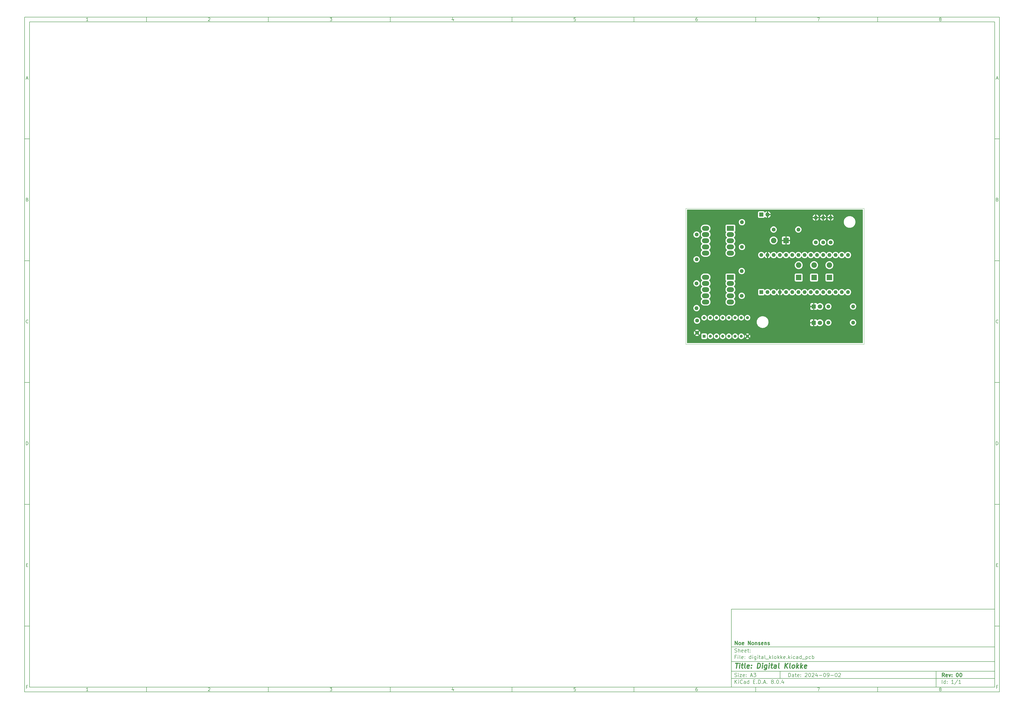
<source format=gbr>
%TF.GenerationSoftware,KiCad,Pcbnew,8.0.4*%
%TF.CreationDate,2024-09-02T20:22:52+02:00*%
%TF.ProjectId,digital_klokke,64696769-7461-46c5-9f6b-6c6f6b6b652e,00*%
%TF.SameCoordinates,PX10c44c20PY899d7e0*%
%TF.FileFunction,Copper,L2,Inr*%
%TF.FilePolarity,Positive*%
%FSLAX46Y46*%
G04 Gerber Fmt 4.6, Leading zero omitted, Abs format (unit mm)*
G04 Created by KiCad (PCBNEW 8.0.4) date 2024-09-02 20:22:52*
%MOMM*%
%LPD*%
G01*
G04 APERTURE LIST*
%ADD10C,0.100000*%
%ADD11C,0.150000*%
%ADD12C,0.300000*%
%ADD13C,0.400000*%
%TA.AperFunction,ComponentPad*%
%ADD14C,1.600000*%
%TD*%
%TA.AperFunction,ComponentPad*%
%ADD15O,1.600000X1.600000*%
%TD*%
%TA.AperFunction,ComponentPad*%
%ADD16R,1.700000X1.700000*%
%TD*%
%TA.AperFunction,ComponentPad*%
%ADD17O,1.700000X1.700000*%
%TD*%
%TA.AperFunction,ComponentPad*%
%ADD18R,1.600000X1.600000*%
%TD*%
%TA.AperFunction,ComponentPad*%
%ADD19R,2.250000X2.250000*%
%TD*%
%TA.AperFunction,ComponentPad*%
%ADD20C,2.250000*%
%TD*%
%TA.AperFunction,ComponentPad*%
%ADD21R,1.295400X1.295400*%
%TD*%
%TA.AperFunction,ComponentPad*%
%ADD22C,1.295400*%
%TD*%
%TA.AperFunction,ComponentPad*%
%ADD23R,3.000000X2.000000*%
%TD*%
%TA.AperFunction,ComponentPad*%
%ADD24O,3.000000X2.000000*%
%TD*%
%TA.AperFunction,ComponentPad*%
%ADD25R,1.800000X1.800000*%
%TD*%
%TA.AperFunction,ComponentPad*%
%ADD26C,1.800000*%
%TD*%
%TA.AperFunction,ViaPad*%
%ADD27C,0.700000*%
%TD*%
%TA.AperFunction,Profile*%
%ADD28C,0.050000*%
%TD*%
G04 APERTURE END LIST*
D10*
D11*
X18689000Y-108702200D02*
X126689000Y-108702200D01*
X126689000Y-140702200D01*
X18689000Y-140702200D01*
X18689000Y-108702200D01*
D10*
D11*
X-271300000Y134300000D02*
X128689000Y134300000D01*
X128689000Y-142702200D01*
X-271300000Y-142702200D01*
X-271300000Y134300000D01*
D10*
D11*
X-269300000Y132300000D02*
X126689000Y132300000D01*
X126689000Y-140702200D01*
X-269300000Y-140702200D01*
X-269300000Y132300000D01*
D10*
D11*
X-221300000Y132300000D02*
X-221300000Y134300000D01*
D10*
D11*
X-171300000Y132300000D02*
X-171300000Y134300000D01*
D10*
D11*
X-121300000Y132300000D02*
X-121300000Y134300000D01*
D10*
D11*
X-71300000Y132300000D02*
X-71300000Y134300000D01*
D10*
D11*
X-21300000Y132300000D02*
X-21300000Y134300000D01*
D10*
D11*
X28700000Y132300000D02*
X28700000Y134300000D01*
D10*
D11*
X78700000Y132300000D02*
X78700000Y134300000D01*
D10*
D11*
X-245210840Y132706396D02*
X-245953697Y132706396D01*
X-245582269Y132706396D02*
X-245582269Y134006396D01*
X-245582269Y134006396D02*
X-245706078Y133820681D01*
X-245706078Y133820681D02*
X-245829888Y133696872D01*
X-245829888Y133696872D02*
X-245953697Y133634967D01*
D10*
D11*
X-195953697Y133882586D02*
X-195891793Y133944491D01*
X-195891793Y133944491D02*
X-195767983Y134006396D01*
X-195767983Y134006396D02*
X-195458459Y134006396D01*
X-195458459Y134006396D02*
X-195334650Y133944491D01*
X-195334650Y133944491D02*
X-195272745Y133882586D01*
X-195272745Y133882586D02*
X-195210840Y133758777D01*
X-195210840Y133758777D02*
X-195210840Y133634967D01*
X-195210840Y133634967D02*
X-195272745Y133449253D01*
X-195272745Y133449253D02*
X-196015602Y132706396D01*
X-196015602Y132706396D02*
X-195210840Y132706396D01*
D10*
D11*
X-146015602Y134006396D02*
X-145210840Y134006396D01*
X-145210840Y134006396D02*
X-145644174Y133511158D01*
X-145644174Y133511158D02*
X-145458459Y133511158D01*
X-145458459Y133511158D02*
X-145334650Y133449253D01*
X-145334650Y133449253D02*
X-145272745Y133387348D01*
X-145272745Y133387348D02*
X-145210840Y133263539D01*
X-145210840Y133263539D02*
X-145210840Y132954015D01*
X-145210840Y132954015D02*
X-145272745Y132830205D01*
X-145272745Y132830205D02*
X-145334650Y132768300D01*
X-145334650Y132768300D02*
X-145458459Y132706396D01*
X-145458459Y132706396D02*
X-145829888Y132706396D01*
X-145829888Y132706396D02*
X-145953697Y132768300D01*
X-145953697Y132768300D02*
X-146015602Y132830205D01*
D10*
D11*
X-95334650Y133573062D02*
X-95334650Y132706396D01*
X-95644174Y134068300D02*
X-95953697Y133139729D01*
X-95953697Y133139729D02*
X-95148936Y133139729D01*
D10*
D11*
X-45272745Y134006396D02*
X-45891793Y134006396D01*
X-45891793Y134006396D02*
X-45953697Y133387348D01*
X-45953697Y133387348D02*
X-45891793Y133449253D01*
X-45891793Y133449253D02*
X-45767983Y133511158D01*
X-45767983Y133511158D02*
X-45458459Y133511158D01*
X-45458459Y133511158D02*
X-45334650Y133449253D01*
X-45334650Y133449253D02*
X-45272745Y133387348D01*
X-45272745Y133387348D02*
X-45210840Y133263539D01*
X-45210840Y133263539D02*
X-45210840Y132954015D01*
X-45210840Y132954015D02*
X-45272745Y132830205D01*
X-45272745Y132830205D02*
X-45334650Y132768300D01*
X-45334650Y132768300D02*
X-45458459Y132706396D01*
X-45458459Y132706396D02*
X-45767983Y132706396D01*
X-45767983Y132706396D02*
X-45891793Y132768300D01*
X-45891793Y132768300D02*
X-45953697Y132830205D01*
D10*
D11*
X4665350Y134006396D02*
X4417731Y134006396D01*
X4417731Y134006396D02*
X4293922Y133944491D01*
X4293922Y133944491D02*
X4232017Y133882586D01*
X4232017Y133882586D02*
X4108207Y133696872D01*
X4108207Y133696872D02*
X4046303Y133449253D01*
X4046303Y133449253D02*
X4046303Y132954015D01*
X4046303Y132954015D02*
X4108207Y132830205D01*
X4108207Y132830205D02*
X4170112Y132768300D01*
X4170112Y132768300D02*
X4293922Y132706396D01*
X4293922Y132706396D02*
X4541541Y132706396D01*
X4541541Y132706396D02*
X4665350Y132768300D01*
X4665350Y132768300D02*
X4727255Y132830205D01*
X4727255Y132830205D02*
X4789160Y132954015D01*
X4789160Y132954015D02*
X4789160Y133263539D01*
X4789160Y133263539D02*
X4727255Y133387348D01*
X4727255Y133387348D02*
X4665350Y133449253D01*
X4665350Y133449253D02*
X4541541Y133511158D01*
X4541541Y133511158D02*
X4293922Y133511158D01*
X4293922Y133511158D02*
X4170112Y133449253D01*
X4170112Y133449253D02*
X4108207Y133387348D01*
X4108207Y133387348D02*
X4046303Y133263539D01*
D10*
D11*
X53984398Y134006396D02*
X54851064Y134006396D01*
X54851064Y134006396D02*
X54293922Y132706396D01*
D10*
D11*
X104293922Y133449253D02*
X104170112Y133511158D01*
X104170112Y133511158D02*
X104108207Y133573062D01*
X104108207Y133573062D02*
X104046303Y133696872D01*
X104046303Y133696872D02*
X104046303Y133758777D01*
X104046303Y133758777D02*
X104108207Y133882586D01*
X104108207Y133882586D02*
X104170112Y133944491D01*
X104170112Y133944491D02*
X104293922Y134006396D01*
X104293922Y134006396D02*
X104541541Y134006396D01*
X104541541Y134006396D02*
X104665350Y133944491D01*
X104665350Y133944491D02*
X104727255Y133882586D01*
X104727255Y133882586D02*
X104789160Y133758777D01*
X104789160Y133758777D02*
X104789160Y133696872D01*
X104789160Y133696872D02*
X104727255Y133573062D01*
X104727255Y133573062D02*
X104665350Y133511158D01*
X104665350Y133511158D02*
X104541541Y133449253D01*
X104541541Y133449253D02*
X104293922Y133449253D01*
X104293922Y133449253D02*
X104170112Y133387348D01*
X104170112Y133387348D02*
X104108207Y133325443D01*
X104108207Y133325443D02*
X104046303Y133201634D01*
X104046303Y133201634D02*
X104046303Y132954015D01*
X104046303Y132954015D02*
X104108207Y132830205D01*
X104108207Y132830205D02*
X104170112Y132768300D01*
X104170112Y132768300D02*
X104293922Y132706396D01*
X104293922Y132706396D02*
X104541541Y132706396D01*
X104541541Y132706396D02*
X104665350Y132768300D01*
X104665350Y132768300D02*
X104727255Y132830205D01*
X104727255Y132830205D02*
X104789160Y132954015D01*
X104789160Y132954015D02*
X104789160Y133201634D01*
X104789160Y133201634D02*
X104727255Y133325443D01*
X104727255Y133325443D02*
X104665350Y133387348D01*
X104665350Y133387348D02*
X104541541Y133449253D01*
D10*
D11*
X-221300000Y-140702200D02*
X-221300000Y-142702200D01*
D10*
D11*
X-171300000Y-140702200D02*
X-171300000Y-142702200D01*
D10*
D11*
X-121300000Y-140702200D02*
X-121300000Y-142702200D01*
D10*
D11*
X-71300000Y-140702200D02*
X-71300000Y-142702200D01*
D10*
D11*
X-21300000Y-140702200D02*
X-21300000Y-142702200D01*
D10*
D11*
X28700000Y-140702200D02*
X28700000Y-142702200D01*
D10*
D11*
X78700000Y-140702200D02*
X78700000Y-142702200D01*
D10*
D11*
X-245210840Y-142295804D02*
X-245953697Y-142295804D01*
X-245582269Y-142295804D02*
X-245582269Y-140995804D01*
X-245582269Y-140995804D02*
X-245706078Y-141181519D01*
X-245706078Y-141181519D02*
X-245829888Y-141305328D01*
X-245829888Y-141305328D02*
X-245953697Y-141367233D01*
D10*
D11*
X-195953697Y-141119614D02*
X-195891793Y-141057709D01*
X-195891793Y-141057709D02*
X-195767983Y-140995804D01*
X-195767983Y-140995804D02*
X-195458459Y-140995804D01*
X-195458459Y-140995804D02*
X-195334650Y-141057709D01*
X-195334650Y-141057709D02*
X-195272745Y-141119614D01*
X-195272745Y-141119614D02*
X-195210840Y-141243423D01*
X-195210840Y-141243423D02*
X-195210840Y-141367233D01*
X-195210840Y-141367233D02*
X-195272745Y-141552947D01*
X-195272745Y-141552947D02*
X-196015602Y-142295804D01*
X-196015602Y-142295804D02*
X-195210840Y-142295804D01*
D10*
D11*
X-146015602Y-140995804D02*
X-145210840Y-140995804D01*
X-145210840Y-140995804D02*
X-145644174Y-141491042D01*
X-145644174Y-141491042D02*
X-145458459Y-141491042D01*
X-145458459Y-141491042D02*
X-145334650Y-141552947D01*
X-145334650Y-141552947D02*
X-145272745Y-141614852D01*
X-145272745Y-141614852D02*
X-145210840Y-141738661D01*
X-145210840Y-141738661D02*
X-145210840Y-142048185D01*
X-145210840Y-142048185D02*
X-145272745Y-142171995D01*
X-145272745Y-142171995D02*
X-145334650Y-142233900D01*
X-145334650Y-142233900D02*
X-145458459Y-142295804D01*
X-145458459Y-142295804D02*
X-145829888Y-142295804D01*
X-145829888Y-142295804D02*
X-145953697Y-142233900D01*
X-145953697Y-142233900D02*
X-146015602Y-142171995D01*
D10*
D11*
X-95334650Y-141429138D02*
X-95334650Y-142295804D01*
X-95644174Y-140933900D02*
X-95953697Y-141862471D01*
X-95953697Y-141862471D02*
X-95148936Y-141862471D01*
D10*
D11*
X-45272745Y-140995804D02*
X-45891793Y-140995804D01*
X-45891793Y-140995804D02*
X-45953697Y-141614852D01*
X-45953697Y-141614852D02*
X-45891793Y-141552947D01*
X-45891793Y-141552947D02*
X-45767983Y-141491042D01*
X-45767983Y-141491042D02*
X-45458459Y-141491042D01*
X-45458459Y-141491042D02*
X-45334650Y-141552947D01*
X-45334650Y-141552947D02*
X-45272745Y-141614852D01*
X-45272745Y-141614852D02*
X-45210840Y-141738661D01*
X-45210840Y-141738661D02*
X-45210840Y-142048185D01*
X-45210840Y-142048185D02*
X-45272745Y-142171995D01*
X-45272745Y-142171995D02*
X-45334650Y-142233900D01*
X-45334650Y-142233900D02*
X-45458459Y-142295804D01*
X-45458459Y-142295804D02*
X-45767983Y-142295804D01*
X-45767983Y-142295804D02*
X-45891793Y-142233900D01*
X-45891793Y-142233900D02*
X-45953697Y-142171995D01*
D10*
D11*
X4665350Y-140995804D02*
X4417731Y-140995804D01*
X4417731Y-140995804D02*
X4293922Y-141057709D01*
X4293922Y-141057709D02*
X4232017Y-141119614D01*
X4232017Y-141119614D02*
X4108207Y-141305328D01*
X4108207Y-141305328D02*
X4046303Y-141552947D01*
X4046303Y-141552947D02*
X4046303Y-142048185D01*
X4046303Y-142048185D02*
X4108207Y-142171995D01*
X4108207Y-142171995D02*
X4170112Y-142233900D01*
X4170112Y-142233900D02*
X4293922Y-142295804D01*
X4293922Y-142295804D02*
X4541541Y-142295804D01*
X4541541Y-142295804D02*
X4665350Y-142233900D01*
X4665350Y-142233900D02*
X4727255Y-142171995D01*
X4727255Y-142171995D02*
X4789160Y-142048185D01*
X4789160Y-142048185D02*
X4789160Y-141738661D01*
X4789160Y-141738661D02*
X4727255Y-141614852D01*
X4727255Y-141614852D02*
X4665350Y-141552947D01*
X4665350Y-141552947D02*
X4541541Y-141491042D01*
X4541541Y-141491042D02*
X4293922Y-141491042D01*
X4293922Y-141491042D02*
X4170112Y-141552947D01*
X4170112Y-141552947D02*
X4108207Y-141614852D01*
X4108207Y-141614852D02*
X4046303Y-141738661D01*
D10*
D11*
X53984398Y-140995804D02*
X54851064Y-140995804D01*
X54851064Y-140995804D02*
X54293922Y-142295804D01*
D10*
D11*
X104293922Y-141552947D02*
X104170112Y-141491042D01*
X104170112Y-141491042D02*
X104108207Y-141429138D01*
X104108207Y-141429138D02*
X104046303Y-141305328D01*
X104046303Y-141305328D02*
X104046303Y-141243423D01*
X104046303Y-141243423D02*
X104108207Y-141119614D01*
X104108207Y-141119614D02*
X104170112Y-141057709D01*
X104170112Y-141057709D02*
X104293922Y-140995804D01*
X104293922Y-140995804D02*
X104541541Y-140995804D01*
X104541541Y-140995804D02*
X104665350Y-141057709D01*
X104665350Y-141057709D02*
X104727255Y-141119614D01*
X104727255Y-141119614D02*
X104789160Y-141243423D01*
X104789160Y-141243423D02*
X104789160Y-141305328D01*
X104789160Y-141305328D02*
X104727255Y-141429138D01*
X104727255Y-141429138D02*
X104665350Y-141491042D01*
X104665350Y-141491042D02*
X104541541Y-141552947D01*
X104541541Y-141552947D02*
X104293922Y-141552947D01*
X104293922Y-141552947D02*
X104170112Y-141614852D01*
X104170112Y-141614852D02*
X104108207Y-141676757D01*
X104108207Y-141676757D02*
X104046303Y-141800566D01*
X104046303Y-141800566D02*
X104046303Y-142048185D01*
X104046303Y-142048185D02*
X104108207Y-142171995D01*
X104108207Y-142171995D02*
X104170112Y-142233900D01*
X104170112Y-142233900D02*
X104293922Y-142295804D01*
X104293922Y-142295804D02*
X104541541Y-142295804D01*
X104541541Y-142295804D02*
X104665350Y-142233900D01*
X104665350Y-142233900D02*
X104727255Y-142171995D01*
X104727255Y-142171995D02*
X104789160Y-142048185D01*
X104789160Y-142048185D02*
X104789160Y-141800566D01*
X104789160Y-141800566D02*
X104727255Y-141676757D01*
X104727255Y-141676757D02*
X104665350Y-141614852D01*
X104665350Y-141614852D02*
X104541541Y-141552947D01*
D10*
D11*
X-271300000Y84300000D02*
X-269300000Y84300000D01*
D10*
D11*
X-271300000Y34300000D02*
X-269300000Y34300000D01*
D10*
D11*
X-271300000Y-15700000D02*
X-269300000Y-15700000D01*
D10*
D11*
X-271300000Y-65700000D02*
X-269300000Y-65700000D01*
D10*
D11*
X-271300000Y-115700000D02*
X-269300000Y-115700000D01*
D10*
D11*
X-270609524Y109077824D02*
X-269990477Y109077824D01*
X-270733334Y108706396D02*
X-270300001Y110006396D01*
X-270300001Y110006396D02*
X-269866667Y108706396D01*
D10*
D11*
X-270207143Y59387348D02*
X-270021429Y59325443D01*
X-270021429Y59325443D02*
X-269959524Y59263539D01*
X-269959524Y59263539D02*
X-269897620Y59139729D01*
X-269897620Y59139729D02*
X-269897620Y58954015D01*
X-269897620Y58954015D02*
X-269959524Y58830205D01*
X-269959524Y58830205D02*
X-270021429Y58768300D01*
X-270021429Y58768300D02*
X-270145239Y58706396D01*
X-270145239Y58706396D02*
X-270640477Y58706396D01*
X-270640477Y58706396D02*
X-270640477Y60006396D01*
X-270640477Y60006396D02*
X-270207143Y60006396D01*
X-270207143Y60006396D02*
X-270083334Y59944491D01*
X-270083334Y59944491D02*
X-270021429Y59882586D01*
X-270021429Y59882586D02*
X-269959524Y59758777D01*
X-269959524Y59758777D02*
X-269959524Y59634967D01*
X-269959524Y59634967D02*
X-270021429Y59511158D01*
X-270021429Y59511158D02*
X-270083334Y59449253D01*
X-270083334Y59449253D02*
X-270207143Y59387348D01*
X-270207143Y59387348D02*
X-270640477Y59387348D01*
D10*
D11*
X-269897620Y8830205D02*
X-269959524Y8768300D01*
X-269959524Y8768300D02*
X-270145239Y8706396D01*
X-270145239Y8706396D02*
X-270269048Y8706396D01*
X-270269048Y8706396D02*
X-270454762Y8768300D01*
X-270454762Y8768300D02*
X-270578572Y8892110D01*
X-270578572Y8892110D02*
X-270640477Y9015920D01*
X-270640477Y9015920D02*
X-270702381Y9263539D01*
X-270702381Y9263539D02*
X-270702381Y9449253D01*
X-270702381Y9449253D02*
X-270640477Y9696872D01*
X-270640477Y9696872D02*
X-270578572Y9820681D01*
X-270578572Y9820681D02*
X-270454762Y9944491D01*
X-270454762Y9944491D02*
X-270269048Y10006396D01*
X-270269048Y10006396D02*
X-270145239Y10006396D01*
X-270145239Y10006396D02*
X-269959524Y9944491D01*
X-269959524Y9944491D02*
X-269897620Y9882586D01*
D10*
D11*
X-270640477Y-41293604D02*
X-270640477Y-39993604D01*
X-270640477Y-39993604D02*
X-270330953Y-39993604D01*
X-270330953Y-39993604D02*
X-270145239Y-40055509D01*
X-270145239Y-40055509D02*
X-270021429Y-40179319D01*
X-270021429Y-40179319D02*
X-269959524Y-40303128D01*
X-269959524Y-40303128D02*
X-269897620Y-40550747D01*
X-269897620Y-40550747D02*
X-269897620Y-40736461D01*
X-269897620Y-40736461D02*
X-269959524Y-40984080D01*
X-269959524Y-40984080D02*
X-270021429Y-41107890D01*
X-270021429Y-41107890D02*
X-270145239Y-41231700D01*
X-270145239Y-41231700D02*
X-270330953Y-41293604D01*
X-270330953Y-41293604D02*
X-270640477Y-41293604D01*
D10*
D11*
X-270578572Y-90612652D02*
X-270145238Y-90612652D01*
X-269959524Y-91293604D02*
X-270578572Y-91293604D01*
X-270578572Y-91293604D02*
X-270578572Y-89993604D01*
X-270578572Y-89993604D02*
X-269959524Y-89993604D01*
D10*
D11*
X-270114286Y-140612652D02*
X-270547620Y-140612652D01*
X-270547620Y-141293604D02*
X-270547620Y-139993604D01*
X-270547620Y-139993604D02*
X-269928572Y-139993604D01*
D10*
D11*
X128689000Y84300000D02*
X126689000Y84300000D01*
D10*
D11*
X128689000Y34300000D02*
X126689000Y34300000D01*
D10*
D11*
X128689000Y-15700000D02*
X126689000Y-15700000D01*
D10*
D11*
X128689000Y-65700000D02*
X126689000Y-65700000D01*
D10*
D11*
X128689000Y-115700000D02*
X126689000Y-115700000D01*
D10*
D11*
X127379476Y109077824D02*
X127998523Y109077824D01*
X127255666Y108706396D02*
X127688999Y110006396D01*
X127688999Y110006396D02*
X128122333Y108706396D01*
D10*
D11*
X127781857Y59387348D02*
X127967571Y59325443D01*
X127967571Y59325443D02*
X128029476Y59263539D01*
X128029476Y59263539D02*
X128091380Y59139729D01*
X128091380Y59139729D02*
X128091380Y58954015D01*
X128091380Y58954015D02*
X128029476Y58830205D01*
X128029476Y58830205D02*
X127967571Y58768300D01*
X127967571Y58768300D02*
X127843761Y58706396D01*
X127843761Y58706396D02*
X127348523Y58706396D01*
X127348523Y58706396D02*
X127348523Y60006396D01*
X127348523Y60006396D02*
X127781857Y60006396D01*
X127781857Y60006396D02*
X127905666Y59944491D01*
X127905666Y59944491D02*
X127967571Y59882586D01*
X127967571Y59882586D02*
X128029476Y59758777D01*
X128029476Y59758777D02*
X128029476Y59634967D01*
X128029476Y59634967D02*
X127967571Y59511158D01*
X127967571Y59511158D02*
X127905666Y59449253D01*
X127905666Y59449253D02*
X127781857Y59387348D01*
X127781857Y59387348D02*
X127348523Y59387348D01*
D10*
D11*
X128091380Y8830205D02*
X128029476Y8768300D01*
X128029476Y8768300D02*
X127843761Y8706396D01*
X127843761Y8706396D02*
X127719952Y8706396D01*
X127719952Y8706396D02*
X127534238Y8768300D01*
X127534238Y8768300D02*
X127410428Y8892110D01*
X127410428Y8892110D02*
X127348523Y9015920D01*
X127348523Y9015920D02*
X127286619Y9263539D01*
X127286619Y9263539D02*
X127286619Y9449253D01*
X127286619Y9449253D02*
X127348523Y9696872D01*
X127348523Y9696872D02*
X127410428Y9820681D01*
X127410428Y9820681D02*
X127534238Y9944491D01*
X127534238Y9944491D02*
X127719952Y10006396D01*
X127719952Y10006396D02*
X127843761Y10006396D01*
X127843761Y10006396D02*
X128029476Y9944491D01*
X128029476Y9944491D02*
X128091380Y9882586D01*
D10*
D11*
X127348523Y-41293604D02*
X127348523Y-39993604D01*
X127348523Y-39993604D02*
X127658047Y-39993604D01*
X127658047Y-39993604D02*
X127843761Y-40055509D01*
X127843761Y-40055509D02*
X127967571Y-40179319D01*
X127967571Y-40179319D02*
X128029476Y-40303128D01*
X128029476Y-40303128D02*
X128091380Y-40550747D01*
X128091380Y-40550747D02*
X128091380Y-40736461D01*
X128091380Y-40736461D02*
X128029476Y-40984080D01*
X128029476Y-40984080D02*
X127967571Y-41107890D01*
X127967571Y-41107890D02*
X127843761Y-41231700D01*
X127843761Y-41231700D02*
X127658047Y-41293604D01*
X127658047Y-41293604D02*
X127348523Y-41293604D01*
D10*
D11*
X127410428Y-90612652D02*
X127843762Y-90612652D01*
X128029476Y-91293604D02*
X127410428Y-91293604D01*
X127410428Y-91293604D02*
X127410428Y-89993604D01*
X127410428Y-89993604D02*
X128029476Y-89993604D01*
D10*
D11*
X127874714Y-140612652D02*
X127441380Y-140612652D01*
X127441380Y-141293604D02*
X127441380Y-139993604D01*
X127441380Y-139993604D02*
X128060428Y-139993604D01*
D10*
D11*
X42144826Y-136488328D02*
X42144826Y-134988328D01*
X42144826Y-134988328D02*
X42501969Y-134988328D01*
X42501969Y-134988328D02*
X42716255Y-135059757D01*
X42716255Y-135059757D02*
X42859112Y-135202614D01*
X42859112Y-135202614D02*
X42930541Y-135345471D01*
X42930541Y-135345471D02*
X43001969Y-135631185D01*
X43001969Y-135631185D02*
X43001969Y-135845471D01*
X43001969Y-135845471D02*
X42930541Y-136131185D01*
X42930541Y-136131185D02*
X42859112Y-136274042D01*
X42859112Y-136274042D02*
X42716255Y-136416900D01*
X42716255Y-136416900D02*
X42501969Y-136488328D01*
X42501969Y-136488328D02*
X42144826Y-136488328D01*
X44287684Y-136488328D02*
X44287684Y-135702614D01*
X44287684Y-135702614D02*
X44216255Y-135559757D01*
X44216255Y-135559757D02*
X44073398Y-135488328D01*
X44073398Y-135488328D02*
X43787684Y-135488328D01*
X43787684Y-135488328D02*
X43644826Y-135559757D01*
X44287684Y-136416900D02*
X44144826Y-136488328D01*
X44144826Y-136488328D02*
X43787684Y-136488328D01*
X43787684Y-136488328D02*
X43644826Y-136416900D01*
X43644826Y-136416900D02*
X43573398Y-136274042D01*
X43573398Y-136274042D02*
X43573398Y-136131185D01*
X43573398Y-136131185D02*
X43644826Y-135988328D01*
X43644826Y-135988328D02*
X43787684Y-135916900D01*
X43787684Y-135916900D02*
X44144826Y-135916900D01*
X44144826Y-135916900D02*
X44287684Y-135845471D01*
X44787684Y-135488328D02*
X45359112Y-135488328D01*
X45001969Y-134988328D02*
X45001969Y-136274042D01*
X45001969Y-136274042D02*
X45073398Y-136416900D01*
X45073398Y-136416900D02*
X45216255Y-136488328D01*
X45216255Y-136488328D02*
X45359112Y-136488328D01*
X46430541Y-136416900D02*
X46287684Y-136488328D01*
X46287684Y-136488328D02*
X46001970Y-136488328D01*
X46001970Y-136488328D02*
X45859112Y-136416900D01*
X45859112Y-136416900D02*
X45787684Y-136274042D01*
X45787684Y-136274042D02*
X45787684Y-135702614D01*
X45787684Y-135702614D02*
X45859112Y-135559757D01*
X45859112Y-135559757D02*
X46001970Y-135488328D01*
X46001970Y-135488328D02*
X46287684Y-135488328D01*
X46287684Y-135488328D02*
X46430541Y-135559757D01*
X46430541Y-135559757D02*
X46501970Y-135702614D01*
X46501970Y-135702614D02*
X46501970Y-135845471D01*
X46501970Y-135845471D02*
X45787684Y-135988328D01*
X47144826Y-136345471D02*
X47216255Y-136416900D01*
X47216255Y-136416900D02*
X47144826Y-136488328D01*
X47144826Y-136488328D02*
X47073398Y-136416900D01*
X47073398Y-136416900D02*
X47144826Y-136345471D01*
X47144826Y-136345471D02*
X47144826Y-136488328D01*
X47144826Y-135559757D02*
X47216255Y-135631185D01*
X47216255Y-135631185D02*
X47144826Y-135702614D01*
X47144826Y-135702614D02*
X47073398Y-135631185D01*
X47073398Y-135631185D02*
X47144826Y-135559757D01*
X47144826Y-135559757D02*
X47144826Y-135702614D01*
X48930541Y-135131185D02*
X49001969Y-135059757D01*
X49001969Y-135059757D02*
X49144827Y-134988328D01*
X49144827Y-134988328D02*
X49501969Y-134988328D01*
X49501969Y-134988328D02*
X49644827Y-135059757D01*
X49644827Y-135059757D02*
X49716255Y-135131185D01*
X49716255Y-135131185D02*
X49787684Y-135274042D01*
X49787684Y-135274042D02*
X49787684Y-135416900D01*
X49787684Y-135416900D02*
X49716255Y-135631185D01*
X49716255Y-135631185D02*
X48859112Y-136488328D01*
X48859112Y-136488328D02*
X49787684Y-136488328D01*
X50716255Y-134988328D02*
X50859112Y-134988328D01*
X50859112Y-134988328D02*
X51001969Y-135059757D01*
X51001969Y-135059757D02*
X51073398Y-135131185D01*
X51073398Y-135131185D02*
X51144826Y-135274042D01*
X51144826Y-135274042D02*
X51216255Y-135559757D01*
X51216255Y-135559757D02*
X51216255Y-135916900D01*
X51216255Y-135916900D02*
X51144826Y-136202614D01*
X51144826Y-136202614D02*
X51073398Y-136345471D01*
X51073398Y-136345471D02*
X51001969Y-136416900D01*
X51001969Y-136416900D02*
X50859112Y-136488328D01*
X50859112Y-136488328D02*
X50716255Y-136488328D01*
X50716255Y-136488328D02*
X50573398Y-136416900D01*
X50573398Y-136416900D02*
X50501969Y-136345471D01*
X50501969Y-136345471D02*
X50430540Y-136202614D01*
X50430540Y-136202614D02*
X50359112Y-135916900D01*
X50359112Y-135916900D02*
X50359112Y-135559757D01*
X50359112Y-135559757D02*
X50430540Y-135274042D01*
X50430540Y-135274042D02*
X50501969Y-135131185D01*
X50501969Y-135131185D02*
X50573398Y-135059757D01*
X50573398Y-135059757D02*
X50716255Y-134988328D01*
X51787683Y-135131185D02*
X51859111Y-135059757D01*
X51859111Y-135059757D02*
X52001969Y-134988328D01*
X52001969Y-134988328D02*
X52359111Y-134988328D01*
X52359111Y-134988328D02*
X52501969Y-135059757D01*
X52501969Y-135059757D02*
X52573397Y-135131185D01*
X52573397Y-135131185D02*
X52644826Y-135274042D01*
X52644826Y-135274042D02*
X52644826Y-135416900D01*
X52644826Y-135416900D02*
X52573397Y-135631185D01*
X52573397Y-135631185D02*
X51716254Y-136488328D01*
X51716254Y-136488328D02*
X52644826Y-136488328D01*
X53930540Y-135488328D02*
X53930540Y-136488328D01*
X53573397Y-134916900D02*
X53216254Y-135988328D01*
X53216254Y-135988328D02*
X54144825Y-135988328D01*
X54716253Y-135916900D02*
X55859111Y-135916900D01*
X56859111Y-134988328D02*
X57001968Y-134988328D01*
X57001968Y-134988328D02*
X57144825Y-135059757D01*
X57144825Y-135059757D02*
X57216254Y-135131185D01*
X57216254Y-135131185D02*
X57287682Y-135274042D01*
X57287682Y-135274042D02*
X57359111Y-135559757D01*
X57359111Y-135559757D02*
X57359111Y-135916900D01*
X57359111Y-135916900D02*
X57287682Y-136202614D01*
X57287682Y-136202614D02*
X57216254Y-136345471D01*
X57216254Y-136345471D02*
X57144825Y-136416900D01*
X57144825Y-136416900D02*
X57001968Y-136488328D01*
X57001968Y-136488328D02*
X56859111Y-136488328D01*
X56859111Y-136488328D02*
X56716254Y-136416900D01*
X56716254Y-136416900D02*
X56644825Y-136345471D01*
X56644825Y-136345471D02*
X56573396Y-136202614D01*
X56573396Y-136202614D02*
X56501968Y-135916900D01*
X56501968Y-135916900D02*
X56501968Y-135559757D01*
X56501968Y-135559757D02*
X56573396Y-135274042D01*
X56573396Y-135274042D02*
X56644825Y-135131185D01*
X56644825Y-135131185D02*
X56716254Y-135059757D01*
X56716254Y-135059757D02*
X56859111Y-134988328D01*
X58073396Y-136488328D02*
X58359110Y-136488328D01*
X58359110Y-136488328D02*
X58501967Y-136416900D01*
X58501967Y-136416900D02*
X58573396Y-136345471D01*
X58573396Y-136345471D02*
X58716253Y-136131185D01*
X58716253Y-136131185D02*
X58787682Y-135845471D01*
X58787682Y-135845471D02*
X58787682Y-135274042D01*
X58787682Y-135274042D02*
X58716253Y-135131185D01*
X58716253Y-135131185D02*
X58644825Y-135059757D01*
X58644825Y-135059757D02*
X58501967Y-134988328D01*
X58501967Y-134988328D02*
X58216253Y-134988328D01*
X58216253Y-134988328D02*
X58073396Y-135059757D01*
X58073396Y-135059757D02*
X58001967Y-135131185D01*
X58001967Y-135131185D02*
X57930539Y-135274042D01*
X57930539Y-135274042D02*
X57930539Y-135631185D01*
X57930539Y-135631185D02*
X58001967Y-135774042D01*
X58001967Y-135774042D02*
X58073396Y-135845471D01*
X58073396Y-135845471D02*
X58216253Y-135916900D01*
X58216253Y-135916900D02*
X58501967Y-135916900D01*
X58501967Y-135916900D02*
X58644825Y-135845471D01*
X58644825Y-135845471D02*
X58716253Y-135774042D01*
X58716253Y-135774042D02*
X58787682Y-135631185D01*
X59430538Y-135916900D02*
X60573396Y-135916900D01*
X61573396Y-134988328D02*
X61716253Y-134988328D01*
X61716253Y-134988328D02*
X61859110Y-135059757D01*
X61859110Y-135059757D02*
X61930539Y-135131185D01*
X61930539Y-135131185D02*
X62001967Y-135274042D01*
X62001967Y-135274042D02*
X62073396Y-135559757D01*
X62073396Y-135559757D02*
X62073396Y-135916900D01*
X62073396Y-135916900D02*
X62001967Y-136202614D01*
X62001967Y-136202614D02*
X61930539Y-136345471D01*
X61930539Y-136345471D02*
X61859110Y-136416900D01*
X61859110Y-136416900D02*
X61716253Y-136488328D01*
X61716253Y-136488328D02*
X61573396Y-136488328D01*
X61573396Y-136488328D02*
X61430539Y-136416900D01*
X61430539Y-136416900D02*
X61359110Y-136345471D01*
X61359110Y-136345471D02*
X61287681Y-136202614D01*
X61287681Y-136202614D02*
X61216253Y-135916900D01*
X61216253Y-135916900D02*
X61216253Y-135559757D01*
X61216253Y-135559757D02*
X61287681Y-135274042D01*
X61287681Y-135274042D02*
X61359110Y-135131185D01*
X61359110Y-135131185D02*
X61430539Y-135059757D01*
X61430539Y-135059757D02*
X61573396Y-134988328D01*
X62644824Y-135131185D02*
X62716252Y-135059757D01*
X62716252Y-135059757D02*
X62859110Y-134988328D01*
X62859110Y-134988328D02*
X63216252Y-134988328D01*
X63216252Y-134988328D02*
X63359110Y-135059757D01*
X63359110Y-135059757D02*
X63430538Y-135131185D01*
X63430538Y-135131185D02*
X63501967Y-135274042D01*
X63501967Y-135274042D02*
X63501967Y-135416900D01*
X63501967Y-135416900D02*
X63430538Y-135631185D01*
X63430538Y-135631185D02*
X62573395Y-136488328D01*
X62573395Y-136488328D02*
X63501967Y-136488328D01*
D10*
D11*
X18689000Y-137202200D02*
X126689000Y-137202200D01*
D10*
D11*
X20144826Y-139288328D02*
X20144826Y-137788328D01*
X21001969Y-139288328D02*
X20359112Y-138431185D01*
X21001969Y-137788328D02*
X20144826Y-138645471D01*
X21644826Y-139288328D02*
X21644826Y-138288328D01*
X21644826Y-137788328D02*
X21573398Y-137859757D01*
X21573398Y-137859757D02*
X21644826Y-137931185D01*
X21644826Y-137931185D02*
X21716255Y-137859757D01*
X21716255Y-137859757D02*
X21644826Y-137788328D01*
X21644826Y-137788328D02*
X21644826Y-137931185D01*
X23216255Y-139145471D02*
X23144827Y-139216900D01*
X23144827Y-139216900D02*
X22930541Y-139288328D01*
X22930541Y-139288328D02*
X22787684Y-139288328D01*
X22787684Y-139288328D02*
X22573398Y-139216900D01*
X22573398Y-139216900D02*
X22430541Y-139074042D01*
X22430541Y-139074042D02*
X22359112Y-138931185D01*
X22359112Y-138931185D02*
X22287684Y-138645471D01*
X22287684Y-138645471D02*
X22287684Y-138431185D01*
X22287684Y-138431185D02*
X22359112Y-138145471D01*
X22359112Y-138145471D02*
X22430541Y-138002614D01*
X22430541Y-138002614D02*
X22573398Y-137859757D01*
X22573398Y-137859757D02*
X22787684Y-137788328D01*
X22787684Y-137788328D02*
X22930541Y-137788328D01*
X22930541Y-137788328D02*
X23144827Y-137859757D01*
X23144827Y-137859757D02*
X23216255Y-137931185D01*
X24501970Y-139288328D02*
X24501970Y-138502614D01*
X24501970Y-138502614D02*
X24430541Y-138359757D01*
X24430541Y-138359757D02*
X24287684Y-138288328D01*
X24287684Y-138288328D02*
X24001970Y-138288328D01*
X24001970Y-138288328D02*
X23859112Y-138359757D01*
X24501970Y-139216900D02*
X24359112Y-139288328D01*
X24359112Y-139288328D02*
X24001970Y-139288328D01*
X24001970Y-139288328D02*
X23859112Y-139216900D01*
X23859112Y-139216900D02*
X23787684Y-139074042D01*
X23787684Y-139074042D02*
X23787684Y-138931185D01*
X23787684Y-138931185D02*
X23859112Y-138788328D01*
X23859112Y-138788328D02*
X24001970Y-138716900D01*
X24001970Y-138716900D02*
X24359112Y-138716900D01*
X24359112Y-138716900D02*
X24501970Y-138645471D01*
X25859113Y-139288328D02*
X25859113Y-137788328D01*
X25859113Y-139216900D02*
X25716255Y-139288328D01*
X25716255Y-139288328D02*
X25430541Y-139288328D01*
X25430541Y-139288328D02*
X25287684Y-139216900D01*
X25287684Y-139216900D02*
X25216255Y-139145471D01*
X25216255Y-139145471D02*
X25144827Y-139002614D01*
X25144827Y-139002614D02*
X25144827Y-138574042D01*
X25144827Y-138574042D02*
X25216255Y-138431185D01*
X25216255Y-138431185D02*
X25287684Y-138359757D01*
X25287684Y-138359757D02*
X25430541Y-138288328D01*
X25430541Y-138288328D02*
X25716255Y-138288328D01*
X25716255Y-138288328D02*
X25859113Y-138359757D01*
X27716255Y-138502614D02*
X28216255Y-138502614D01*
X28430541Y-139288328D02*
X27716255Y-139288328D01*
X27716255Y-139288328D02*
X27716255Y-137788328D01*
X27716255Y-137788328D02*
X28430541Y-137788328D01*
X29073398Y-139145471D02*
X29144827Y-139216900D01*
X29144827Y-139216900D02*
X29073398Y-139288328D01*
X29073398Y-139288328D02*
X29001970Y-139216900D01*
X29001970Y-139216900D02*
X29073398Y-139145471D01*
X29073398Y-139145471D02*
X29073398Y-139288328D01*
X29787684Y-139288328D02*
X29787684Y-137788328D01*
X29787684Y-137788328D02*
X30144827Y-137788328D01*
X30144827Y-137788328D02*
X30359113Y-137859757D01*
X30359113Y-137859757D02*
X30501970Y-138002614D01*
X30501970Y-138002614D02*
X30573399Y-138145471D01*
X30573399Y-138145471D02*
X30644827Y-138431185D01*
X30644827Y-138431185D02*
X30644827Y-138645471D01*
X30644827Y-138645471D02*
X30573399Y-138931185D01*
X30573399Y-138931185D02*
X30501970Y-139074042D01*
X30501970Y-139074042D02*
X30359113Y-139216900D01*
X30359113Y-139216900D02*
X30144827Y-139288328D01*
X30144827Y-139288328D02*
X29787684Y-139288328D01*
X31287684Y-139145471D02*
X31359113Y-139216900D01*
X31359113Y-139216900D02*
X31287684Y-139288328D01*
X31287684Y-139288328D02*
X31216256Y-139216900D01*
X31216256Y-139216900D02*
X31287684Y-139145471D01*
X31287684Y-139145471D02*
X31287684Y-139288328D01*
X31930542Y-138859757D02*
X32644828Y-138859757D01*
X31787685Y-139288328D02*
X32287685Y-137788328D01*
X32287685Y-137788328D02*
X32787685Y-139288328D01*
X33287684Y-139145471D02*
X33359113Y-139216900D01*
X33359113Y-139216900D02*
X33287684Y-139288328D01*
X33287684Y-139288328D02*
X33216256Y-139216900D01*
X33216256Y-139216900D02*
X33287684Y-139145471D01*
X33287684Y-139145471D02*
X33287684Y-139288328D01*
X35359113Y-138431185D02*
X35216256Y-138359757D01*
X35216256Y-138359757D02*
X35144827Y-138288328D01*
X35144827Y-138288328D02*
X35073399Y-138145471D01*
X35073399Y-138145471D02*
X35073399Y-138074042D01*
X35073399Y-138074042D02*
X35144827Y-137931185D01*
X35144827Y-137931185D02*
X35216256Y-137859757D01*
X35216256Y-137859757D02*
X35359113Y-137788328D01*
X35359113Y-137788328D02*
X35644827Y-137788328D01*
X35644827Y-137788328D02*
X35787685Y-137859757D01*
X35787685Y-137859757D02*
X35859113Y-137931185D01*
X35859113Y-137931185D02*
X35930542Y-138074042D01*
X35930542Y-138074042D02*
X35930542Y-138145471D01*
X35930542Y-138145471D02*
X35859113Y-138288328D01*
X35859113Y-138288328D02*
X35787685Y-138359757D01*
X35787685Y-138359757D02*
X35644827Y-138431185D01*
X35644827Y-138431185D02*
X35359113Y-138431185D01*
X35359113Y-138431185D02*
X35216256Y-138502614D01*
X35216256Y-138502614D02*
X35144827Y-138574042D01*
X35144827Y-138574042D02*
X35073399Y-138716900D01*
X35073399Y-138716900D02*
X35073399Y-139002614D01*
X35073399Y-139002614D02*
X35144827Y-139145471D01*
X35144827Y-139145471D02*
X35216256Y-139216900D01*
X35216256Y-139216900D02*
X35359113Y-139288328D01*
X35359113Y-139288328D02*
X35644827Y-139288328D01*
X35644827Y-139288328D02*
X35787685Y-139216900D01*
X35787685Y-139216900D02*
X35859113Y-139145471D01*
X35859113Y-139145471D02*
X35930542Y-139002614D01*
X35930542Y-139002614D02*
X35930542Y-138716900D01*
X35930542Y-138716900D02*
X35859113Y-138574042D01*
X35859113Y-138574042D02*
X35787685Y-138502614D01*
X35787685Y-138502614D02*
X35644827Y-138431185D01*
X36573398Y-139145471D02*
X36644827Y-139216900D01*
X36644827Y-139216900D02*
X36573398Y-139288328D01*
X36573398Y-139288328D02*
X36501970Y-139216900D01*
X36501970Y-139216900D02*
X36573398Y-139145471D01*
X36573398Y-139145471D02*
X36573398Y-139288328D01*
X37573399Y-137788328D02*
X37716256Y-137788328D01*
X37716256Y-137788328D02*
X37859113Y-137859757D01*
X37859113Y-137859757D02*
X37930542Y-137931185D01*
X37930542Y-137931185D02*
X38001970Y-138074042D01*
X38001970Y-138074042D02*
X38073399Y-138359757D01*
X38073399Y-138359757D02*
X38073399Y-138716900D01*
X38073399Y-138716900D02*
X38001970Y-139002614D01*
X38001970Y-139002614D02*
X37930542Y-139145471D01*
X37930542Y-139145471D02*
X37859113Y-139216900D01*
X37859113Y-139216900D02*
X37716256Y-139288328D01*
X37716256Y-139288328D02*
X37573399Y-139288328D01*
X37573399Y-139288328D02*
X37430542Y-139216900D01*
X37430542Y-139216900D02*
X37359113Y-139145471D01*
X37359113Y-139145471D02*
X37287684Y-139002614D01*
X37287684Y-139002614D02*
X37216256Y-138716900D01*
X37216256Y-138716900D02*
X37216256Y-138359757D01*
X37216256Y-138359757D02*
X37287684Y-138074042D01*
X37287684Y-138074042D02*
X37359113Y-137931185D01*
X37359113Y-137931185D02*
X37430542Y-137859757D01*
X37430542Y-137859757D02*
X37573399Y-137788328D01*
X38716255Y-139145471D02*
X38787684Y-139216900D01*
X38787684Y-139216900D02*
X38716255Y-139288328D01*
X38716255Y-139288328D02*
X38644827Y-139216900D01*
X38644827Y-139216900D02*
X38716255Y-139145471D01*
X38716255Y-139145471D02*
X38716255Y-139288328D01*
X40073399Y-138288328D02*
X40073399Y-139288328D01*
X39716256Y-137716900D02*
X39359113Y-138788328D01*
X39359113Y-138788328D02*
X40287684Y-138788328D01*
D10*
D11*
X18689000Y-134202200D02*
X126689000Y-134202200D01*
D10*
D12*
X106100653Y-136480528D02*
X105600653Y-135766242D01*
X105243510Y-136480528D02*
X105243510Y-134980528D01*
X105243510Y-134980528D02*
X105814939Y-134980528D01*
X105814939Y-134980528D02*
X105957796Y-135051957D01*
X105957796Y-135051957D02*
X106029225Y-135123385D01*
X106029225Y-135123385D02*
X106100653Y-135266242D01*
X106100653Y-135266242D02*
X106100653Y-135480528D01*
X106100653Y-135480528D02*
X106029225Y-135623385D01*
X106029225Y-135623385D02*
X105957796Y-135694814D01*
X105957796Y-135694814D02*
X105814939Y-135766242D01*
X105814939Y-135766242D02*
X105243510Y-135766242D01*
X107314939Y-136409100D02*
X107172082Y-136480528D01*
X107172082Y-136480528D02*
X106886368Y-136480528D01*
X106886368Y-136480528D02*
X106743510Y-136409100D01*
X106743510Y-136409100D02*
X106672082Y-136266242D01*
X106672082Y-136266242D02*
X106672082Y-135694814D01*
X106672082Y-135694814D02*
X106743510Y-135551957D01*
X106743510Y-135551957D02*
X106886368Y-135480528D01*
X106886368Y-135480528D02*
X107172082Y-135480528D01*
X107172082Y-135480528D02*
X107314939Y-135551957D01*
X107314939Y-135551957D02*
X107386368Y-135694814D01*
X107386368Y-135694814D02*
X107386368Y-135837671D01*
X107386368Y-135837671D02*
X106672082Y-135980528D01*
X107886367Y-135480528D02*
X108243510Y-136480528D01*
X108243510Y-136480528D02*
X108600653Y-135480528D01*
X109172081Y-136337671D02*
X109243510Y-136409100D01*
X109243510Y-136409100D02*
X109172081Y-136480528D01*
X109172081Y-136480528D02*
X109100653Y-136409100D01*
X109100653Y-136409100D02*
X109172081Y-136337671D01*
X109172081Y-136337671D02*
X109172081Y-136480528D01*
X109172081Y-135551957D02*
X109243510Y-135623385D01*
X109243510Y-135623385D02*
X109172081Y-135694814D01*
X109172081Y-135694814D02*
X109100653Y-135623385D01*
X109100653Y-135623385D02*
X109172081Y-135551957D01*
X109172081Y-135551957D02*
X109172081Y-135694814D01*
X111314939Y-134980528D02*
X111457796Y-134980528D01*
X111457796Y-134980528D02*
X111600653Y-135051957D01*
X111600653Y-135051957D02*
X111672082Y-135123385D01*
X111672082Y-135123385D02*
X111743510Y-135266242D01*
X111743510Y-135266242D02*
X111814939Y-135551957D01*
X111814939Y-135551957D02*
X111814939Y-135909100D01*
X111814939Y-135909100D02*
X111743510Y-136194814D01*
X111743510Y-136194814D02*
X111672082Y-136337671D01*
X111672082Y-136337671D02*
X111600653Y-136409100D01*
X111600653Y-136409100D02*
X111457796Y-136480528D01*
X111457796Y-136480528D02*
X111314939Y-136480528D01*
X111314939Y-136480528D02*
X111172082Y-136409100D01*
X111172082Y-136409100D02*
X111100653Y-136337671D01*
X111100653Y-136337671D02*
X111029224Y-136194814D01*
X111029224Y-136194814D02*
X110957796Y-135909100D01*
X110957796Y-135909100D02*
X110957796Y-135551957D01*
X110957796Y-135551957D02*
X111029224Y-135266242D01*
X111029224Y-135266242D02*
X111100653Y-135123385D01*
X111100653Y-135123385D02*
X111172082Y-135051957D01*
X111172082Y-135051957D02*
X111314939Y-134980528D01*
X112743510Y-134980528D02*
X112886367Y-134980528D01*
X112886367Y-134980528D02*
X113029224Y-135051957D01*
X113029224Y-135051957D02*
X113100653Y-135123385D01*
X113100653Y-135123385D02*
X113172081Y-135266242D01*
X113172081Y-135266242D02*
X113243510Y-135551957D01*
X113243510Y-135551957D02*
X113243510Y-135909100D01*
X113243510Y-135909100D02*
X113172081Y-136194814D01*
X113172081Y-136194814D02*
X113100653Y-136337671D01*
X113100653Y-136337671D02*
X113029224Y-136409100D01*
X113029224Y-136409100D02*
X112886367Y-136480528D01*
X112886367Y-136480528D02*
X112743510Y-136480528D01*
X112743510Y-136480528D02*
X112600653Y-136409100D01*
X112600653Y-136409100D02*
X112529224Y-136337671D01*
X112529224Y-136337671D02*
X112457795Y-136194814D01*
X112457795Y-136194814D02*
X112386367Y-135909100D01*
X112386367Y-135909100D02*
X112386367Y-135551957D01*
X112386367Y-135551957D02*
X112457795Y-135266242D01*
X112457795Y-135266242D02*
X112529224Y-135123385D01*
X112529224Y-135123385D02*
X112600653Y-135051957D01*
X112600653Y-135051957D02*
X112743510Y-134980528D01*
D10*
D11*
X20073398Y-136416900D02*
X20287684Y-136488328D01*
X20287684Y-136488328D02*
X20644826Y-136488328D01*
X20644826Y-136488328D02*
X20787684Y-136416900D01*
X20787684Y-136416900D02*
X20859112Y-136345471D01*
X20859112Y-136345471D02*
X20930541Y-136202614D01*
X20930541Y-136202614D02*
X20930541Y-136059757D01*
X20930541Y-136059757D02*
X20859112Y-135916900D01*
X20859112Y-135916900D02*
X20787684Y-135845471D01*
X20787684Y-135845471D02*
X20644826Y-135774042D01*
X20644826Y-135774042D02*
X20359112Y-135702614D01*
X20359112Y-135702614D02*
X20216255Y-135631185D01*
X20216255Y-135631185D02*
X20144826Y-135559757D01*
X20144826Y-135559757D02*
X20073398Y-135416900D01*
X20073398Y-135416900D02*
X20073398Y-135274042D01*
X20073398Y-135274042D02*
X20144826Y-135131185D01*
X20144826Y-135131185D02*
X20216255Y-135059757D01*
X20216255Y-135059757D02*
X20359112Y-134988328D01*
X20359112Y-134988328D02*
X20716255Y-134988328D01*
X20716255Y-134988328D02*
X20930541Y-135059757D01*
X21573397Y-136488328D02*
X21573397Y-135488328D01*
X21573397Y-134988328D02*
X21501969Y-135059757D01*
X21501969Y-135059757D02*
X21573397Y-135131185D01*
X21573397Y-135131185D02*
X21644826Y-135059757D01*
X21644826Y-135059757D02*
X21573397Y-134988328D01*
X21573397Y-134988328D02*
X21573397Y-135131185D01*
X22144826Y-135488328D02*
X22930541Y-135488328D01*
X22930541Y-135488328D02*
X22144826Y-136488328D01*
X22144826Y-136488328D02*
X22930541Y-136488328D01*
X24073398Y-136416900D02*
X23930541Y-136488328D01*
X23930541Y-136488328D02*
X23644827Y-136488328D01*
X23644827Y-136488328D02*
X23501969Y-136416900D01*
X23501969Y-136416900D02*
X23430541Y-136274042D01*
X23430541Y-136274042D02*
X23430541Y-135702614D01*
X23430541Y-135702614D02*
X23501969Y-135559757D01*
X23501969Y-135559757D02*
X23644827Y-135488328D01*
X23644827Y-135488328D02*
X23930541Y-135488328D01*
X23930541Y-135488328D02*
X24073398Y-135559757D01*
X24073398Y-135559757D02*
X24144827Y-135702614D01*
X24144827Y-135702614D02*
X24144827Y-135845471D01*
X24144827Y-135845471D02*
X23430541Y-135988328D01*
X24787683Y-136345471D02*
X24859112Y-136416900D01*
X24859112Y-136416900D02*
X24787683Y-136488328D01*
X24787683Y-136488328D02*
X24716255Y-136416900D01*
X24716255Y-136416900D02*
X24787683Y-136345471D01*
X24787683Y-136345471D02*
X24787683Y-136488328D01*
X24787683Y-135559757D02*
X24859112Y-135631185D01*
X24859112Y-135631185D02*
X24787683Y-135702614D01*
X24787683Y-135702614D02*
X24716255Y-135631185D01*
X24716255Y-135631185D02*
X24787683Y-135559757D01*
X24787683Y-135559757D02*
X24787683Y-135702614D01*
X26573398Y-136059757D02*
X27287684Y-136059757D01*
X26430541Y-136488328D02*
X26930541Y-134988328D01*
X26930541Y-134988328D02*
X27430541Y-136488328D01*
X27787683Y-134988328D02*
X28716255Y-134988328D01*
X28716255Y-134988328D02*
X28216255Y-135559757D01*
X28216255Y-135559757D02*
X28430540Y-135559757D01*
X28430540Y-135559757D02*
X28573398Y-135631185D01*
X28573398Y-135631185D02*
X28644826Y-135702614D01*
X28644826Y-135702614D02*
X28716255Y-135845471D01*
X28716255Y-135845471D02*
X28716255Y-136202614D01*
X28716255Y-136202614D02*
X28644826Y-136345471D01*
X28644826Y-136345471D02*
X28573398Y-136416900D01*
X28573398Y-136416900D02*
X28430540Y-136488328D01*
X28430540Y-136488328D02*
X28001969Y-136488328D01*
X28001969Y-136488328D02*
X27859112Y-136416900D01*
X27859112Y-136416900D02*
X27787683Y-136345471D01*
D10*
D11*
X105144826Y-139288328D02*
X105144826Y-137788328D01*
X106501970Y-139288328D02*
X106501970Y-137788328D01*
X106501970Y-139216900D02*
X106359112Y-139288328D01*
X106359112Y-139288328D02*
X106073398Y-139288328D01*
X106073398Y-139288328D02*
X105930541Y-139216900D01*
X105930541Y-139216900D02*
X105859112Y-139145471D01*
X105859112Y-139145471D02*
X105787684Y-139002614D01*
X105787684Y-139002614D02*
X105787684Y-138574042D01*
X105787684Y-138574042D02*
X105859112Y-138431185D01*
X105859112Y-138431185D02*
X105930541Y-138359757D01*
X105930541Y-138359757D02*
X106073398Y-138288328D01*
X106073398Y-138288328D02*
X106359112Y-138288328D01*
X106359112Y-138288328D02*
X106501970Y-138359757D01*
X107216255Y-139145471D02*
X107287684Y-139216900D01*
X107287684Y-139216900D02*
X107216255Y-139288328D01*
X107216255Y-139288328D02*
X107144827Y-139216900D01*
X107144827Y-139216900D02*
X107216255Y-139145471D01*
X107216255Y-139145471D02*
X107216255Y-139288328D01*
X107216255Y-138359757D02*
X107287684Y-138431185D01*
X107287684Y-138431185D02*
X107216255Y-138502614D01*
X107216255Y-138502614D02*
X107144827Y-138431185D01*
X107144827Y-138431185D02*
X107216255Y-138359757D01*
X107216255Y-138359757D02*
X107216255Y-138502614D01*
X109859113Y-139288328D02*
X109001970Y-139288328D01*
X109430541Y-139288328D02*
X109430541Y-137788328D01*
X109430541Y-137788328D02*
X109287684Y-138002614D01*
X109287684Y-138002614D02*
X109144827Y-138145471D01*
X109144827Y-138145471D02*
X109001970Y-138216900D01*
X111573398Y-137716900D02*
X110287684Y-139645471D01*
X112859113Y-139288328D02*
X112001970Y-139288328D01*
X112430541Y-139288328D02*
X112430541Y-137788328D01*
X112430541Y-137788328D02*
X112287684Y-138002614D01*
X112287684Y-138002614D02*
X112144827Y-138145471D01*
X112144827Y-138145471D02*
X112001970Y-138216900D01*
D10*
D11*
X18689000Y-130202200D02*
X126689000Y-130202200D01*
D10*
D13*
X20380728Y-130906638D02*
X21523585Y-130906638D01*
X20702157Y-132906638D02*
X20952157Y-130906638D01*
X21940252Y-132906638D02*
X22106919Y-131573304D01*
X22190252Y-130906638D02*
X22083109Y-131001876D01*
X22083109Y-131001876D02*
X22166443Y-131097114D01*
X22166443Y-131097114D02*
X22273586Y-131001876D01*
X22273586Y-131001876D02*
X22190252Y-130906638D01*
X22190252Y-130906638D02*
X22166443Y-131097114D01*
X22773586Y-131573304D02*
X23535490Y-131573304D01*
X23142633Y-130906638D02*
X22928348Y-132620923D01*
X22928348Y-132620923D02*
X22999776Y-132811400D01*
X22999776Y-132811400D02*
X23178348Y-132906638D01*
X23178348Y-132906638D02*
X23368824Y-132906638D01*
X24321205Y-132906638D02*
X24142633Y-132811400D01*
X24142633Y-132811400D02*
X24071205Y-132620923D01*
X24071205Y-132620923D02*
X24285490Y-130906638D01*
X25856919Y-132811400D02*
X25654538Y-132906638D01*
X25654538Y-132906638D02*
X25273585Y-132906638D01*
X25273585Y-132906638D02*
X25095014Y-132811400D01*
X25095014Y-132811400D02*
X25023585Y-132620923D01*
X25023585Y-132620923D02*
X25118824Y-131859019D01*
X25118824Y-131859019D02*
X25237871Y-131668542D01*
X25237871Y-131668542D02*
X25440252Y-131573304D01*
X25440252Y-131573304D02*
X25821204Y-131573304D01*
X25821204Y-131573304D02*
X25999776Y-131668542D01*
X25999776Y-131668542D02*
X26071204Y-131859019D01*
X26071204Y-131859019D02*
X26047395Y-132049495D01*
X26047395Y-132049495D02*
X25071204Y-132239971D01*
X26821205Y-132716161D02*
X26904538Y-132811400D01*
X26904538Y-132811400D02*
X26797395Y-132906638D01*
X26797395Y-132906638D02*
X26714062Y-132811400D01*
X26714062Y-132811400D02*
X26821205Y-132716161D01*
X26821205Y-132716161D02*
X26797395Y-132906638D01*
X26952157Y-131668542D02*
X27035490Y-131763780D01*
X27035490Y-131763780D02*
X26928348Y-131859019D01*
X26928348Y-131859019D02*
X26845014Y-131763780D01*
X26845014Y-131763780D02*
X26952157Y-131668542D01*
X26952157Y-131668542D02*
X26928348Y-131859019D01*
X29273586Y-132906638D02*
X29523586Y-130906638D01*
X29523586Y-130906638D02*
X29999777Y-130906638D01*
X29999777Y-130906638D02*
X30273586Y-131001876D01*
X30273586Y-131001876D02*
X30440253Y-131192352D01*
X30440253Y-131192352D02*
X30511681Y-131382828D01*
X30511681Y-131382828D02*
X30559301Y-131763780D01*
X30559301Y-131763780D02*
X30523586Y-132049495D01*
X30523586Y-132049495D02*
X30380729Y-132430447D01*
X30380729Y-132430447D02*
X30261681Y-132620923D01*
X30261681Y-132620923D02*
X30047396Y-132811400D01*
X30047396Y-132811400D02*
X29749777Y-132906638D01*
X29749777Y-132906638D02*
X29273586Y-132906638D01*
X31273586Y-132906638D02*
X31440253Y-131573304D01*
X31523586Y-130906638D02*
X31416443Y-131001876D01*
X31416443Y-131001876D02*
X31499777Y-131097114D01*
X31499777Y-131097114D02*
X31606920Y-131001876D01*
X31606920Y-131001876D02*
X31523586Y-130906638D01*
X31523586Y-130906638D02*
X31499777Y-131097114D01*
X33249777Y-131573304D02*
X33047396Y-133192352D01*
X33047396Y-133192352D02*
X32928348Y-133382828D01*
X32928348Y-133382828D02*
X32821205Y-133478066D01*
X32821205Y-133478066D02*
X32618824Y-133573304D01*
X32618824Y-133573304D02*
X32333110Y-133573304D01*
X32333110Y-133573304D02*
X32154539Y-133478066D01*
X33095015Y-132811400D02*
X32892634Y-132906638D01*
X32892634Y-132906638D02*
X32511682Y-132906638D01*
X32511682Y-132906638D02*
X32333110Y-132811400D01*
X32333110Y-132811400D02*
X32249777Y-132716161D01*
X32249777Y-132716161D02*
X32178348Y-132525685D01*
X32178348Y-132525685D02*
X32249777Y-131954257D01*
X32249777Y-131954257D02*
X32368824Y-131763780D01*
X32368824Y-131763780D02*
X32475967Y-131668542D01*
X32475967Y-131668542D02*
X32678348Y-131573304D01*
X32678348Y-131573304D02*
X33059301Y-131573304D01*
X33059301Y-131573304D02*
X33237872Y-131668542D01*
X34035491Y-132906638D02*
X34202158Y-131573304D01*
X34285491Y-130906638D02*
X34178348Y-131001876D01*
X34178348Y-131001876D02*
X34261682Y-131097114D01*
X34261682Y-131097114D02*
X34368825Y-131001876D01*
X34368825Y-131001876D02*
X34285491Y-130906638D01*
X34285491Y-130906638D02*
X34261682Y-131097114D01*
X34868825Y-131573304D02*
X35630729Y-131573304D01*
X35237872Y-130906638D02*
X35023587Y-132620923D01*
X35023587Y-132620923D02*
X35095015Y-132811400D01*
X35095015Y-132811400D02*
X35273587Y-132906638D01*
X35273587Y-132906638D02*
X35464063Y-132906638D01*
X36987872Y-132906638D02*
X37118824Y-131859019D01*
X37118824Y-131859019D02*
X37047396Y-131668542D01*
X37047396Y-131668542D02*
X36868824Y-131573304D01*
X36868824Y-131573304D02*
X36487872Y-131573304D01*
X36487872Y-131573304D02*
X36285491Y-131668542D01*
X36999777Y-132811400D02*
X36797396Y-132906638D01*
X36797396Y-132906638D02*
X36321205Y-132906638D01*
X36321205Y-132906638D02*
X36142634Y-132811400D01*
X36142634Y-132811400D02*
X36071205Y-132620923D01*
X36071205Y-132620923D02*
X36095015Y-132430447D01*
X36095015Y-132430447D02*
X36214063Y-132239971D01*
X36214063Y-132239971D02*
X36416444Y-132144733D01*
X36416444Y-132144733D02*
X36892634Y-132144733D01*
X36892634Y-132144733D02*
X37095015Y-132049495D01*
X38225968Y-132906638D02*
X38047396Y-132811400D01*
X38047396Y-132811400D02*
X37975968Y-132620923D01*
X37975968Y-132620923D02*
X38190253Y-130906638D01*
X40511682Y-132906638D02*
X40761682Y-130906638D01*
X41654539Y-132906638D02*
X40940254Y-131763780D01*
X41904539Y-130906638D02*
X40618825Y-132049495D01*
X42797397Y-132906638D02*
X42618825Y-132811400D01*
X42618825Y-132811400D02*
X42547397Y-132620923D01*
X42547397Y-132620923D02*
X42761682Y-130906638D01*
X43845016Y-132906638D02*
X43666444Y-132811400D01*
X43666444Y-132811400D02*
X43583111Y-132716161D01*
X43583111Y-132716161D02*
X43511682Y-132525685D01*
X43511682Y-132525685D02*
X43583111Y-131954257D01*
X43583111Y-131954257D02*
X43702158Y-131763780D01*
X43702158Y-131763780D02*
X43809301Y-131668542D01*
X43809301Y-131668542D02*
X44011682Y-131573304D01*
X44011682Y-131573304D02*
X44297396Y-131573304D01*
X44297396Y-131573304D02*
X44475968Y-131668542D01*
X44475968Y-131668542D02*
X44559301Y-131763780D01*
X44559301Y-131763780D02*
X44630730Y-131954257D01*
X44630730Y-131954257D02*
X44559301Y-132525685D01*
X44559301Y-132525685D02*
X44440254Y-132716161D01*
X44440254Y-132716161D02*
X44333111Y-132811400D01*
X44333111Y-132811400D02*
X44130730Y-132906638D01*
X44130730Y-132906638D02*
X43845016Y-132906638D01*
X45368825Y-132906638D02*
X45618825Y-130906638D01*
X45654540Y-132144733D02*
X46130730Y-132906638D01*
X46297397Y-131573304D02*
X45440254Y-132335209D01*
X46987873Y-132906638D02*
X47237873Y-130906638D01*
X47273588Y-132144733D02*
X47749778Y-132906638D01*
X47916445Y-131573304D02*
X47059302Y-132335209D01*
X49380731Y-132811400D02*
X49178350Y-132906638D01*
X49178350Y-132906638D02*
X48797397Y-132906638D01*
X48797397Y-132906638D02*
X48618826Y-132811400D01*
X48618826Y-132811400D02*
X48547397Y-132620923D01*
X48547397Y-132620923D02*
X48642636Y-131859019D01*
X48642636Y-131859019D02*
X48761683Y-131668542D01*
X48761683Y-131668542D02*
X48964064Y-131573304D01*
X48964064Y-131573304D02*
X49345016Y-131573304D01*
X49345016Y-131573304D02*
X49523588Y-131668542D01*
X49523588Y-131668542D02*
X49595016Y-131859019D01*
X49595016Y-131859019D02*
X49571207Y-132049495D01*
X49571207Y-132049495D02*
X48595016Y-132239971D01*
D10*
D11*
X20644826Y-128302614D02*
X20144826Y-128302614D01*
X20144826Y-129088328D02*
X20144826Y-127588328D01*
X20144826Y-127588328D02*
X20859112Y-127588328D01*
X21430540Y-129088328D02*
X21430540Y-128088328D01*
X21430540Y-127588328D02*
X21359112Y-127659757D01*
X21359112Y-127659757D02*
X21430540Y-127731185D01*
X21430540Y-127731185D02*
X21501969Y-127659757D01*
X21501969Y-127659757D02*
X21430540Y-127588328D01*
X21430540Y-127588328D02*
X21430540Y-127731185D01*
X22359112Y-129088328D02*
X22216255Y-129016900D01*
X22216255Y-129016900D02*
X22144826Y-128874042D01*
X22144826Y-128874042D02*
X22144826Y-127588328D01*
X23501969Y-129016900D02*
X23359112Y-129088328D01*
X23359112Y-129088328D02*
X23073398Y-129088328D01*
X23073398Y-129088328D02*
X22930540Y-129016900D01*
X22930540Y-129016900D02*
X22859112Y-128874042D01*
X22859112Y-128874042D02*
X22859112Y-128302614D01*
X22859112Y-128302614D02*
X22930540Y-128159757D01*
X22930540Y-128159757D02*
X23073398Y-128088328D01*
X23073398Y-128088328D02*
X23359112Y-128088328D01*
X23359112Y-128088328D02*
X23501969Y-128159757D01*
X23501969Y-128159757D02*
X23573398Y-128302614D01*
X23573398Y-128302614D02*
X23573398Y-128445471D01*
X23573398Y-128445471D02*
X22859112Y-128588328D01*
X24216254Y-128945471D02*
X24287683Y-129016900D01*
X24287683Y-129016900D02*
X24216254Y-129088328D01*
X24216254Y-129088328D02*
X24144826Y-129016900D01*
X24144826Y-129016900D02*
X24216254Y-128945471D01*
X24216254Y-128945471D02*
X24216254Y-129088328D01*
X24216254Y-128159757D02*
X24287683Y-128231185D01*
X24287683Y-128231185D02*
X24216254Y-128302614D01*
X24216254Y-128302614D02*
X24144826Y-128231185D01*
X24144826Y-128231185D02*
X24216254Y-128159757D01*
X24216254Y-128159757D02*
X24216254Y-128302614D01*
X26716255Y-129088328D02*
X26716255Y-127588328D01*
X26716255Y-129016900D02*
X26573397Y-129088328D01*
X26573397Y-129088328D02*
X26287683Y-129088328D01*
X26287683Y-129088328D02*
X26144826Y-129016900D01*
X26144826Y-129016900D02*
X26073397Y-128945471D01*
X26073397Y-128945471D02*
X26001969Y-128802614D01*
X26001969Y-128802614D02*
X26001969Y-128374042D01*
X26001969Y-128374042D02*
X26073397Y-128231185D01*
X26073397Y-128231185D02*
X26144826Y-128159757D01*
X26144826Y-128159757D02*
X26287683Y-128088328D01*
X26287683Y-128088328D02*
X26573397Y-128088328D01*
X26573397Y-128088328D02*
X26716255Y-128159757D01*
X27430540Y-129088328D02*
X27430540Y-128088328D01*
X27430540Y-127588328D02*
X27359112Y-127659757D01*
X27359112Y-127659757D02*
X27430540Y-127731185D01*
X27430540Y-127731185D02*
X27501969Y-127659757D01*
X27501969Y-127659757D02*
X27430540Y-127588328D01*
X27430540Y-127588328D02*
X27430540Y-127731185D01*
X28787684Y-128088328D02*
X28787684Y-129302614D01*
X28787684Y-129302614D02*
X28716255Y-129445471D01*
X28716255Y-129445471D02*
X28644826Y-129516900D01*
X28644826Y-129516900D02*
X28501969Y-129588328D01*
X28501969Y-129588328D02*
X28287684Y-129588328D01*
X28287684Y-129588328D02*
X28144826Y-129516900D01*
X28787684Y-129016900D02*
X28644826Y-129088328D01*
X28644826Y-129088328D02*
X28359112Y-129088328D01*
X28359112Y-129088328D02*
X28216255Y-129016900D01*
X28216255Y-129016900D02*
X28144826Y-128945471D01*
X28144826Y-128945471D02*
X28073398Y-128802614D01*
X28073398Y-128802614D02*
X28073398Y-128374042D01*
X28073398Y-128374042D02*
X28144826Y-128231185D01*
X28144826Y-128231185D02*
X28216255Y-128159757D01*
X28216255Y-128159757D02*
X28359112Y-128088328D01*
X28359112Y-128088328D02*
X28644826Y-128088328D01*
X28644826Y-128088328D02*
X28787684Y-128159757D01*
X29501969Y-129088328D02*
X29501969Y-128088328D01*
X29501969Y-127588328D02*
X29430541Y-127659757D01*
X29430541Y-127659757D02*
X29501969Y-127731185D01*
X29501969Y-127731185D02*
X29573398Y-127659757D01*
X29573398Y-127659757D02*
X29501969Y-127588328D01*
X29501969Y-127588328D02*
X29501969Y-127731185D01*
X30001970Y-128088328D02*
X30573398Y-128088328D01*
X30216255Y-127588328D02*
X30216255Y-128874042D01*
X30216255Y-128874042D02*
X30287684Y-129016900D01*
X30287684Y-129016900D02*
X30430541Y-129088328D01*
X30430541Y-129088328D02*
X30573398Y-129088328D01*
X31716256Y-129088328D02*
X31716256Y-128302614D01*
X31716256Y-128302614D02*
X31644827Y-128159757D01*
X31644827Y-128159757D02*
X31501970Y-128088328D01*
X31501970Y-128088328D02*
X31216256Y-128088328D01*
X31216256Y-128088328D02*
X31073398Y-128159757D01*
X31716256Y-129016900D02*
X31573398Y-129088328D01*
X31573398Y-129088328D02*
X31216256Y-129088328D01*
X31216256Y-129088328D02*
X31073398Y-129016900D01*
X31073398Y-129016900D02*
X31001970Y-128874042D01*
X31001970Y-128874042D02*
X31001970Y-128731185D01*
X31001970Y-128731185D02*
X31073398Y-128588328D01*
X31073398Y-128588328D02*
X31216256Y-128516900D01*
X31216256Y-128516900D02*
X31573398Y-128516900D01*
X31573398Y-128516900D02*
X31716256Y-128445471D01*
X32644827Y-129088328D02*
X32501970Y-129016900D01*
X32501970Y-129016900D02*
X32430541Y-128874042D01*
X32430541Y-128874042D02*
X32430541Y-127588328D01*
X32859113Y-129231185D02*
X34001970Y-129231185D01*
X34359112Y-129088328D02*
X34359112Y-127588328D01*
X34501970Y-128516900D02*
X34930541Y-129088328D01*
X34930541Y-128088328D02*
X34359112Y-128659757D01*
X35787684Y-129088328D02*
X35644827Y-129016900D01*
X35644827Y-129016900D02*
X35573398Y-128874042D01*
X35573398Y-128874042D02*
X35573398Y-127588328D01*
X36573398Y-129088328D02*
X36430541Y-129016900D01*
X36430541Y-129016900D02*
X36359112Y-128945471D01*
X36359112Y-128945471D02*
X36287684Y-128802614D01*
X36287684Y-128802614D02*
X36287684Y-128374042D01*
X36287684Y-128374042D02*
X36359112Y-128231185D01*
X36359112Y-128231185D02*
X36430541Y-128159757D01*
X36430541Y-128159757D02*
X36573398Y-128088328D01*
X36573398Y-128088328D02*
X36787684Y-128088328D01*
X36787684Y-128088328D02*
X36930541Y-128159757D01*
X36930541Y-128159757D02*
X37001970Y-128231185D01*
X37001970Y-128231185D02*
X37073398Y-128374042D01*
X37073398Y-128374042D02*
X37073398Y-128802614D01*
X37073398Y-128802614D02*
X37001970Y-128945471D01*
X37001970Y-128945471D02*
X36930541Y-129016900D01*
X36930541Y-129016900D02*
X36787684Y-129088328D01*
X36787684Y-129088328D02*
X36573398Y-129088328D01*
X37716255Y-129088328D02*
X37716255Y-127588328D01*
X37859113Y-128516900D02*
X38287684Y-129088328D01*
X38287684Y-128088328D02*
X37716255Y-128659757D01*
X38930541Y-129088328D02*
X38930541Y-127588328D01*
X39073399Y-128516900D02*
X39501970Y-129088328D01*
X39501970Y-128088328D02*
X38930541Y-128659757D01*
X40716256Y-129016900D02*
X40573399Y-129088328D01*
X40573399Y-129088328D02*
X40287685Y-129088328D01*
X40287685Y-129088328D02*
X40144827Y-129016900D01*
X40144827Y-129016900D02*
X40073399Y-128874042D01*
X40073399Y-128874042D02*
X40073399Y-128302614D01*
X40073399Y-128302614D02*
X40144827Y-128159757D01*
X40144827Y-128159757D02*
X40287685Y-128088328D01*
X40287685Y-128088328D02*
X40573399Y-128088328D01*
X40573399Y-128088328D02*
X40716256Y-128159757D01*
X40716256Y-128159757D02*
X40787685Y-128302614D01*
X40787685Y-128302614D02*
X40787685Y-128445471D01*
X40787685Y-128445471D02*
X40073399Y-128588328D01*
X41430541Y-128945471D02*
X41501970Y-129016900D01*
X41501970Y-129016900D02*
X41430541Y-129088328D01*
X41430541Y-129088328D02*
X41359113Y-129016900D01*
X41359113Y-129016900D02*
X41430541Y-128945471D01*
X41430541Y-128945471D02*
X41430541Y-129088328D01*
X42144827Y-129088328D02*
X42144827Y-127588328D01*
X42287685Y-128516900D02*
X42716256Y-129088328D01*
X42716256Y-128088328D02*
X42144827Y-128659757D01*
X43359113Y-129088328D02*
X43359113Y-128088328D01*
X43359113Y-127588328D02*
X43287685Y-127659757D01*
X43287685Y-127659757D02*
X43359113Y-127731185D01*
X43359113Y-127731185D02*
X43430542Y-127659757D01*
X43430542Y-127659757D02*
X43359113Y-127588328D01*
X43359113Y-127588328D02*
X43359113Y-127731185D01*
X44716257Y-129016900D02*
X44573399Y-129088328D01*
X44573399Y-129088328D02*
X44287685Y-129088328D01*
X44287685Y-129088328D02*
X44144828Y-129016900D01*
X44144828Y-129016900D02*
X44073399Y-128945471D01*
X44073399Y-128945471D02*
X44001971Y-128802614D01*
X44001971Y-128802614D02*
X44001971Y-128374042D01*
X44001971Y-128374042D02*
X44073399Y-128231185D01*
X44073399Y-128231185D02*
X44144828Y-128159757D01*
X44144828Y-128159757D02*
X44287685Y-128088328D01*
X44287685Y-128088328D02*
X44573399Y-128088328D01*
X44573399Y-128088328D02*
X44716257Y-128159757D01*
X46001971Y-129088328D02*
X46001971Y-128302614D01*
X46001971Y-128302614D02*
X45930542Y-128159757D01*
X45930542Y-128159757D02*
X45787685Y-128088328D01*
X45787685Y-128088328D02*
X45501971Y-128088328D01*
X45501971Y-128088328D02*
X45359113Y-128159757D01*
X46001971Y-129016900D02*
X45859113Y-129088328D01*
X45859113Y-129088328D02*
X45501971Y-129088328D01*
X45501971Y-129088328D02*
X45359113Y-129016900D01*
X45359113Y-129016900D02*
X45287685Y-128874042D01*
X45287685Y-128874042D02*
X45287685Y-128731185D01*
X45287685Y-128731185D02*
X45359113Y-128588328D01*
X45359113Y-128588328D02*
X45501971Y-128516900D01*
X45501971Y-128516900D02*
X45859113Y-128516900D01*
X45859113Y-128516900D02*
X46001971Y-128445471D01*
X47359114Y-129088328D02*
X47359114Y-127588328D01*
X47359114Y-129016900D02*
X47216256Y-129088328D01*
X47216256Y-129088328D02*
X46930542Y-129088328D01*
X46930542Y-129088328D02*
X46787685Y-129016900D01*
X46787685Y-129016900D02*
X46716256Y-128945471D01*
X46716256Y-128945471D02*
X46644828Y-128802614D01*
X46644828Y-128802614D02*
X46644828Y-128374042D01*
X46644828Y-128374042D02*
X46716256Y-128231185D01*
X46716256Y-128231185D02*
X46787685Y-128159757D01*
X46787685Y-128159757D02*
X46930542Y-128088328D01*
X46930542Y-128088328D02*
X47216256Y-128088328D01*
X47216256Y-128088328D02*
X47359114Y-128159757D01*
X47716257Y-129231185D02*
X48859114Y-129231185D01*
X49216256Y-128088328D02*
X49216256Y-129588328D01*
X49216256Y-128159757D02*
X49359114Y-128088328D01*
X49359114Y-128088328D02*
X49644828Y-128088328D01*
X49644828Y-128088328D02*
X49787685Y-128159757D01*
X49787685Y-128159757D02*
X49859114Y-128231185D01*
X49859114Y-128231185D02*
X49930542Y-128374042D01*
X49930542Y-128374042D02*
X49930542Y-128802614D01*
X49930542Y-128802614D02*
X49859114Y-128945471D01*
X49859114Y-128945471D02*
X49787685Y-129016900D01*
X49787685Y-129016900D02*
X49644828Y-129088328D01*
X49644828Y-129088328D02*
X49359114Y-129088328D01*
X49359114Y-129088328D02*
X49216256Y-129016900D01*
X51216257Y-129016900D02*
X51073399Y-129088328D01*
X51073399Y-129088328D02*
X50787685Y-129088328D01*
X50787685Y-129088328D02*
X50644828Y-129016900D01*
X50644828Y-129016900D02*
X50573399Y-128945471D01*
X50573399Y-128945471D02*
X50501971Y-128802614D01*
X50501971Y-128802614D02*
X50501971Y-128374042D01*
X50501971Y-128374042D02*
X50573399Y-128231185D01*
X50573399Y-128231185D02*
X50644828Y-128159757D01*
X50644828Y-128159757D02*
X50787685Y-128088328D01*
X50787685Y-128088328D02*
X51073399Y-128088328D01*
X51073399Y-128088328D02*
X51216257Y-128159757D01*
X51859113Y-129088328D02*
X51859113Y-127588328D01*
X51859113Y-128159757D02*
X52001971Y-128088328D01*
X52001971Y-128088328D02*
X52287685Y-128088328D01*
X52287685Y-128088328D02*
X52430542Y-128159757D01*
X52430542Y-128159757D02*
X52501971Y-128231185D01*
X52501971Y-128231185D02*
X52573399Y-128374042D01*
X52573399Y-128374042D02*
X52573399Y-128802614D01*
X52573399Y-128802614D02*
X52501971Y-128945471D01*
X52501971Y-128945471D02*
X52430542Y-129016900D01*
X52430542Y-129016900D02*
X52287685Y-129088328D01*
X52287685Y-129088328D02*
X52001971Y-129088328D01*
X52001971Y-129088328D02*
X51859113Y-129016900D01*
D10*
D11*
X18689000Y-124202200D02*
X126689000Y-124202200D01*
D10*
D11*
X20073398Y-126316900D02*
X20287684Y-126388328D01*
X20287684Y-126388328D02*
X20644826Y-126388328D01*
X20644826Y-126388328D02*
X20787684Y-126316900D01*
X20787684Y-126316900D02*
X20859112Y-126245471D01*
X20859112Y-126245471D02*
X20930541Y-126102614D01*
X20930541Y-126102614D02*
X20930541Y-125959757D01*
X20930541Y-125959757D02*
X20859112Y-125816900D01*
X20859112Y-125816900D02*
X20787684Y-125745471D01*
X20787684Y-125745471D02*
X20644826Y-125674042D01*
X20644826Y-125674042D02*
X20359112Y-125602614D01*
X20359112Y-125602614D02*
X20216255Y-125531185D01*
X20216255Y-125531185D02*
X20144826Y-125459757D01*
X20144826Y-125459757D02*
X20073398Y-125316900D01*
X20073398Y-125316900D02*
X20073398Y-125174042D01*
X20073398Y-125174042D02*
X20144826Y-125031185D01*
X20144826Y-125031185D02*
X20216255Y-124959757D01*
X20216255Y-124959757D02*
X20359112Y-124888328D01*
X20359112Y-124888328D02*
X20716255Y-124888328D01*
X20716255Y-124888328D02*
X20930541Y-124959757D01*
X21573397Y-126388328D02*
X21573397Y-124888328D01*
X22216255Y-126388328D02*
X22216255Y-125602614D01*
X22216255Y-125602614D02*
X22144826Y-125459757D01*
X22144826Y-125459757D02*
X22001969Y-125388328D01*
X22001969Y-125388328D02*
X21787683Y-125388328D01*
X21787683Y-125388328D02*
X21644826Y-125459757D01*
X21644826Y-125459757D02*
X21573397Y-125531185D01*
X23501969Y-126316900D02*
X23359112Y-126388328D01*
X23359112Y-126388328D02*
X23073398Y-126388328D01*
X23073398Y-126388328D02*
X22930540Y-126316900D01*
X22930540Y-126316900D02*
X22859112Y-126174042D01*
X22859112Y-126174042D02*
X22859112Y-125602614D01*
X22859112Y-125602614D02*
X22930540Y-125459757D01*
X22930540Y-125459757D02*
X23073398Y-125388328D01*
X23073398Y-125388328D02*
X23359112Y-125388328D01*
X23359112Y-125388328D02*
X23501969Y-125459757D01*
X23501969Y-125459757D02*
X23573398Y-125602614D01*
X23573398Y-125602614D02*
X23573398Y-125745471D01*
X23573398Y-125745471D02*
X22859112Y-125888328D01*
X24787683Y-126316900D02*
X24644826Y-126388328D01*
X24644826Y-126388328D02*
X24359112Y-126388328D01*
X24359112Y-126388328D02*
X24216254Y-126316900D01*
X24216254Y-126316900D02*
X24144826Y-126174042D01*
X24144826Y-126174042D02*
X24144826Y-125602614D01*
X24144826Y-125602614D02*
X24216254Y-125459757D01*
X24216254Y-125459757D02*
X24359112Y-125388328D01*
X24359112Y-125388328D02*
X24644826Y-125388328D01*
X24644826Y-125388328D02*
X24787683Y-125459757D01*
X24787683Y-125459757D02*
X24859112Y-125602614D01*
X24859112Y-125602614D02*
X24859112Y-125745471D01*
X24859112Y-125745471D02*
X24144826Y-125888328D01*
X25287683Y-125388328D02*
X25859111Y-125388328D01*
X25501968Y-124888328D02*
X25501968Y-126174042D01*
X25501968Y-126174042D02*
X25573397Y-126316900D01*
X25573397Y-126316900D02*
X25716254Y-126388328D01*
X25716254Y-126388328D02*
X25859111Y-126388328D01*
X26359111Y-126245471D02*
X26430540Y-126316900D01*
X26430540Y-126316900D02*
X26359111Y-126388328D01*
X26359111Y-126388328D02*
X26287683Y-126316900D01*
X26287683Y-126316900D02*
X26359111Y-126245471D01*
X26359111Y-126245471D02*
X26359111Y-126388328D01*
X26359111Y-125459757D02*
X26430540Y-125531185D01*
X26430540Y-125531185D02*
X26359111Y-125602614D01*
X26359111Y-125602614D02*
X26287683Y-125531185D01*
X26287683Y-125531185D02*
X26359111Y-125459757D01*
X26359111Y-125459757D02*
X26359111Y-125602614D01*
D10*
D12*
X20243510Y-123380528D02*
X20243510Y-121880528D01*
X20243510Y-121880528D02*
X21100653Y-123380528D01*
X21100653Y-123380528D02*
X21100653Y-121880528D01*
X22029225Y-123380528D02*
X21886368Y-123309100D01*
X21886368Y-123309100D02*
X21814939Y-123237671D01*
X21814939Y-123237671D02*
X21743511Y-123094814D01*
X21743511Y-123094814D02*
X21743511Y-122666242D01*
X21743511Y-122666242D02*
X21814939Y-122523385D01*
X21814939Y-122523385D02*
X21886368Y-122451957D01*
X21886368Y-122451957D02*
X22029225Y-122380528D01*
X22029225Y-122380528D02*
X22243511Y-122380528D01*
X22243511Y-122380528D02*
X22386368Y-122451957D01*
X22386368Y-122451957D02*
X22457797Y-122523385D01*
X22457797Y-122523385D02*
X22529225Y-122666242D01*
X22529225Y-122666242D02*
X22529225Y-123094814D01*
X22529225Y-123094814D02*
X22457797Y-123237671D01*
X22457797Y-123237671D02*
X22386368Y-123309100D01*
X22386368Y-123309100D02*
X22243511Y-123380528D01*
X22243511Y-123380528D02*
X22029225Y-123380528D01*
X23743511Y-123309100D02*
X23600654Y-123380528D01*
X23600654Y-123380528D02*
X23314940Y-123380528D01*
X23314940Y-123380528D02*
X23172082Y-123309100D01*
X23172082Y-123309100D02*
X23100654Y-123166242D01*
X23100654Y-123166242D02*
X23100654Y-122594814D01*
X23100654Y-122594814D02*
X23172082Y-122451957D01*
X23172082Y-122451957D02*
X23314940Y-122380528D01*
X23314940Y-122380528D02*
X23600654Y-122380528D01*
X23600654Y-122380528D02*
X23743511Y-122451957D01*
X23743511Y-122451957D02*
X23814940Y-122594814D01*
X23814940Y-122594814D02*
X23814940Y-122737671D01*
X23814940Y-122737671D02*
X23100654Y-122880528D01*
X25600653Y-123380528D02*
X25600653Y-121880528D01*
X25600653Y-121880528D02*
X26457796Y-123380528D01*
X26457796Y-123380528D02*
X26457796Y-121880528D01*
X27386368Y-123380528D02*
X27243511Y-123309100D01*
X27243511Y-123309100D02*
X27172082Y-123237671D01*
X27172082Y-123237671D02*
X27100654Y-123094814D01*
X27100654Y-123094814D02*
X27100654Y-122666242D01*
X27100654Y-122666242D02*
X27172082Y-122523385D01*
X27172082Y-122523385D02*
X27243511Y-122451957D01*
X27243511Y-122451957D02*
X27386368Y-122380528D01*
X27386368Y-122380528D02*
X27600654Y-122380528D01*
X27600654Y-122380528D02*
X27743511Y-122451957D01*
X27743511Y-122451957D02*
X27814940Y-122523385D01*
X27814940Y-122523385D02*
X27886368Y-122666242D01*
X27886368Y-122666242D02*
X27886368Y-123094814D01*
X27886368Y-123094814D02*
X27814940Y-123237671D01*
X27814940Y-123237671D02*
X27743511Y-123309100D01*
X27743511Y-123309100D02*
X27600654Y-123380528D01*
X27600654Y-123380528D02*
X27386368Y-123380528D01*
X28529225Y-122380528D02*
X28529225Y-123380528D01*
X28529225Y-122523385D02*
X28600654Y-122451957D01*
X28600654Y-122451957D02*
X28743511Y-122380528D01*
X28743511Y-122380528D02*
X28957797Y-122380528D01*
X28957797Y-122380528D02*
X29100654Y-122451957D01*
X29100654Y-122451957D02*
X29172083Y-122594814D01*
X29172083Y-122594814D02*
X29172083Y-123380528D01*
X29814940Y-123309100D02*
X29957797Y-123380528D01*
X29957797Y-123380528D02*
X30243511Y-123380528D01*
X30243511Y-123380528D02*
X30386368Y-123309100D01*
X30386368Y-123309100D02*
X30457797Y-123166242D01*
X30457797Y-123166242D02*
X30457797Y-123094814D01*
X30457797Y-123094814D02*
X30386368Y-122951957D01*
X30386368Y-122951957D02*
X30243511Y-122880528D01*
X30243511Y-122880528D02*
X30029226Y-122880528D01*
X30029226Y-122880528D02*
X29886368Y-122809100D01*
X29886368Y-122809100D02*
X29814940Y-122666242D01*
X29814940Y-122666242D02*
X29814940Y-122594814D01*
X29814940Y-122594814D02*
X29886368Y-122451957D01*
X29886368Y-122451957D02*
X30029226Y-122380528D01*
X30029226Y-122380528D02*
X30243511Y-122380528D01*
X30243511Y-122380528D02*
X30386368Y-122451957D01*
X31672083Y-123309100D02*
X31529226Y-123380528D01*
X31529226Y-123380528D02*
X31243512Y-123380528D01*
X31243512Y-123380528D02*
X31100654Y-123309100D01*
X31100654Y-123309100D02*
X31029226Y-123166242D01*
X31029226Y-123166242D02*
X31029226Y-122594814D01*
X31029226Y-122594814D02*
X31100654Y-122451957D01*
X31100654Y-122451957D02*
X31243512Y-122380528D01*
X31243512Y-122380528D02*
X31529226Y-122380528D01*
X31529226Y-122380528D02*
X31672083Y-122451957D01*
X31672083Y-122451957D02*
X31743512Y-122594814D01*
X31743512Y-122594814D02*
X31743512Y-122737671D01*
X31743512Y-122737671D02*
X31029226Y-122880528D01*
X32386368Y-122380528D02*
X32386368Y-123380528D01*
X32386368Y-122523385D02*
X32457797Y-122451957D01*
X32457797Y-122451957D02*
X32600654Y-122380528D01*
X32600654Y-122380528D02*
X32814940Y-122380528D01*
X32814940Y-122380528D02*
X32957797Y-122451957D01*
X32957797Y-122451957D02*
X33029226Y-122594814D01*
X33029226Y-122594814D02*
X33029226Y-123380528D01*
X33672083Y-123309100D02*
X33814940Y-123380528D01*
X33814940Y-123380528D02*
X34100654Y-123380528D01*
X34100654Y-123380528D02*
X34243511Y-123309100D01*
X34243511Y-123309100D02*
X34314940Y-123166242D01*
X34314940Y-123166242D02*
X34314940Y-123094814D01*
X34314940Y-123094814D02*
X34243511Y-122951957D01*
X34243511Y-122951957D02*
X34100654Y-122880528D01*
X34100654Y-122880528D02*
X33886369Y-122880528D01*
X33886369Y-122880528D02*
X33743511Y-122809100D01*
X33743511Y-122809100D02*
X33672083Y-122666242D01*
X33672083Y-122666242D02*
X33672083Y-122594814D01*
X33672083Y-122594814D02*
X33743511Y-122451957D01*
X33743511Y-122451957D02*
X33886369Y-122380528D01*
X33886369Y-122380528D02*
X34100654Y-122380528D01*
X34100654Y-122380528D02*
X34243511Y-122451957D01*
D10*
D11*
X38689000Y-134202200D02*
X38689000Y-137202200D01*
D10*
D11*
X102689000Y-134202200D02*
X102689000Y-140702200D01*
D14*
%TO.N,Net-(D201-Digit_2)*%
%TO.C,R202*%
X23021477Y39941477D03*
D15*
%TO.N,/Seconds_tens*%
X23021477Y50101477D03*
%TD*%
D16*
%TO.N,+9V*%
%TO.C,J101*%
X30968545Y53202758D03*
D17*
%TO.N,GND*%
X33508545Y53202758D03*
%TD*%
D15*
%TO.N,+9V*%
%TO.C,A101*%
X30950000Y36630000D03*
%TO.N,GND*%
X33490000Y36630000D03*
%TO.N,/nRST*%
X36030000Y36630000D03*
%TO.N,+5V*%
X38570000Y36630000D03*
%TO.N,unconnected-(A101-A7-Pad26)*%
X41110000Y36630000D03*
%TO.N,unconnected-(A101-A6-Pad25)*%
X43650000Y36630000D03*
%TO.N,unconnected-(A101-SCL{slash}A5-Pad24)*%
X46190000Y36630000D03*
%TO.N,unconnected-(A101-SDA{slash}A4-Pad23)*%
X48730000Y36630000D03*
%TO.N,unconnected-(A101-A3-Pad22)*%
X51270000Y36630000D03*
%TO.N,/Adjust*%
X53810000Y36630000D03*
%TO.N,/Decrease_time*%
X56350000Y36630000D03*
%TO.N,/Increase_time*%
X58890000Y36630000D03*
%TO.N,unconnected-(A101-AREF-Pad18)*%
X61430000Y36630000D03*
%TO.N,+3V3*%
X63970000Y36630000D03*
%TO.N,unconnected-(A101-SCK-Pad16)*%
X66510000Y36630000D03*
%TO.N,unconnected-(A101-MISO-Pad15)*%
X66510000Y21390000D03*
%TO.N,unconnected-(A101-MOSI-Pad14)*%
X63970000Y21390000D03*
%TO.N,/config_led*%
X61430000Y21390000D03*
%TO.N,/Minutes_ones*%
X58890000Y21390000D03*
%TO.N,/Seconds_ones*%
X56350000Y21390000D03*
%TO.N,/Minutes_tens*%
X53810000Y21390000D03*
%TO.N,/Seconds_tens*%
X51270000Y21390000D03*
%TO.N,/B*%
X48730000Y21390000D03*
%TO.N,/C*%
X46190000Y21390000D03*
%TO.N,/D*%
X43650000Y21390000D03*
%TO.N,/A*%
X41110000Y21390000D03*
%TO.N,GND*%
X38570000Y21390000D03*
%TO.N,/nRST*%
X36030000Y21390000D03*
%TO.N,unconnected-(A101-RX1-Pad2)*%
X33490000Y21390000D03*
D18*
%TO.N,unconnected-(A101-TX1-Pad1)*%
X30950000Y21390000D03*
%TD*%
D14*
%TO.N,/Adjust*%
%TO.C,R105*%
X53286419Y41823519D03*
D15*
%TO.N,GND*%
X53286419Y51983519D03*
%TD*%
D14*
%TO.N,/nRST*%
%TO.C,R106*%
X36000000Y47100000D03*
D15*
%TO.N,+5V*%
X46160000Y47100000D03*
%TD*%
D14*
%TO.N,/Increase_time*%
%TO.C,R101*%
X59386419Y41823519D03*
D15*
%TO.N,GND*%
X59386419Y51983519D03*
%TD*%
D14*
%TO.N,Net-(D102-A)*%
%TO.C,R103*%
X58440000Y8900000D03*
D15*
%TO.N,+3V3*%
X68600000Y8900000D03*
%TD*%
D14*
%TO.N,+5V*%
%TO.C,C201*%
X4600000Y9700000D03*
%TO.N,GND*%
X4600000Y4700000D03*
%TD*%
%TO.N,Net-(D202-Digit_1)*%
%TO.C,R203*%
X4402138Y24988468D03*
D15*
%TO.N,/Minutes_ones*%
X4402138Y14828468D03*
%TD*%
D19*
%TO.N,GND*%
%TO.C,SW104*%
X41080000Y42600000D03*
D20*
%TO.N,/nRST*%
X36000000Y42600000D03*
%TD*%
D14*
%TO.N,Net-(D201-Digit_1)*%
%TO.C,R201*%
X4421477Y45021477D03*
D15*
%TO.N,/Seconds_ones*%
X4421477Y34861477D03*
%TD*%
D14*
%TO.N,Net-(D101-A)*%
%TO.C,R102*%
X58460000Y15500000D03*
D15*
%TO.N,+5V*%
X68620000Y15500000D03*
%TD*%
D14*
%TO.N,/Decrease_time*%
%TO.C,R104*%
X56326811Y41823519D03*
D15*
%TO.N,GND*%
X56326811Y51983519D03*
%TD*%
D14*
%TO.N,Net-(D202-Digit_2)*%
%TO.C,R204*%
X22921477Y19891477D03*
D15*
%TO.N,/Minutes_tens*%
X22921477Y30051477D03*
%TD*%
D21*
%TO.N,/B*%
%TO.C,U201*%
X7510000Y3290000D03*
D22*
%TO.N,/C*%
X10050000Y3290000D03*
%TO.N,+5V*%
X12590000Y3290000D03*
X15130000Y3290000D03*
X17670000Y3290000D03*
%TO.N,/D*%
X20210000Y3290000D03*
%TO.N,/A*%
X22750000Y3290000D03*
%TO.N,GND*%
X25290000Y3290000D03*
%TO.N,Net-(D201-E)*%
X25290000Y10910000D03*
%TO.N,Net-(D201-D)*%
X22750000Y10910000D03*
%TO.N,Net-(D201-C)*%
X20210000Y10910000D03*
%TO.N,Net-(D201-B)*%
X17670000Y10910000D03*
%TO.N,Net-(D201-A)*%
X15130000Y10910000D03*
%TO.N,Net-(D201-G)*%
X12590000Y10910000D03*
%TO.N,Net-(D201-F)*%
X10050000Y10910000D03*
%TO.N,+5V*%
X7510000Y10910000D03*
%TD*%
D19*
%TO.N,+5V*%
%TO.C,SW103*%
X46300000Y27390000D03*
D20*
%TO.N,/Adjust*%
X46300000Y32470000D03*
%TD*%
D19*
%TO.N,+5V*%
%TO.C,SW102*%
X52600000Y27390000D03*
D20*
%TO.N,/Decrease_time*%
X52600000Y32470000D03*
%TD*%
D23*
%TO.N,Net-(D201-C)*%
%TO.C,D202*%
X18281477Y27521477D03*
D24*
%TO.N,/config_led*%
X18281477Y24981477D03*
%TO.N,Net-(D201-E)*%
X18281477Y22441477D03*
%TO.N,Net-(D202-Digit_2)*%
X18281477Y19901477D03*
%TO.N,Net-(D201-D)*%
X18281477Y17361477D03*
%TO.N,Net-(D201-F)*%
X8121477Y17361477D03*
%TO.N,Net-(D201-G)*%
X8121477Y19901477D03*
%TO.N,Net-(D201-B)*%
X8121477Y22441477D03*
%TO.N,Net-(D202-Digit_1)*%
X8121477Y24981477D03*
%TO.N,Net-(D201-A)*%
X8121477Y27521477D03*
%TD*%
D23*
%TO.N,Net-(D201-C)*%
%TO.C,D201*%
X18281477Y47581477D03*
D24*
%TO.N,/config_led*%
X18281477Y45041477D03*
%TO.N,Net-(D201-E)*%
X18281477Y42501477D03*
%TO.N,Net-(D201-Digit_2)*%
X18281477Y39961477D03*
%TO.N,Net-(D201-D)*%
X18281477Y37421477D03*
%TO.N,Net-(D201-F)*%
X8121477Y37421477D03*
%TO.N,Net-(D201-G)*%
X8121477Y39961477D03*
%TO.N,Net-(D201-B)*%
X8121477Y42501477D03*
%TO.N,Net-(D201-Digit_1)*%
X8121477Y45041477D03*
%TO.N,Net-(D201-A)*%
X8121477Y47581477D03*
%TD*%
D25*
%TO.N,GND*%
%TO.C,D101*%
X52500000Y15500000D03*
D26*
%TO.N,Net-(D101-A)*%
X55040000Y15500000D03*
%TD*%
D25*
%TO.N,GND*%
%TO.C,D102*%
X52455000Y8830000D03*
D26*
%TO.N,Net-(D102-A)*%
X54995000Y8830000D03*
%TD*%
D19*
%TO.N,+5V*%
%TO.C,SW101*%
X58900000Y27390000D03*
D20*
%TO.N,/Increase_time*%
X58900000Y32470000D03*
%TD*%
D27*
%TO.N,GND*%
X70850000Y3344000D03*
X70850000Y6344000D03*
X70850000Y33344000D03*
X70850000Y36344000D03*
X70850000Y39344000D03*
X70850000Y42344000D03*
X70850000Y45344000D03*
X70850000Y48344000D03*
X70850000Y51344000D03*
X70850000Y54344000D03*
X67850000Y3344000D03*
X67850000Y6344000D03*
X67850000Y12344000D03*
X67850000Y18344000D03*
X67850000Y24344000D03*
X67850000Y27344000D03*
X67850000Y30344000D03*
X67850000Y39344000D03*
X67850000Y42344000D03*
X67850000Y45344000D03*
X67850000Y54344000D03*
X64850000Y3344000D03*
X64850000Y6344000D03*
X64850000Y9344000D03*
X64850000Y12344000D03*
X64850000Y15344000D03*
X64850000Y18344000D03*
X64850000Y24344000D03*
X64850000Y27344000D03*
X64850000Y30344000D03*
X64850000Y33344000D03*
X64850000Y39344000D03*
X64850000Y42344000D03*
X64850000Y45344000D03*
X64850000Y54344000D03*
X61850000Y3344000D03*
X61850000Y6344000D03*
X61850000Y9344000D03*
X61850000Y12344000D03*
X61850000Y15344000D03*
X61850000Y18344000D03*
X61850000Y24344000D03*
X61850000Y27344000D03*
X61850000Y30344000D03*
X61850000Y33344000D03*
X61850000Y39344000D03*
X61850000Y42344000D03*
X61850000Y45344000D03*
X61850000Y48344000D03*
X61850000Y51344000D03*
X61850000Y54344000D03*
X58850000Y3344000D03*
X58850000Y6344000D03*
X58850000Y12344000D03*
X58850000Y18344000D03*
X58850000Y24344000D03*
X58850000Y30344000D03*
X58850000Y45344000D03*
X58850000Y48344000D03*
X58850000Y54344000D03*
X55850000Y3344000D03*
X55850000Y6344000D03*
X55850000Y12344000D03*
X55850000Y18344000D03*
X55850000Y27344000D03*
X55850000Y30344000D03*
X55850000Y33344000D03*
X55850000Y45344000D03*
X55850000Y48344000D03*
X55850000Y54344000D03*
X52850000Y3344000D03*
X52850000Y6344000D03*
X52850000Y12344000D03*
X52850000Y18344000D03*
X52850000Y30344000D03*
X52850000Y39344000D03*
X52850000Y45344000D03*
X52850000Y48344000D03*
X52850000Y54344000D03*
X49850000Y3344000D03*
X49850000Y6344000D03*
X49850000Y9344000D03*
X49850000Y12344000D03*
X49850000Y15344000D03*
X49850000Y18344000D03*
X49850000Y27344000D03*
X49850000Y30344000D03*
X49850000Y39344000D03*
X49850000Y42344000D03*
X49850000Y45344000D03*
X49850000Y48344000D03*
X49850000Y51344000D03*
X49850000Y54344000D03*
X46850000Y3344000D03*
X46850000Y6344000D03*
X46850000Y30344000D03*
X46850000Y39344000D03*
X46850000Y42344000D03*
X46850000Y45344000D03*
X46850000Y51344000D03*
X46850000Y54344000D03*
X43850000Y3344000D03*
X43850000Y27344000D03*
X43850000Y30344000D03*
X43850000Y33344000D03*
X43850000Y39344000D03*
X43850000Y42344000D03*
X43850000Y45344000D03*
X43850000Y48344000D03*
X43850000Y51344000D03*
X43850000Y54344000D03*
X40850000Y27344000D03*
X40850000Y30344000D03*
X40850000Y33344000D03*
X40850000Y39344000D03*
X40850000Y45344000D03*
X40850000Y48344000D03*
X40850000Y51344000D03*
X40850000Y54344000D03*
X37850000Y12344000D03*
X37850000Y15344000D03*
X37850000Y18344000D03*
X37850000Y27344000D03*
X37850000Y30344000D03*
X37850000Y33344000D03*
X37850000Y39344000D03*
X37850000Y45344000D03*
X37850000Y48344000D03*
X37850000Y51344000D03*
X37850000Y54344000D03*
X34850000Y9344000D03*
X34850000Y12344000D03*
X34850000Y15344000D03*
X34850000Y18344000D03*
X34850000Y27344000D03*
X34850000Y30344000D03*
X34850000Y33344000D03*
X34850000Y39344000D03*
X34850000Y45344000D03*
X34850000Y51344000D03*
X31850000Y12344000D03*
X31850000Y15344000D03*
X31850000Y18344000D03*
X31850000Y27344000D03*
X31850000Y30344000D03*
X31850000Y33344000D03*
X28850000Y3344000D03*
X28850000Y6344000D03*
X28850000Y12344000D03*
X28850000Y15344000D03*
X28850000Y18344000D03*
X28850000Y21344000D03*
X28850000Y30344000D03*
X28850000Y33344000D03*
X28850000Y36344000D03*
X28850000Y39344000D03*
X28850000Y42344000D03*
X28850000Y45344000D03*
X28850000Y48344000D03*
X28850000Y51344000D03*
X28850000Y54344000D03*
X25850000Y6344000D03*
X25850000Y54344000D03*
X22850000Y6344000D03*
X22850000Y15344000D03*
X22850000Y48344000D03*
X22850000Y54344000D03*
X19850000Y6344000D03*
X19850000Y9344000D03*
X19850000Y54344000D03*
X16850000Y6344000D03*
X16850000Y15344000D03*
X16850000Y33344000D03*
X16850000Y54344000D03*
X13850000Y6344000D03*
X13850000Y21344000D03*
X13850000Y27344000D03*
X13850000Y30344000D03*
X13850000Y33344000D03*
X13850000Y36344000D03*
X13850000Y39344000D03*
X13850000Y42344000D03*
X13850000Y45344000D03*
X13850000Y48344000D03*
X13850000Y54344000D03*
X10850000Y6344000D03*
X10850000Y9344000D03*
X10850000Y24344000D03*
X10850000Y30344000D03*
X10850000Y48344000D03*
X10850000Y54344000D03*
X7850000Y6344000D03*
X7850000Y9344000D03*
X7850000Y15344000D03*
X7850000Y54344000D03*
X4850000Y12344000D03*
X4850000Y39344000D03*
X4850000Y42344000D03*
X4850000Y51344000D03*
X4850000Y54344000D03*
X1850000Y3344000D03*
X1850000Y6344000D03*
X1850000Y9344000D03*
X1850000Y12344000D03*
X1850000Y15344000D03*
X1850000Y48344000D03*
X1850000Y51344000D03*
X1850000Y54344000D03*
%TD*%
%TA.AperFunction,Conductor*%
%TO.N,GND*%
G36*
X72542539Y55279815D02*
G01*
X72588294Y55227011D01*
X72599500Y55175500D01*
X72599500Y624500D01*
X72579815Y557461D01*
X72527011Y511706D01*
X72475500Y500500D01*
X624500Y500500D01*
X557461Y520185D01*
X511706Y572989D01*
X500500Y624500D01*
X500500Y4700003D01*
X3295034Y4700003D01*
X3295034Y4699998D01*
X3314858Y4473401D01*
X3314860Y4473390D01*
X3373730Y4253683D01*
X3373735Y4253669D01*
X3469863Y4047522D01*
X3520974Y3974528D01*
X4200000Y4653554D01*
X4200000Y4647339D01*
X4227259Y4545606D01*
X4279920Y4454394D01*
X4354394Y4379920D01*
X4445606Y4327259D01*
X4547339Y4300000D01*
X4553553Y4300000D01*
X3874526Y3620975D01*
X3947513Y3569868D01*
X3947521Y3569864D01*
X4153668Y3473736D01*
X4153682Y3473731D01*
X4373389Y3414861D01*
X4373400Y3414859D01*
X4599998Y3395034D01*
X4600002Y3395034D01*
X4826599Y3414859D01*
X4826610Y3414861D01*
X5046317Y3473731D01*
X5046331Y3473736D01*
X5252478Y3569864D01*
X5325471Y3620976D01*
X4646447Y4300000D01*
X4652661Y4300000D01*
X4754394Y4327259D01*
X4845606Y4379920D01*
X4920080Y4454394D01*
X4972741Y4545606D01*
X5000000Y4647339D01*
X5000000Y4653553D01*
X5679024Y3974529D01*
X5686752Y3985565D01*
X6361800Y3985565D01*
X6361800Y2594430D01*
X6361801Y2594424D01*
X6368208Y2534817D01*
X6418502Y2399972D01*
X6418506Y2399965D01*
X6504752Y2284756D01*
X6504755Y2284753D01*
X6619964Y2198507D01*
X6619971Y2198503D01*
X6754817Y2148209D01*
X6754816Y2148209D01*
X6761744Y2147465D01*
X6814427Y2141800D01*
X8205572Y2141801D01*
X8265183Y2148209D01*
X8400031Y2198504D01*
X8515246Y2284754D01*
X8601496Y2399969D01*
X8651791Y2534817D01*
X8658200Y2594427D01*
X8658199Y3183706D01*
X8677883Y3250743D01*
X8722456Y3289367D01*
X8837235Y3289367D01*
X8863402Y3277417D01*
X8901176Y3218639D01*
X8905670Y3195146D01*
X8916514Y3078116D01*
X8974750Y2873441D01*
X8974750Y2873440D01*
X9069596Y2682963D01*
X9197836Y2513148D01*
X9355090Y2369792D01*
X9355092Y2369790D01*
X9536007Y2257772D01*
X9536013Y2257769D01*
X9578048Y2241485D01*
X9734434Y2180901D01*
X9943604Y2141800D01*
X9943606Y2141800D01*
X10156394Y2141800D01*
X10156396Y2141800D01*
X10365566Y2180901D01*
X10563989Y2257770D01*
X10744909Y2369791D01*
X10902165Y2513149D01*
X11030402Y2682961D01*
X11125251Y2873445D01*
X11183485Y3078115D01*
X11193269Y3183704D01*
X11196529Y3218882D01*
X11222315Y3283819D01*
X11229384Y3288883D01*
X11228224Y3291118D01*
X11410616Y3291118D01*
X11441693Y3231249D01*
X11443471Y3218882D01*
X11456514Y3078116D01*
X11514750Y2873441D01*
X11514750Y2873440D01*
X11609596Y2682963D01*
X11737836Y2513148D01*
X11895090Y2369792D01*
X11895092Y2369790D01*
X12076007Y2257772D01*
X12076013Y2257769D01*
X12118048Y2241485D01*
X12274434Y2180901D01*
X12483604Y2141800D01*
X12483606Y2141800D01*
X12696394Y2141800D01*
X12696396Y2141800D01*
X12905566Y2180901D01*
X13103989Y2257770D01*
X13284909Y2369791D01*
X13442165Y2513149D01*
X13570402Y2682961D01*
X13665251Y2873445D01*
X13723485Y3078115D01*
X13733269Y3183704D01*
X13736529Y3218882D01*
X13762315Y3283819D01*
X13769384Y3288883D01*
X13768224Y3291118D01*
X13950616Y3291118D01*
X13981693Y3231249D01*
X13983471Y3218882D01*
X13996514Y3078116D01*
X14054750Y2873441D01*
X14054750Y2873440D01*
X14149596Y2682963D01*
X14277836Y2513148D01*
X14435090Y2369792D01*
X14435092Y2369790D01*
X14616007Y2257772D01*
X14616013Y2257769D01*
X14658048Y2241485D01*
X14814434Y2180901D01*
X15023604Y2141800D01*
X15023606Y2141800D01*
X15236394Y2141800D01*
X15236396Y2141800D01*
X15445566Y2180901D01*
X15643989Y2257770D01*
X15824909Y2369791D01*
X15982165Y2513149D01*
X16110402Y2682961D01*
X16205251Y2873445D01*
X16263485Y3078115D01*
X16273269Y3183704D01*
X16276529Y3218882D01*
X16302315Y3283819D01*
X16309384Y3288883D01*
X16308224Y3291118D01*
X16490616Y3291118D01*
X16521693Y3231249D01*
X16523471Y3218882D01*
X16536514Y3078116D01*
X16594750Y2873441D01*
X16594750Y2873440D01*
X16689596Y2682963D01*
X16817836Y2513148D01*
X16975090Y2369792D01*
X16975092Y2369790D01*
X17156007Y2257772D01*
X17156013Y2257769D01*
X17198048Y2241485D01*
X17354434Y2180901D01*
X17563604Y2141800D01*
X17563606Y2141800D01*
X17776394Y2141800D01*
X17776396Y2141800D01*
X17985566Y2180901D01*
X18183989Y2257770D01*
X18364909Y2369791D01*
X18522165Y2513149D01*
X18650402Y2682961D01*
X18745251Y2873445D01*
X18803485Y3078115D01*
X18813269Y3183704D01*
X18816529Y3218882D01*
X18842315Y3283819D01*
X18849384Y3288883D01*
X18848224Y3291118D01*
X19030616Y3291118D01*
X19061693Y3231249D01*
X19063471Y3218882D01*
X19076514Y3078116D01*
X19134750Y2873441D01*
X19134750Y2873440D01*
X19229596Y2682963D01*
X19357836Y2513148D01*
X19515090Y2369792D01*
X19515092Y2369790D01*
X19696007Y2257772D01*
X19696013Y2257769D01*
X19738048Y2241485D01*
X19894434Y2180901D01*
X20103604Y2141800D01*
X20103606Y2141800D01*
X20316394Y2141800D01*
X20316396Y2141800D01*
X20525566Y2180901D01*
X20723989Y2257770D01*
X20904909Y2369791D01*
X21062165Y2513149D01*
X21190402Y2682961D01*
X21285251Y2873445D01*
X21343485Y3078115D01*
X21353269Y3183704D01*
X21356529Y3218882D01*
X21382315Y3283819D01*
X21389384Y3288883D01*
X21388224Y3291118D01*
X21570616Y3291118D01*
X21601693Y3231249D01*
X21603471Y3218882D01*
X21616514Y3078116D01*
X21674750Y2873441D01*
X21674750Y2873440D01*
X21769596Y2682963D01*
X21897836Y2513148D01*
X22055090Y2369792D01*
X22055092Y2369790D01*
X22236007Y2257772D01*
X22236013Y2257769D01*
X22278048Y2241485D01*
X22434434Y2180901D01*
X22643604Y2141800D01*
X22643606Y2141800D01*
X22856394Y2141800D01*
X22856396Y2141800D01*
X23065566Y2180901D01*
X23263989Y2257770D01*
X23444909Y2369791D01*
X23602165Y2513149D01*
X23730402Y2682961D01*
X23825251Y2873445D01*
X23883485Y3078115D01*
X23896780Y3221593D01*
X23922565Y3286527D01*
X23927243Y3289879D01*
X24112915Y3289879D01*
X24141943Y3233958D01*
X24143721Y3221591D01*
X24157008Y3078207D01*
X24215217Y2873628D01*
X24310025Y2683225D01*
X24318477Y2672032D01*
X24896300Y3249855D01*
X24896300Y3238168D01*
X24923130Y3138038D01*
X24974962Y3048263D01*
X25048263Y2974962D01*
X25138038Y2923130D01*
X25238168Y2896300D01*
X25249853Y2896300D01*
X24674662Y2321111D01*
X24776235Y2258220D01*
X24776236Y2258219D01*
X24974563Y2181387D01*
X24974573Y2181384D01*
X25183653Y2142300D01*
X25396347Y2142300D01*
X25605426Y2181384D01*
X25605436Y2181387D01*
X25803765Y2258220D01*
X25803767Y2258221D01*
X25905336Y2321111D01*
X25330148Y2896300D01*
X25341832Y2896300D01*
X25441962Y2923130D01*
X25531737Y2974962D01*
X25605038Y3048263D01*
X25656870Y3138038D01*
X25683700Y3238168D01*
X25683700Y3249854D01*
X26261521Y2672033D01*
X26269974Y2683225D01*
X26364782Y2873628D01*
X26422991Y3078207D01*
X26442617Y3290000D01*
X26442617Y3290001D01*
X26422991Y3501794D01*
X26364781Y3706377D01*
X26364781Y3706379D01*
X26269976Y3896774D01*
X26269975Y3896776D01*
X26261522Y3907969D01*
X26261521Y3907969D01*
X25683700Y3330148D01*
X25683700Y3341832D01*
X25656870Y3441962D01*
X25605038Y3531737D01*
X25531737Y3605038D01*
X25441962Y3656870D01*
X25341832Y3683700D01*
X25330147Y3683700D01*
X25905336Y4258891D01*
X25905335Y4258892D01*
X25803769Y4321779D01*
X25803763Y4321782D01*
X25605427Y4398617D01*
X25396347Y4437700D01*
X25183653Y4437700D01*
X24974573Y4398617D01*
X24974572Y4398617D01*
X24776237Y4321782D01*
X24674662Y4258891D01*
X25249854Y3683700D01*
X25238168Y3683700D01*
X25138038Y3656870D01*
X25048263Y3605038D01*
X24974962Y3531737D01*
X24923130Y3441962D01*
X24896300Y3341832D01*
X24896300Y3330147D01*
X24318477Y3907969D01*
X24318476Y3907969D01*
X24310025Y3896776D01*
X24310023Y3896772D01*
X24215218Y3706379D01*
X24215218Y3706377D01*
X24157008Y3501794D01*
X24143721Y3358410D01*
X24117934Y3293473D01*
X24112915Y3289879D01*
X23927243Y3289879D01*
X23927585Y3290124D01*
X23898557Y3346045D01*
X23896781Y3358396D01*
X23883485Y3501885D01*
X23825251Y3706555D01*
X23825249Y3706560D01*
X23825249Y3706561D01*
X23730403Y3897038D01*
X23618527Y4045184D01*
X23602165Y4066851D01*
X23444909Y4210209D01*
X23444907Y4210211D01*
X23263992Y4322229D01*
X23263986Y4322232D01*
X23066810Y4398617D01*
X23065566Y4399099D01*
X22856396Y4438200D01*
X22643604Y4438200D01*
X22434434Y4399099D01*
X22434431Y4399099D01*
X22434431Y4399098D01*
X22236013Y4322232D01*
X22236007Y4322229D01*
X22055092Y4210211D01*
X22055090Y4210209D01*
X21897836Y4066853D01*
X21769596Y3897038D01*
X21674750Y3706561D01*
X21674750Y3706560D01*
X21616514Y3501885D01*
X21603471Y3361119D01*
X21577685Y3296181D01*
X21570616Y3291118D01*
X21388224Y3291118D01*
X21358307Y3348752D01*
X21356529Y3361119D01*
X21343485Y3501885D01*
X21314135Y3605038D01*
X21285251Y3706555D01*
X21285249Y3706560D01*
X21285249Y3706561D01*
X21190403Y3897038D01*
X21078527Y4045184D01*
X21062165Y4066851D01*
X20904909Y4210209D01*
X20904907Y4210211D01*
X20723992Y4322229D01*
X20723986Y4322232D01*
X20526810Y4398617D01*
X20525566Y4399099D01*
X20316396Y4438200D01*
X20103604Y4438200D01*
X19894434Y4399099D01*
X19894431Y4399099D01*
X19894431Y4399098D01*
X19696013Y4322232D01*
X19696007Y4322229D01*
X19515092Y4210211D01*
X19515090Y4210209D01*
X19357836Y4066853D01*
X19229596Y3897038D01*
X19134750Y3706561D01*
X19134750Y3706560D01*
X19076514Y3501885D01*
X19063471Y3361119D01*
X19037685Y3296181D01*
X19030616Y3291118D01*
X18848224Y3291118D01*
X18818307Y3348752D01*
X18816529Y3361119D01*
X18803485Y3501885D01*
X18774135Y3605038D01*
X18745251Y3706555D01*
X18745249Y3706560D01*
X18745249Y3706561D01*
X18650403Y3897038D01*
X18538527Y4045184D01*
X18522165Y4066851D01*
X18364909Y4210209D01*
X18364907Y4210211D01*
X18183992Y4322229D01*
X18183986Y4322232D01*
X17986810Y4398617D01*
X17985566Y4399099D01*
X17776396Y4438200D01*
X17563604Y4438200D01*
X17354434Y4399099D01*
X17354431Y4399099D01*
X17354431Y4399098D01*
X17156013Y4322232D01*
X17156007Y4322229D01*
X16975092Y4210211D01*
X16975090Y4210209D01*
X16817836Y4066853D01*
X16689596Y3897038D01*
X16594750Y3706561D01*
X16594750Y3706560D01*
X16536514Y3501885D01*
X16523471Y3361119D01*
X16497685Y3296181D01*
X16490616Y3291118D01*
X16308224Y3291118D01*
X16278307Y3348752D01*
X16276529Y3361119D01*
X16263485Y3501885D01*
X16234135Y3605038D01*
X16205251Y3706555D01*
X16205249Y3706560D01*
X16205249Y3706561D01*
X16110403Y3897038D01*
X15998527Y4045184D01*
X15982165Y4066851D01*
X15824909Y4210209D01*
X15824907Y4210211D01*
X15643992Y4322229D01*
X15643986Y4322232D01*
X15446810Y4398617D01*
X15445566Y4399099D01*
X15236396Y4438200D01*
X15023604Y4438200D01*
X14814434Y4399099D01*
X14814431Y4399099D01*
X14814431Y4399098D01*
X14616013Y4322232D01*
X14616007Y4322229D01*
X14435092Y4210211D01*
X14435090Y4210209D01*
X14277836Y4066853D01*
X14149596Y3897038D01*
X14054750Y3706561D01*
X14054750Y3706560D01*
X13996514Y3501885D01*
X13983471Y3361119D01*
X13957685Y3296181D01*
X13950616Y3291118D01*
X13768224Y3291118D01*
X13738307Y3348752D01*
X13736529Y3361119D01*
X13723485Y3501885D01*
X13694135Y3605038D01*
X13665251Y3706555D01*
X13665249Y3706560D01*
X13665249Y3706561D01*
X13570403Y3897038D01*
X13458527Y4045184D01*
X13442165Y4066851D01*
X13284909Y4210209D01*
X13284907Y4210211D01*
X13103992Y4322229D01*
X13103986Y4322232D01*
X12906810Y4398617D01*
X12905566Y4399099D01*
X12696396Y4438200D01*
X12483604Y4438200D01*
X12274434Y4399099D01*
X12274431Y4399099D01*
X12274431Y4399098D01*
X12076013Y4322232D01*
X12076007Y4322229D01*
X11895092Y4210211D01*
X11895090Y4210209D01*
X11737836Y4066853D01*
X11609596Y3897038D01*
X11514750Y3706561D01*
X11514750Y3706560D01*
X11456514Y3501885D01*
X11443471Y3361119D01*
X11417685Y3296181D01*
X11410616Y3291118D01*
X11228224Y3291118D01*
X11198307Y3348752D01*
X11196529Y3361119D01*
X11183485Y3501885D01*
X11154135Y3605038D01*
X11125251Y3706555D01*
X11125249Y3706560D01*
X11125249Y3706561D01*
X11030403Y3897038D01*
X10918527Y4045184D01*
X10902165Y4066851D01*
X10744909Y4210209D01*
X10744907Y4210211D01*
X10563992Y4322229D01*
X10563986Y4322232D01*
X10366810Y4398617D01*
X10365566Y4399099D01*
X10156396Y4438200D01*
X9943604Y4438200D01*
X9734434Y4399099D01*
X9734431Y4399099D01*
X9734431Y4399098D01*
X9536013Y4322232D01*
X9536007Y4322229D01*
X9355092Y4210211D01*
X9355090Y4210209D01*
X9197836Y4066853D01*
X9069596Y3897038D01*
X8974750Y3706561D01*
X8974750Y3706560D01*
X8916514Y3501885D01*
X8905670Y3384853D01*
X8879884Y3319916D01*
X8837235Y3289367D01*
X8722456Y3289367D01*
X8725259Y3291796D01*
X8692696Y3310475D01*
X8660506Y3372487D01*
X8658199Y3396295D01*
X8658199Y3985571D01*
X8658198Y3985577D01*
X8658197Y3985584D01*
X8651791Y4045183D01*
X8643709Y4066851D01*
X8601497Y4180029D01*
X8601493Y4180036D01*
X8515247Y4295245D01*
X8515244Y4295248D01*
X8400035Y4381494D01*
X8400028Y4381498D01*
X8265182Y4431792D01*
X8265183Y4431792D01*
X8205583Y4438199D01*
X8205581Y4438200D01*
X8205573Y4438200D01*
X8205564Y4438200D01*
X6814429Y4438200D01*
X6814423Y4438199D01*
X6754816Y4431792D01*
X6619971Y4381498D01*
X6619964Y4381494D01*
X6504755Y4295248D01*
X6504752Y4295245D01*
X6418506Y4180036D01*
X6418502Y4180029D01*
X6368208Y4045183D01*
X6361801Y3985584D01*
X6361801Y3985577D01*
X6361800Y3985565D01*
X5686752Y3985565D01*
X5730136Y4047522D01*
X5826264Y4253669D01*
X5826269Y4253683D01*
X5885139Y4473390D01*
X5885141Y4473401D01*
X5904966Y4699998D01*
X5904966Y4700003D01*
X5885141Y4926600D01*
X5885139Y4926611D01*
X5826269Y5146318D01*
X5826264Y5146332D01*
X5730136Y5352479D01*
X5730132Y5352487D01*
X5679025Y5425474D01*
X5000000Y4746449D01*
X5000000Y4752661D01*
X4972741Y4854394D01*
X4920080Y4945606D01*
X4845606Y5020080D01*
X4754394Y5072741D01*
X4652661Y5100000D01*
X4646448Y5100000D01*
X5325472Y5779026D01*
X5252478Y5830137D01*
X5046331Y5926265D01*
X5046317Y5926270D01*
X4826610Y5985140D01*
X4826599Y5985142D01*
X4600002Y6004966D01*
X4599998Y6004966D01*
X4373400Y5985142D01*
X4373389Y5985140D01*
X4153682Y5926270D01*
X4153673Y5926266D01*
X3947516Y5830134D01*
X3947512Y5830132D01*
X3874526Y5779027D01*
X3874526Y5779026D01*
X4553553Y5100000D01*
X4547339Y5100000D01*
X4445606Y5072741D01*
X4354394Y5020080D01*
X4279920Y4945606D01*
X4227259Y4854394D01*
X4200000Y4752661D01*
X4200000Y4746448D01*
X3520974Y5425474D01*
X3520973Y5425474D01*
X3469868Y5352488D01*
X3469866Y5352484D01*
X3373734Y5146327D01*
X3373730Y5146318D01*
X3314860Y4926611D01*
X3314858Y4926600D01*
X3295034Y4700003D01*
X500500Y4700003D01*
X500500Y9700002D01*
X3294532Y9700002D01*
X3294532Y9699999D01*
X3314364Y9473314D01*
X3314366Y9473303D01*
X3373258Y9253512D01*
X3373261Y9253503D01*
X3469431Y9047268D01*
X3469432Y9047266D01*
X3599954Y8860859D01*
X3760858Y8699955D01*
X3798906Y8673314D01*
X3947266Y8569432D01*
X4153504Y8473261D01*
X4373308Y8414365D01*
X4535230Y8400199D01*
X4599998Y8394532D01*
X4600000Y8394532D01*
X4600002Y8394532D01*
X4656673Y8399491D01*
X4826692Y8414365D01*
X5046496Y8473261D01*
X5252734Y8569432D01*
X5439139Y8699953D01*
X5600047Y8860861D01*
X5730568Y9047266D01*
X5818024Y9234814D01*
X29099500Y9234814D01*
X29099500Y8965187D01*
X29129686Y8697281D01*
X29129687Y8697272D01*
X29129688Y8697268D01*
X29135157Y8673308D01*
X29189684Y8434406D01*
X29189687Y8434398D01*
X29278734Y8179918D01*
X29395714Y7937006D01*
X29395716Y7937003D01*
X29539162Y7708711D01*
X29630217Y7594532D01*
X29671262Y7543062D01*
X29707266Y7497915D01*
X29897915Y7307266D01*
X30108711Y7139162D01*
X30337003Y6995716D01*
X30579921Y6878733D01*
X30771049Y6811855D01*
X30834397Y6789688D01*
X30834405Y6789685D01*
X30834408Y6789685D01*
X30834409Y6789684D01*
X31097268Y6729688D01*
X31365187Y6699501D01*
X31365188Y6699500D01*
X31365191Y6699500D01*
X31634812Y6699500D01*
X31634812Y6699501D01*
X31902732Y6729688D01*
X32165591Y6789684D01*
X32420079Y6878733D01*
X32662997Y6995716D01*
X32891289Y7139162D01*
X33102085Y7307266D01*
X33292734Y7497915D01*
X33460838Y7708711D01*
X33604284Y7937003D01*
X33721267Y8179921D01*
X33810316Y8434409D01*
X33870312Y8697268D01*
X33900500Y8965191D01*
X33900500Y9234809D01*
X33870312Y9502732D01*
X33810316Y9765591D01*
X33806028Y9777845D01*
X51055000Y9777845D01*
X51055000Y9080000D01*
X52079722Y9080000D01*
X52035667Y9003694D01*
X52005000Y8889244D01*
X52005000Y8770756D01*
X52035667Y8656306D01*
X52079722Y8580000D01*
X51055000Y8580000D01*
X51055000Y7882156D01*
X51061401Y7822628D01*
X51061403Y7822621D01*
X51111645Y7687914D01*
X51111649Y7687907D01*
X51197809Y7572813D01*
X51197812Y7572810D01*
X51312906Y7486650D01*
X51312913Y7486646D01*
X51447620Y7436404D01*
X51447627Y7436402D01*
X51507155Y7430001D01*
X51507172Y7430000D01*
X52205000Y7430000D01*
X52205000Y8454723D01*
X52281306Y8410667D01*
X52395756Y8380000D01*
X52514244Y8380000D01*
X52628694Y8410667D01*
X52705000Y8454723D01*
X52705000Y7430000D01*
X53402828Y7430000D01*
X53402844Y7430001D01*
X53462372Y7436402D01*
X53462379Y7436404D01*
X53597086Y7486646D01*
X53597093Y7486650D01*
X53712187Y7572810D01*
X53712190Y7572813D01*
X53798350Y7687907D01*
X53798355Y7687916D01*
X53827075Y7764919D01*
X53868945Y7820853D01*
X53934409Y7845271D01*
X54002682Y7830420D01*
X54034484Y7805572D01*
X54043216Y7796087D01*
X54043219Y7796085D01*
X54043222Y7796082D01*
X54226365Y7653536D01*
X54226371Y7653532D01*
X54226374Y7653530D01*
X54430497Y7543064D01*
X54544487Y7503932D01*
X54650015Y7467703D01*
X54650017Y7467703D01*
X54650019Y7467702D01*
X54878951Y7429500D01*
X54878952Y7429500D01*
X55111048Y7429500D01*
X55111049Y7429500D01*
X55339981Y7467702D01*
X55559503Y7543064D01*
X55763626Y7653530D01*
X55788977Y7673261D01*
X55906739Y7764919D01*
X55946784Y7796087D01*
X56103979Y7966847D01*
X56230924Y8161151D01*
X56324157Y8373700D01*
X56381134Y8598695D01*
X56387316Y8673303D01*
X56400300Y8829994D01*
X56400300Y8830007D01*
X56394500Y8900002D01*
X57134532Y8900002D01*
X57134532Y8899999D01*
X57154364Y8673314D01*
X57154366Y8673303D01*
X57213258Y8453512D01*
X57213261Y8453503D01*
X57309431Y8247268D01*
X57309432Y8247266D01*
X57439954Y8060859D01*
X57600858Y7899955D01*
X57600861Y7899953D01*
X57787266Y7769432D01*
X57993504Y7673261D01*
X58213308Y7614365D01*
X58375230Y7600199D01*
X58439998Y7594532D01*
X58440000Y7594532D01*
X58440002Y7594532D01*
X58496673Y7599491D01*
X58666692Y7614365D01*
X58886496Y7673261D01*
X59092734Y7769432D01*
X59279139Y7899953D01*
X59440047Y8060861D01*
X59570568Y8247266D01*
X59666739Y8453504D01*
X59725635Y8673308D01*
X59745468Y8900000D01*
X59745468Y8900002D01*
X67294532Y8900002D01*
X67294532Y8899999D01*
X67314364Y8673314D01*
X67314366Y8673303D01*
X67373258Y8453512D01*
X67373261Y8453503D01*
X67469431Y8247268D01*
X67469432Y8247266D01*
X67599954Y8060859D01*
X67760858Y7899955D01*
X67760861Y7899953D01*
X67947266Y7769432D01*
X68153504Y7673261D01*
X68373308Y7614365D01*
X68535230Y7600199D01*
X68599998Y7594532D01*
X68600000Y7594532D01*
X68600002Y7594532D01*
X68656673Y7599491D01*
X68826692Y7614365D01*
X69046496Y7673261D01*
X69252734Y7769432D01*
X69439139Y7899953D01*
X69600047Y8060861D01*
X69730568Y8247266D01*
X69826739Y8453504D01*
X69885635Y8673308D01*
X69905468Y8900000D01*
X69885635Y9126692D01*
X69826739Y9346496D01*
X69730568Y9552734D01*
X69600047Y9739139D01*
X69600045Y9739142D01*
X69439141Y9900046D01*
X69252734Y10030568D01*
X69252732Y10030569D01*
X69046497Y10126739D01*
X69046488Y10126742D01*
X68826697Y10185634D01*
X68826693Y10185635D01*
X68826692Y10185635D01*
X68826691Y10185636D01*
X68826686Y10185636D01*
X68600002Y10205468D01*
X68599998Y10205468D01*
X68373313Y10185636D01*
X68373302Y10185634D01*
X68153511Y10126742D01*
X68153502Y10126739D01*
X67947267Y10030569D01*
X67947265Y10030568D01*
X67760858Y9900046D01*
X67599954Y9739142D01*
X67469432Y9552735D01*
X67469431Y9552733D01*
X67373261Y9346498D01*
X67373258Y9346489D01*
X67314366Y9126698D01*
X67314364Y9126687D01*
X67294532Y8900002D01*
X59745468Y8900002D01*
X59725635Y9126692D01*
X59666739Y9346496D01*
X59570568Y9552734D01*
X59440047Y9739139D01*
X59440045Y9739142D01*
X59279141Y9900046D01*
X59092734Y10030568D01*
X59092732Y10030569D01*
X58886497Y10126739D01*
X58886488Y10126742D01*
X58666697Y10185634D01*
X58666693Y10185635D01*
X58666692Y10185635D01*
X58666691Y10185636D01*
X58666686Y10185636D01*
X58440002Y10205468D01*
X58439998Y10205468D01*
X58213313Y10185636D01*
X58213302Y10185634D01*
X57993511Y10126742D01*
X57993502Y10126739D01*
X57787267Y10030569D01*
X57787265Y10030568D01*
X57600858Y9900046D01*
X57439954Y9739142D01*
X57309432Y9552735D01*
X57309431Y9552733D01*
X57213261Y9346498D01*
X57213258Y9346489D01*
X57154366Y9126698D01*
X57154364Y9126687D01*
X57134532Y8900002D01*
X56394500Y8900002D01*
X56381135Y9061298D01*
X56381133Y9061309D01*
X56324157Y9286301D01*
X56230924Y9498849D01*
X56103983Y9693148D01*
X56103980Y9693151D01*
X56103979Y9693153D01*
X55946784Y9863913D01*
X55946779Y9863917D01*
X55946777Y9863919D01*
X55763634Y10006465D01*
X55763628Y10006469D01*
X55559504Y10116936D01*
X55559495Y10116939D01*
X55339984Y10192298D01*
X55152404Y10223599D01*
X55111049Y10230500D01*
X54878951Y10230500D01*
X54837596Y10223599D01*
X54650015Y10192298D01*
X54430504Y10116939D01*
X54430495Y10116936D01*
X54226371Y10006469D01*
X54226365Y10006465D01*
X54043222Y9863919D01*
X54043215Y9863913D01*
X54034484Y9854428D01*
X53974595Y9818439D01*
X53904757Y9820542D01*
X53847143Y9860068D01*
X53827075Y9895082D01*
X53798355Y9972085D01*
X53798350Y9972094D01*
X53712190Y10087188D01*
X53712187Y10087191D01*
X53597093Y10173351D01*
X53597086Y10173355D01*
X53462379Y10223597D01*
X53462372Y10223599D01*
X53402844Y10230000D01*
X52705000Y10230000D01*
X52705000Y9205278D01*
X52628694Y9249333D01*
X52514244Y9280000D01*
X52395756Y9280000D01*
X52281306Y9249333D01*
X52205000Y9205278D01*
X52205000Y10230000D01*
X51507155Y10230000D01*
X51447627Y10223599D01*
X51447620Y10223597D01*
X51312913Y10173355D01*
X51312906Y10173351D01*
X51197812Y10087191D01*
X51197809Y10087188D01*
X51111649Y9972094D01*
X51111645Y9972087D01*
X51061403Y9837380D01*
X51061401Y9837373D01*
X51055000Y9777845D01*
X33806028Y9777845D01*
X33721267Y10020079D01*
X33623257Y10223599D01*
X33604285Y10262995D01*
X33579173Y10302961D01*
X33460838Y10491289D01*
X33292734Y10702085D01*
X33102085Y10892734D01*
X32891289Y11060838D01*
X32662997Y11204284D01*
X32662994Y11204286D01*
X32420082Y11321266D01*
X32165602Y11410313D01*
X32165594Y11410316D01*
X31968446Y11455313D01*
X31902732Y11470312D01*
X31902728Y11470313D01*
X31902719Y11470314D01*
X31634813Y11500500D01*
X31634809Y11500500D01*
X31365191Y11500500D01*
X31365186Y11500500D01*
X31097280Y11470314D01*
X31097268Y11470312D01*
X30834405Y11410316D01*
X30834397Y11410313D01*
X30579917Y11321266D01*
X30337005Y11204286D01*
X30108712Y11060839D01*
X29897915Y10892735D01*
X29707265Y10702085D01*
X29539161Y10491288D01*
X29395714Y10262995D01*
X29278734Y10020083D01*
X29189687Y9765603D01*
X29189684Y9765595D01*
X29129688Y9502732D01*
X29129686Y9502720D01*
X29099500Y9234814D01*
X5818024Y9234814D01*
X5826739Y9253504D01*
X5885635Y9473308D01*
X5905468Y9700000D01*
X5885635Y9926692D01*
X5826739Y10146496D01*
X5730568Y10352734D01*
X5600047Y10539139D01*
X5600045Y10539142D01*
X5439141Y10700046D01*
X5252734Y10830568D01*
X5252732Y10830569D01*
X5082391Y10910001D01*
X6356881Y10910001D01*
X6356881Y10910000D01*
X6376514Y10698116D01*
X6434750Y10493441D01*
X6434750Y10493440D01*
X6529596Y10302963D01*
X6657836Y10133148D01*
X6815090Y9989792D01*
X6815092Y9989790D01*
X6996007Y9877772D01*
X6996013Y9877769D01*
X7031780Y9863913D01*
X7194434Y9800901D01*
X7403604Y9761800D01*
X7403606Y9761800D01*
X7616394Y9761800D01*
X7616396Y9761800D01*
X7825566Y9800901D01*
X8023989Y9877770D01*
X8204909Y9989791D01*
X8362165Y10133149D01*
X8490402Y10302961D01*
X8584177Y10491288D01*
X8585249Y10493440D01*
X8585249Y10493441D01*
X8585248Y10493441D01*
X8585251Y10493445D01*
X8643485Y10698115D01*
X8656529Y10838882D01*
X8682315Y10903819D01*
X8689384Y10908883D01*
X8688224Y10911118D01*
X8870616Y10911118D01*
X8901693Y10851249D01*
X8903471Y10838882D01*
X8916514Y10698116D01*
X8974750Y10493441D01*
X8974750Y10493440D01*
X9069596Y10302963D01*
X9197836Y10133148D01*
X9355090Y9989792D01*
X9355092Y9989790D01*
X9536007Y9877772D01*
X9536013Y9877769D01*
X9571780Y9863913D01*
X9734434Y9800901D01*
X9943604Y9761800D01*
X9943606Y9761800D01*
X10156394Y9761800D01*
X10156396Y9761800D01*
X10365566Y9800901D01*
X10563989Y9877770D01*
X10744909Y9989791D01*
X10902165Y10133149D01*
X11030402Y10302961D01*
X11124177Y10491288D01*
X11125249Y10493440D01*
X11125249Y10493441D01*
X11125248Y10493441D01*
X11125251Y10493445D01*
X11183485Y10698115D01*
X11196529Y10838882D01*
X11222315Y10903819D01*
X11229384Y10908883D01*
X11228224Y10911118D01*
X11410616Y10911118D01*
X11441693Y10851249D01*
X11443471Y10838882D01*
X11456514Y10698116D01*
X11514750Y10493441D01*
X11514750Y10493440D01*
X11609596Y10302963D01*
X11737836Y10133148D01*
X11895090Y9989792D01*
X11895092Y9989790D01*
X12076007Y9877772D01*
X12076013Y9877769D01*
X12111780Y9863913D01*
X12274434Y9800901D01*
X12483604Y9761800D01*
X12483606Y9761800D01*
X12696394Y9761800D01*
X12696396Y9761800D01*
X12905566Y9800901D01*
X13103989Y9877770D01*
X13284909Y9989791D01*
X13442165Y10133149D01*
X13570402Y10302961D01*
X13664177Y10491288D01*
X13665249Y10493440D01*
X13665249Y10493441D01*
X13665248Y10493441D01*
X13665251Y10493445D01*
X13723485Y10698115D01*
X13736529Y10838882D01*
X13762315Y10903819D01*
X13769384Y10908883D01*
X13768224Y10911118D01*
X13950616Y10911118D01*
X13981693Y10851249D01*
X13983471Y10838882D01*
X13996514Y10698116D01*
X14054750Y10493441D01*
X14054750Y10493440D01*
X14149596Y10302963D01*
X14277836Y10133148D01*
X14435090Y9989792D01*
X14435092Y9989790D01*
X14616007Y9877772D01*
X14616013Y9877769D01*
X14651780Y9863913D01*
X14814434Y9800901D01*
X15023604Y9761800D01*
X15023606Y9761800D01*
X15236394Y9761800D01*
X15236396Y9761800D01*
X15445566Y9800901D01*
X15643989Y9877770D01*
X15824909Y9989791D01*
X15982165Y10133149D01*
X16110402Y10302961D01*
X16204177Y10491288D01*
X16205249Y10493440D01*
X16205249Y10493441D01*
X16205248Y10493441D01*
X16205251Y10493445D01*
X16263485Y10698115D01*
X16276529Y10838882D01*
X16302315Y10903819D01*
X16309384Y10908883D01*
X16308224Y10911118D01*
X16490616Y10911118D01*
X16521693Y10851249D01*
X16523471Y10838882D01*
X16536514Y10698116D01*
X16594750Y10493441D01*
X16594750Y10493440D01*
X16689596Y10302963D01*
X16817836Y10133148D01*
X16975090Y9989792D01*
X16975092Y9989790D01*
X17156007Y9877772D01*
X17156013Y9877769D01*
X17191780Y9863913D01*
X17354434Y9800901D01*
X17563604Y9761800D01*
X17563606Y9761800D01*
X17776394Y9761800D01*
X17776396Y9761800D01*
X17985566Y9800901D01*
X18183989Y9877770D01*
X18364909Y9989791D01*
X18522165Y10133149D01*
X18650402Y10302961D01*
X18744177Y10491288D01*
X18745249Y10493440D01*
X18745249Y10493441D01*
X18745248Y10493441D01*
X18745251Y10493445D01*
X18803485Y10698115D01*
X18816529Y10838882D01*
X18842315Y10903819D01*
X18849384Y10908883D01*
X18848224Y10911118D01*
X19030616Y10911118D01*
X19061693Y10851249D01*
X19063471Y10838882D01*
X19076514Y10698116D01*
X19134750Y10493441D01*
X19134750Y10493440D01*
X19229596Y10302963D01*
X19357836Y10133148D01*
X19515090Y9989792D01*
X19515092Y9989790D01*
X19696007Y9877772D01*
X19696013Y9877769D01*
X19731780Y9863913D01*
X19894434Y9800901D01*
X20103604Y9761800D01*
X20103606Y9761800D01*
X20316394Y9761800D01*
X20316396Y9761800D01*
X20525566Y9800901D01*
X20723989Y9877770D01*
X20904909Y9989791D01*
X21062165Y10133149D01*
X21190402Y10302961D01*
X21284177Y10491288D01*
X21285249Y10493440D01*
X21285249Y10493441D01*
X21285248Y10493441D01*
X21285251Y10493445D01*
X21343485Y10698115D01*
X21356529Y10838882D01*
X21382315Y10903819D01*
X21389384Y10908883D01*
X21388224Y10911118D01*
X21570616Y10911118D01*
X21601693Y10851249D01*
X21603471Y10838882D01*
X21616514Y10698116D01*
X21674750Y10493441D01*
X21674750Y10493440D01*
X21769596Y10302963D01*
X21897836Y10133148D01*
X22055090Y9989792D01*
X22055092Y9989790D01*
X22236007Y9877772D01*
X22236013Y9877769D01*
X22271780Y9863913D01*
X22434434Y9800901D01*
X22643604Y9761800D01*
X22643606Y9761800D01*
X22856394Y9761800D01*
X22856396Y9761800D01*
X23065566Y9800901D01*
X23263989Y9877770D01*
X23444909Y9989791D01*
X23602165Y10133149D01*
X23730402Y10302961D01*
X23824177Y10491288D01*
X23825249Y10493440D01*
X23825249Y10493441D01*
X23825248Y10493441D01*
X23825251Y10493445D01*
X23883485Y10698115D01*
X23896529Y10838882D01*
X23922315Y10903819D01*
X23929384Y10908883D01*
X23928224Y10911118D01*
X24110616Y10911118D01*
X24141693Y10851249D01*
X24143471Y10838882D01*
X24156514Y10698116D01*
X24214750Y10493441D01*
X24214750Y10493440D01*
X24309596Y10302963D01*
X24437836Y10133148D01*
X24595090Y9989792D01*
X24595092Y9989790D01*
X24776007Y9877772D01*
X24776013Y9877769D01*
X24811780Y9863913D01*
X24974434Y9800901D01*
X25183604Y9761800D01*
X25183606Y9761800D01*
X25396394Y9761800D01*
X25396396Y9761800D01*
X25605566Y9800901D01*
X25803989Y9877770D01*
X25984909Y9989791D01*
X26142165Y10133149D01*
X26270402Y10302961D01*
X26364177Y10491288D01*
X26365249Y10493440D01*
X26365249Y10493441D01*
X26365248Y10493441D01*
X26365251Y10493445D01*
X26423485Y10698115D01*
X26443119Y10910000D01*
X26436110Y10985634D01*
X26423485Y11121885D01*
X26400040Y11204286D01*
X26365251Y11326555D01*
X26365249Y11326560D01*
X26365249Y11326561D01*
X26270403Y11517038D01*
X26142163Y11686853D01*
X25984909Y11830209D01*
X25984907Y11830211D01*
X25803992Y11942229D01*
X25803986Y11942232D01*
X25647603Y12002814D01*
X25605566Y12019099D01*
X25396396Y12058200D01*
X25183604Y12058200D01*
X24974434Y12019099D01*
X24974431Y12019099D01*
X24974431Y12019098D01*
X24776013Y11942232D01*
X24776007Y11942229D01*
X24595092Y11830211D01*
X24595090Y11830209D01*
X24437836Y11686853D01*
X24309596Y11517038D01*
X24214750Y11326561D01*
X24214750Y11326560D01*
X24156514Y11121885D01*
X24143471Y10981119D01*
X24117685Y10916181D01*
X24110616Y10911118D01*
X23928224Y10911118D01*
X23898307Y10968752D01*
X23896529Y10981119D01*
X23883485Y11121885D01*
X23860040Y11204286D01*
X23825251Y11326555D01*
X23825249Y11326560D01*
X23825249Y11326561D01*
X23730403Y11517038D01*
X23602163Y11686853D01*
X23444909Y11830209D01*
X23444907Y11830211D01*
X23263992Y11942229D01*
X23263986Y11942232D01*
X23107603Y12002814D01*
X23065566Y12019099D01*
X22856396Y12058200D01*
X22643604Y12058200D01*
X22434434Y12019099D01*
X22434431Y12019099D01*
X22434431Y12019098D01*
X22236013Y11942232D01*
X22236007Y11942229D01*
X22055092Y11830211D01*
X22055090Y11830209D01*
X21897836Y11686853D01*
X21769596Y11517038D01*
X21674750Y11326561D01*
X21674750Y11326560D01*
X21616514Y11121885D01*
X21603471Y10981119D01*
X21577685Y10916181D01*
X21570616Y10911118D01*
X21388224Y10911118D01*
X21358307Y10968752D01*
X21356529Y10981119D01*
X21343485Y11121885D01*
X21320040Y11204286D01*
X21285251Y11326555D01*
X21285249Y11326560D01*
X21285249Y11326561D01*
X21190403Y11517038D01*
X21062163Y11686853D01*
X20904909Y11830209D01*
X20904907Y11830211D01*
X20723992Y11942229D01*
X20723986Y11942232D01*
X20567603Y12002814D01*
X20525566Y12019099D01*
X20316396Y12058200D01*
X20103604Y12058200D01*
X19894434Y12019099D01*
X19894431Y12019099D01*
X19894431Y12019098D01*
X19696013Y11942232D01*
X19696007Y11942229D01*
X19515092Y11830211D01*
X19515090Y11830209D01*
X19357836Y11686853D01*
X19229596Y11517038D01*
X19134750Y11326561D01*
X19134750Y11326560D01*
X19076514Y11121885D01*
X19063471Y10981119D01*
X19037685Y10916181D01*
X19030616Y10911118D01*
X18848224Y10911118D01*
X18818307Y10968752D01*
X18816529Y10981119D01*
X18803485Y11121885D01*
X18780040Y11204286D01*
X18745251Y11326555D01*
X18745249Y11326560D01*
X18745249Y11326561D01*
X18650403Y11517038D01*
X18522163Y11686853D01*
X18364909Y11830209D01*
X18364907Y11830211D01*
X18183992Y11942229D01*
X18183986Y11942232D01*
X18027603Y12002814D01*
X17985566Y12019099D01*
X17776396Y12058200D01*
X17563604Y12058200D01*
X17354434Y12019099D01*
X17354431Y12019099D01*
X17354431Y12019098D01*
X17156013Y11942232D01*
X17156007Y11942229D01*
X16975092Y11830211D01*
X16975090Y11830209D01*
X16817836Y11686853D01*
X16689596Y11517038D01*
X16594750Y11326561D01*
X16594750Y11326560D01*
X16536514Y11121885D01*
X16523471Y10981119D01*
X16497685Y10916181D01*
X16490616Y10911118D01*
X16308224Y10911118D01*
X16278307Y10968752D01*
X16276529Y10981119D01*
X16263485Y11121885D01*
X16240040Y11204286D01*
X16205251Y11326555D01*
X16205249Y11326560D01*
X16205249Y11326561D01*
X16110403Y11517038D01*
X15982163Y11686853D01*
X15824909Y11830209D01*
X15824907Y11830211D01*
X15643992Y11942229D01*
X15643986Y11942232D01*
X15487603Y12002814D01*
X15445566Y12019099D01*
X15236396Y12058200D01*
X15023604Y12058200D01*
X14814434Y12019099D01*
X14814431Y12019099D01*
X14814431Y12019098D01*
X14616013Y11942232D01*
X14616007Y11942229D01*
X14435092Y11830211D01*
X14435090Y11830209D01*
X14277836Y11686853D01*
X14149596Y11517038D01*
X14054750Y11326561D01*
X14054750Y11326560D01*
X13996514Y11121885D01*
X13983471Y10981119D01*
X13957685Y10916181D01*
X13950616Y10911118D01*
X13768224Y10911118D01*
X13738307Y10968752D01*
X13736529Y10981119D01*
X13723485Y11121885D01*
X13700040Y11204286D01*
X13665251Y11326555D01*
X13665249Y11326560D01*
X13665249Y11326561D01*
X13570403Y11517038D01*
X13442163Y11686853D01*
X13284909Y11830209D01*
X13284907Y11830211D01*
X13103992Y11942229D01*
X13103986Y11942232D01*
X12947603Y12002814D01*
X12905566Y12019099D01*
X12696396Y12058200D01*
X12483604Y12058200D01*
X12274434Y12019099D01*
X12274431Y12019099D01*
X12274431Y12019098D01*
X12076013Y11942232D01*
X12076007Y11942229D01*
X11895092Y11830211D01*
X11895090Y11830209D01*
X11737836Y11686853D01*
X11609596Y11517038D01*
X11514750Y11326561D01*
X11514750Y11326560D01*
X11456514Y11121885D01*
X11443471Y10981119D01*
X11417685Y10916181D01*
X11410616Y10911118D01*
X11228224Y10911118D01*
X11198307Y10968752D01*
X11196529Y10981119D01*
X11183485Y11121885D01*
X11160040Y11204286D01*
X11125251Y11326555D01*
X11125249Y11326560D01*
X11125249Y11326561D01*
X11030403Y11517038D01*
X10902163Y11686853D01*
X10744909Y11830209D01*
X10744907Y11830211D01*
X10563992Y11942229D01*
X10563986Y11942232D01*
X10407603Y12002814D01*
X10365566Y12019099D01*
X10156396Y12058200D01*
X9943604Y12058200D01*
X9734434Y12019099D01*
X9734431Y12019099D01*
X9734431Y12019098D01*
X9536013Y11942232D01*
X9536007Y11942229D01*
X9355092Y11830211D01*
X9355090Y11830209D01*
X9197836Y11686853D01*
X9069596Y11517038D01*
X8974750Y11326561D01*
X8974750Y11326560D01*
X8916514Y11121885D01*
X8903471Y10981119D01*
X8877685Y10916181D01*
X8870616Y10911118D01*
X8688224Y10911118D01*
X8658307Y10968752D01*
X8656529Y10981119D01*
X8643485Y11121885D01*
X8620040Y11204286D01*
X8585251Y11326555D01*
X8585249Y11326560D01*
X8585249Y11326561D01*
X8490403Y11517038D01*
X8362163Y11686853D01*
X8204909Y11830209D01*
X8204907Y11830211D01*
X8023992Y11942229D01*
X8023986Y11942232D01*
X7867603Y12002814D01*
X7825566Y12019099D01*
X7616396Y12058200D01*
X7403604Y12058200D01*
X7194434Y12019099D01*
X7194431Y12019099D01*
X7194431Y12019098D01*
X6996013Y11942232D01*
X6996007Y11942229D01*
X6815092Y11830211D01*
X6815090Y11830209D01*
X6657836Y11686853D01*
X6529596Y11517038D01*
X6434750Y11326561D01*
X6434750Y11326560D01*
X6376514Y11121885D01*
X6356881Y10910001D01*
X5082391Y10910001D01*
X5046497Y10926739D01*
X5046488Y10926742D01*
X4826697Y10985634D01*
X4826693Y10985635D01*
X4826692Y10985635D01*
X4826691Y10985636D01*
X4826686Y10985636D01*
X4600002Y11005468D01*
X4599998Y11005468D01*
X4373313Y10985636D01*
X4373302Y10985634D01*
X4153511Y10926742D01*
X4153502Y10926739D01*
X3947267Y10830569D01*
X3947265Y10830568D01*
X3760858Y10700046D01*
X3599954Y10539142D01*
X3469432Y10352735D01*
X3469431Y10352733D01*
X3373261Y10146498D01*
X3373258Y10146489D01*
X3314366Y9926698D01*
X3314364Y9926687D01*
X3294532Y9700002D01*
X500500Y9700002D01*
X500500Y14828470D01*
X3096670Y14828470D01*
X3096670Y14828467D01*
X3116502Y14601782D01*
X3116504Y14601771D01*
X3175396Y14381980D01*
X3175399Y14381971D01*
X3271569Y14175736D01*
X3271570Y14175734D01*
X3402092Y13989327D01*
X3562996Y13828423D01*
X3562999Y13828421D01*
X3749404Y13697900D01*
X3955642Y13601729D01*
X4175446Y13542833D01*
X4337368Y13528667D01*
X4402136Y13523000D01*
X4402138Y13523000D01*
X4402140Y13523000D01*
X4458811Y13527959D01*
X4628830Y13542833D01*
X4848634Y13601729D01*
X5054872Y13697900D01*
X5241277Y13828421D01*
X5402185Y13989329D01*
X5532706Y14175734D01*
X5628877Y14381972D01*
X5687773Y14601776D01*
X5707606Y14828468D01*
X5705961Y14847266D01*
X5701939Y14893238D01*
X5687773Y15055160D01*
X5628877Y15274964D01*
X5532706Y15481202D01*
X5402185Y15667607D01*
X5402183Y15667610D01*
X5241279Y15828514D01*
X5054872Y15959036D01*
X5054870Y15959037D01*
X4848635Y16055207D01*
X4848626Y16055210D01*
X4628835Y16114102D01*
X4628831Y16114103D01*
X4628830Y16114103D01*
X4628829Y16114104D01*
X4628824Y16114104D01*
X4402140Y16133936D01*
X4402136Y16133936D01*
X4175451Y16114104D01*
X4175440Y16114102D01*
X3955649Y16055210D01*
X3955640Y16055207D01*
X3749405Y15959037D01*
X3749403Y15959036D01*
X3562996Y15828514D01*
X3402092Y15667610D01*
X3271570Y15481203D01*
X3271569Y15481201D01*
X3175399Y15274966D01*
X3175396Y15274957D01*
X3116504Y15055166D01*
X3116502Y15055155D01*
X3096670Y14828470D01*
X500500Y14828470D01*
X500500Y24988470D01*
X3096670Y24988470D01*
X3096670Y24988467D01*
X3116502Y24761782D01*
X3116504Y24761771D01*
X3175396Y24541980D01*
X3175399Y24541971D01*
X3271569Y24335736D01*
X3271570Y24335734D01*
X3402092Y24149327D01*
X3562996Y23988423D01*
X3562999Y23988421D01*
X3749404Y23857900D01*
X3955642Y23761729D01*
X4175446Y23702833D01*
X4337368Y23688667D01*
X4402136Y23683000D01*
X4402138Y23683000D01*
X4402140Y23683000D01*
X4458811Y23687959D01*
X4628830Y23702833D01*
X4848634Y23761729D01*
X5054872Y23857900D01*
X5241277Y23988421D01*
X5402185Y24149329D01*
X5532706Y24335734D01*
X5628877Y24541972D01*
X5687773Y24761776D01*
X5707606Y24988468D01*
X5687773Y25215160D01*
X5628877Y25434964D01*
X5532706Y25641202D01*
X5402185Y25827607D01*
X5402183Y25827610D01*
X5241279Y25988514D01*
X5054872Y26119036D01*
X5054870Y26119037D01*
X4848635Y26215207D01*
X4848626Y26215210D01*
X4628835Y26274102D01*
X4628831Y26274103D01*
X4628830Y26274103D01*
X4628829Y26274104D01*
X4628824Y26274104D01*
X4402140Y26293936D01*
X4402136Y26293936D01*
X4175451Y26274104D01*
X4175440Y26274102D01*
X3955649Y26215210D01*
X3955640Y26215207D01*
X3749405Y26119037D01*
X3749403Y26119036D01*
X3562996Y25988514D01*
X3402092Y25827610D01*
X3271570Y25641203D01*
X3271569Y25641201D01*
X3175399Y25434966D01*
X3175396Y25434957D01*
X3116504Y25215166D01*
X3116502Y25215155D01*
X3096670Y24988470D01*
X500500Y24988470D01*
X500500Y27639575D01*
X6120977Y27639575D01*
X6120977Y27403380D01*
X6157923Y27170109D01*
X6230910Y26945481D01*
X6338134Y26735044D01*
X6476960Y26543967D01*
X6643967Y26376960D01*
X6678604Y26351794D01*
X6721269Y26296464D01*
X6727248Y26226851D01*
X6694642Y26165056D01*
X6678607Y26151162D01*
X6660842Y26138255D01*
X6643965Y26125993D01*
X6476962Y25958990D01*
X6476962Y25958989D01*
X6476960Y25958987D01*
X6417339Y25876927D01*
X6338134Y25767911D01*
X6230910Y25557474D01*
X6157923Y25332846D01*
X6120977Y25099575D01*
X6120977Y24863380D01*
X6157923Y24630109D01*
X6230910Y24405481D01*
X6338134Y24195044D01*
X6476960Y24003967D01*
X6643967Y23836960D01*
X6678604Y23811794D01*
X6721269Y23756464D01*
X6727248Y23686851D01*
X6694642Y23625056D01*
X6678607Y23611162D01*
X6660842Y23598255D01*
X6643965Y23585993D01*
X6476962Y23418990D01*
X6476962Y23418989D01*
X6476960Y23418987D01*
X6417339Y23336927D01*
X6338134Y23227911D01*
X6230910Y23017474D01*
X6157923Y22792846D01*
X6120977Y22559575D01*
X6120977Y22323380D01*
X6157923Y22090109D01*
X6230910Y21865481D01*
X6316753Y21697007D01*
X6338134Y21655044D01*
X6476960Y21463967D01*
X6643967Y21296960D01*
X6678604Y21271794D01*
X6721269Y21216464D01*
X6727248Y21146851D01*
X6694642Y21085056D01*
X6678607Y21071162D01*
X6660842Y21058255D01*
X6643965Y21045993D01*
X6476962Y20878990D01*
X6476962Y20878989D01*
X6476960Y20878987D01*
X6417339Y20796927D01*
X6338134Y20687911D01*
X6230910Y20477474D01*
X6157923Y20252846D01*
X6120977Y20019575D01*
X6120977Y19783380D01*
X6157923Y19550109D01*
X6230910Y19325481D01*
X6275105Y19238745D01*
X6338134Y19115044D01*
X6476960Y18923967D01*
X6643967Y18756960D01*
X6678604Y18731794D01*
X6721269Y18676464D01*
X6727248Y18606851D01*
X6694642Y18545056D01*
X6678607Y18531162D01*
X6660842Y18518255D01*
X6643965Y18505993D01*
X6476962Y18338990D01*
X6476962Y18338989D01*
X6476960Y18338987D01*
X6417339Y18256927D01*
X6338134Y18147911D01*
X6230910Y17937474D01*
X6157923Y17712846D01*
X6120977Y17479575D01*
X6120977Y17243380D01*
X6157923Y17010109D01*
X6230910Y16785481D01*
X6309843Y16630568D01*
X6338134Y16575044D01*
X6476960Y16383967D01*
X6643967Y16216960D01*
X6835044Y16078134D01*
X6880035Y16055210D01*
X7045480Y15970911D01*
X7045482Y15970911D01*
X7045485Y15970909D01*
X7120642Y15946489D01*
X7270108Y15897924D01*
X7503380Y15860977D01*
X7503385Y15860977D01*
X8739574Y15860977D01*
X8972845Y15897924D01*
X9197469Y15970909D01*
X9407910Y16078134D01*
X9598987Y16216960D01*
X9765994Y16383967D01*
X9904820Y16575044D01*
X10012045Y16785485D01*
X10085030Y17010109D01*
X10121977Y17243380D01*
X10121977Y17479575D01*
X10085030Y17712846D01*
X10012043Y17937474D01*
X9904819Y18147911D01*
X9765994Y18338987D01*
X9598987Y18505994D01*
X9564349Y18531160D01*
X9521684Y18586488D01*
X9515705Y18656102D01*
X9548310Y18717897D01*
X9564350Y18731795D01*
X9598987Y18756960D01*
X9765994Y18923967D01*
X9904820Y19115044D01*
X10012045Y19325485D01*
X10085030Y19550109D01*
X10103194Y19664791D01*
X10121977Y19783380D01*
X10121977Y20019575D01*
X10085030Y20252846D01*
X10012043Y20477474D01*
X9938406Y20621994D01*
X9904820Y20687910D01*
X9765994Y20878987D01*
X9598987Y21045994D01*
X9564349Y21071160D01*
X9521684Y21126488D01*
X9515705Y21196102D01*
X9548310Y21257897D01*
X9564350Y21271795D01*
X9598987Y21296960D01*
X9765994Y21463967D01*
X9904820Y21655044D01*
X10012045Y21865485D01*
X10085030Y22090109D01*
X10100098Y22185243D01*
X10121977Y22323380D01*
X10121977Y22559575D01*
X10085030Y22792846D01*
X10012043Y23017474D01*
X9904819Y23227911D01*
X9765994Y23418987D01*
X9598987Y23585994D01*
X9564349Y23611160D01*
X9521684Y23666488D01*
X9515705Y23736102D01*
X9548310Y23797897D01*
X9564350Y23811795D01*
X9598987Y23836960D01*
X9765994Y24003967D01*
X9904820Y24195044D01*
X10012045Y24405485D01*
X10085030Y24630109D01*
X10105885Y24761782D01*
X10121977Y24863380D01*
X10121977Y25099575D01*
X10085030Y25332846D01*
X10012043Y25557474D01*
X9906557Y25764500D01*
X9904820Y25767910D01*
X9765994Y25958987D01*
X9598987Y26125994D01*
X9564349Y26151160D01*
X9521684Y26206488D01*
X9515705Y26276102D01*
X9548310Y26337897D01*
X9564350Y26351795D01*
X9598987Y26376960D01*
X9765994Y26543967D01*
X9904820Y26735044D01*
X10012045Y26945485D01*
X10085030Y27170109D01*
X10121977Y27403380D01*
X10121977Y27639575D01*
X10085030Y27872846D01*
X10012043Y28097474D01*
X9904819Y28307911D01*
X9765994Y28498987D01*
X9695639Y28569342D01*
X16280977Y28569342D01*
X16280977Y26473607D01*
X16280978Y26473601D01*
X16287385Y26413994D01*
X16337679Y26279149D01*
X16337683Y26279142D01*
X16423929Y26163933D01*
X16423932Y26163930D01*
X16539141Y26077684D01*
X16546931Y26073430D01*
X16545123Y26070120D01*
X16586828Y26039028D01*
X16611374Y25973612D01*
X16596657Y25905310D01*
X16588026Y25891637D01*
X16498136Y25767914D01*
X16390910Y25557474D01*
X16317923Y25332846D01*
X16280977Y25099575D01*
X16280977Y24863380D01*
X16317923Y24630109D01*
X16390910Y24405481D01*
X16498134Y24195044D01*
X16636960Y24003967D01*
X16803967Y23836960D01*
X16838604Y23811794D01*
X16881269Y23756464D01*
X16887248Y23686851D01*
X16854642Y23625056D01*
X16838607Y23611162D01*
X16820842Y23598255D01*
X16803965Y23585993D01*
X16636962Y23418990D01*
X16636962Y23418989D01*
X16636960Y23418987D01*
X16577339Y23336927D01*
X16498134Y23227911D01*
X16390910Y23017474D01*
X16317923Y22792846D01*
X16280977Y22559575D01*
X16280977Y22323380D01*
X16317923Y22090109D01*
X16390910Y21865481D01*
X16476753Y21697007D01*
X16498134Y21655044D01*
X16636960Y21463967D01*
X16803967Y21296960D01*
X16838604Y21271794D01*
X16881269Y21216464D01*
X16887248Y21146851D01*
X16854642Y21085056D01*
X16838607Y21071162D01*
X16820842Y21058255D01*
X16803965Y21045993D01*
X16636962Y20878990D01*
X16636962Y20878989D01*
X16636960Y20878987D01*
X16577339Y20796927D01*
X16498134Y20687911D01*
X16390910Y20477474D01*
X16317923Y20252846D01*
X16280977Y20019575D01*
X16280977Y19783380D01*
X16317923Y19550109D01*
X16390910Y19325481D01*
X16435105Y19238745D01*
X16498134Y19115044D01*
X16636960Y18923967D01*
X16803967Y18756960D01*
X16838604Y18731794D01*
X16881269Y18676464D01*
X16887248Y18606851D01*
X16854642Y18545056D01*
X16838607Y18531162D01*
X16820842Y18518255D01*
X16803965Y18505993D01*
X16636962Y18338990D01*
X16636962Y18338989D01*
X16636960Y18338987D01*
X16577339Y18256927D01*
X16498134Y18147911D01*
X16390910Y17937474D01*
X16317923Y17712846D01*
X16280977Y17479575D01*
X16280977Y17243380D01*
X16317923Y17010109D01*
X16390910Y16785481D01*
X16469843Y16630568D01*
X16498134Y16575044D01*
X16636960Y16383967D01*
X16803967Y16216960D01*
X16995044Y16078134D01*
X17040035Y16055210D01*
X17205480Y15970911D01*
X17205482Y15970911D01*
X17205485Y15970909D01*
X17280642Y15946489D01*
X17430108Y15897924D01*
X17663380Y15860977D01*
X17663385Y15860977D01*
X18899574Y15860977D01*
X19132845Y15897924D01*
X19357469Y15970909D01*
X19567910Y16078134D01*
X19758987Y16216960D01*
X19925994Y16383967D01*
X19972404Y16447845D01*
X51100000Y16447845D01*
X51100000Y15750000D01*
X52124722Y15750000D01*
X52080667Y15673694D01*
X52050000Y15559244D01*
X52050000Y15440756D01*
X52080667Y15326306D01*
X52124722Y15250000D01*
X51100000Y15250000D01*
X51100000Y14552156D01*
X51106401Y14492628D01*
X51106403Y14492621D01*
X51156645Y14357914D01*
X51156649Y14357907D01*
X51242809Y14242813D01*
X51242812Y14242810D01*
X51357906Y14156650D01*
X51357913Y14156646D01*
X51492620Y14106404D01*
X51492627Y14106402D01*
X51552155Y14100001D01*
X51552172Y14100000D01*
X52250000Y14100000D01*
X52250000Y15124723D01*
X52326306Y15080667D01*
X52440756Y15050000D01*
X52559244Y15050000D01*
X52673694Y15080667D01*
X52750000Y15124723D01*
X52750000Y14100000D01*
X53447828Y14100000D01*
X53447844Y14100001D01*
X53507372Y14106402D01*
X53507379Y14106404D01*
X53642086Y14156646D01*
X53642093Y14156650D01*
X53757187Y14242810D01*
X53757190Y14242813D01*
X53843350Y14357907D01*
X53843355Y14357916D01*
X53872075Y14434919D01*
X53913945Y14490853D01*
X53979409Y14515271D01*
X54047682Y14500420D01*
X54079484Y14475572D01*
X54088216Y14466087D01*
X54088219Y14466085D01*
X54088222Y14466082D01*
X54271365Y14323536D01*
X54271371Y14323532D01*
X54271374Y14323530D01*
X54475497Y14213064D01*
X54529479Y14194532D01*
X54695015Y14137703D01*
X54695017Y14137703D01*
X54695019Y14137702D01*
X54923951Y14099500D01*
X54923952Y14099500D01*
X55156048Y14099500D01*
X55156049Y14099500D01*
X55384981Y14137702D01*
X55604503Y14213064D01*
X55808626Y14323530D01*
X55991784Y14466087D01*
X56148979Y14636847D01*
X56275924Y14831151D01*
X56369157Y15043700D01*
X56426134Y15268695D01*
X56426516Y15273303D01*
X56445300Y15499994D01*
X56445300Y15500002D01*
X57154532Y15500002D01*
X57154532Y15499999D01*
X57174364Y15273314D01*
X57174366Y15273303D01*
X57233258Y15053512D01*
X57233261Y15053503D01*
X57329431Y14847268D01*
X57329432Y14847266D01*
X57459954Y14660859D01*
X57620858Y14499955D01*
X57620861Y14499953D01*
X57807266Y14369432D01*
X58013504Y14273261D01*
X58233308Y14214365D01*
X58395230Y14200199D01*
X58459998Y14194532D01*
X58460000Y14194532D01*
X58460002Y14194532D01*
X58516673Y14199491D01*
X58686692Y14214365D01*
X58906496Y14273261D01*
X59112734Y14369432D01*
X59299139Y14499953D01*
X59460047Y14660861D01*
X59590568Y14847266D01*
X59686739Y15053504D01*
X59745635Y15273308D01*
X59763823Y15481202D01*
X59765468Y15499999D01*
X59765468Y15500002D01*
X67314532Y15500002D01*
X67314532Y15499999D01*
X67334364Y15273314D01*
X67334366Y15273303D01*
X67393258Y15053512D01*
X67393261Y15053503D01*
X67489431Y14847268D01*
X67489432Y14847266D01*
X67619954Y14660859D01*
X67780858Y14499955D01*
X67780861Y14499953D01*
X67967266Y14369432D01*
X68173504Y14273261D01*
X68393308Y14214365D01*
X68555230Y14200199D01*
X68619998Y14194532D01*
X68620000Y14194532D01*
X68620002Y14194532D01*
X68676673Y14199491D01*
X68846692Y14214365D01*
X69066496Y14273261D01*
X69272734Y14369432D01*
X69459139Y14499953D01*
X69620047Y14660861D01*
X69750568Y14847266D01*
X69846739Y15053504D01*
X69905635Y15273308D01*
X69923823Y15481202D01*
X69925468Y15499999D01*
X69925468Y15500002D01*
X69910804Y15667610D01*
X69905635Y15726692D01*
X69846739Y15946496D01*
X69750568Y16152734D01*
X69620047Y16339139D01*
X69620045Y16339142D01*
X69459141Y16500046D01*
X69272734Y16630568D01*
X69272732Y16630569D01*
X69066497Y16726739D01*
X69066488Y16726742D01*
X68846697Y16785634D01*
X68846693Y16785635D01*
X68846692Y16785635D01*
X68846691Y16785636D01*
X68846686Y16785636D01*
X68620002Y16805468D01*
X68619998Y16805468D01*
X68393313Y16785636D01*
X68393302Y16785634D01*
X68173511Y16726742D01*
X68173502Y16726739D01*
X67967267Y16630569D01*
X67967265Y16630568D01*
X67780858Y16500046D01*
X67619954Y16339142D01*
X67489432Y16152735D01*
X67489431Y16152733D01*
X67393261Y15946498D01*
X67393258Y15946489D01*
X67334366Y15726698D01*
X67334364Y15726687D01*
X67314532Y15500002D01*
X59765468Y15500002D01*
X59750804Y15667610D01*
X59745635Y15726692D01*
X59686739Y15946496D01*
X59590568Y16152734D01*
X59460047Y16339139D01*
X59460045Y16339142D01*
X59299141Y16500046D01*
X59112734Y16630568D01*
X59112732Y16630569D01*
X58906497Y16726739D01*
X58906488Y16726742D01*
X58686697Y16785634D01*
X58686693Y16785635D01*
X58686692Y16785635D01*
X58686691Y16785636D01*
X58686686Y16785636D01*
X58460002Y16805468D01*
X58459998Y16805468D01*
X58233313Y16785636D01*
X58233302Y16785634D01*
X58013511Y16726742D01*
X58013502Y16726739D01*
X57807267Y16630569D01*
X57807265Y16630568D01*
X57620858Y16500046D01*
X57459954Y16339142D01*
X57329432Y16152735D01*
X57329431Y16152733D01*
X57233261Y15946498D01*
X57233258Y15946489D01*
X57174366Y15726698D01*
X57174364Y15726687D01*
X57154532Y15500002D01*
X56445300Y15500002D01*
X56445300Y15500007D01*
X56426135Y15731298D01*
X56426133Y15731309D01*
X56369157Y15956301D01*
X56275924Y16168849D01*
X56148983Y16363148D01*
X56148980Y16363151D01*
X56148979Y16363153D01*
X55991784Y16533913D01*
X55991779Y16533917D01*
X55991777Y16533919D01*
X55808634Y16676465D01*
X55808628Y16676469D01*
X55604504Y16786936D01*
X55604495Y16786939D01*
X55384984Y16862298D01*
X55197404Y16893599D01*
X55156049Y16900500D01*
X54923951Y16900500D01*
X54882596Y16893599D01*
X54695015Y16862298D01*
X54475504Y16786939D01*
X54475495Y16786936D01*
X54271371Y16676469D01*
X54271365Y16676465D01*
X54088222Y16533919D01*
X54088215Y16533913D01*
X54079484Y16524428D01*
X54019595Y16488439D01*
X53949757Y16490542D01*
X53892143Y16530068D01*
X53872075Y16565082D01*
X53843355Y16642085D01*
X53843350Y16642094D01*
X53757190Y16757188D01*
X53757187Y16757191D01*
X53642093Y16843351D01*
X53642086Y16843355D01*
X53507379Y16893597D01*
X53507372Y16893599D01*
X53447844Y16900000D01*
X52750000Y16900000D01*
X52750000Y15875278D01*
X52673694Y15919333D01*
X52559244Y15950000D01*
X52440756Y15950000D01*
X52326306Y15919333D01*
X52250000Y15875278D01*
X52250000Y16900000D01*
X51552155Y16900000D01*
X51492627Y16893599D01*
X51492620Y16893597D01*
X51357913Y16843355D01*
X51357906Y16843351D01*
X51242812Y16757191D01*
X51242809Y16757188D01*
X51156649Y16642094D01*
X51156645Y16642087D01*
X51106403Y16507380D01*
X51106401Y16507373D01*
X51100000Y16447845D01*
X19972404Y16447845D01*
X20064820Y16575044D01*
X20172045Y16785485D01*
X20245030Y17010109D01*
X20281977Y17243380D01*
X20281977Y17479575D01*
X20245030Y17712846D01*
X20172043Y17937474D01*
X20064819Y18147911D01*
X19925994Y18338987D01*
X19758987Y18505994D01*
X19724349Y18531160D01*
X19681684Y18586488D01*
X19675705Y18656102D01*
X19708310Y18717897D01*
X19724350Y18731795D01*
X19758987Y18756960D01*
X19925994Y18923967D01*
X20064820Y19115044D01*
X20172045Y19325485D01*
X20245030Y19550109D01*
X20263194Y19664791D01*
X20281977Y19783380D01*
X20281977Y19891479D01*
X21616009Y19891479D01*
X21616009Y19891476D01*
X21635841Y19664791D01*
X21635843Y19664780D01*
X21694735Y19444989D01*
X21694738Y19444980D01*
X21790908Y19238745D01*
X21790909Y19238743D01*
X21921431Y19052336D01*
X22082335Y18891432D01*
X22082338Y18891430D01*
X22268743Y18760909D01*
X22474981Y18664738D01*
X22694785Y18605842D01*
X22856707Y18591676D01*
X22921475Y18586009D01*
X22921477Y18586009D01*
X22921479Y18586009D01*
X22978150Y18590968D01*
X23148169Y18605842D01*
X23367973Y18664738D01*
X23574211Y18760909D01*
X23760616Y18891430D01*
X23921524Y19052338D01*
X24052045Y19238743D01*
X24148216Y19444981D01*
X24207112Y19664785D01*
X24226945Y19891477D01*
X24207112Y20118169D01*
X24148216Y20337973D01*
X24052045Y20544211D01*
X23921524Y20730616D01*
X23921522Y20730619D01*
X23760618Y20891523D01*
X23574211Y21022045D01*
X23574209Y21022046D01*
X23367974Y21118216D01*
X23367965Y21118219D01*
X23148174Y21177111D01*
X23148170Y21177112D01*
X23148169Y21177112D01*
X23148168Y21177113D01*
X23148163Y21177113D01*
X22921479Y21196945D01*
X22921475Y21196945D01*
X22694790Y21177113D01*
X22694779Y21177111D01*
X22474988Y21118219D01*
X22474979Y21118216D01*
X22268744Y21022046D01*
X22268742Y21022045D01*
X22082335Y20891523D01*
X21921431Y20730619D01*
X21790909Y20544212D01*
X21790908Y20544210D01*
X21694738Y20337975D01*
X21694735Y20337966D01*
X21635843Y20118175D01*
X21635841Y20118164D01*
X21616009Y19891479D01*
X20281977Y19891479D01*
X20281977Y20019575D01*
X20245030Y20252846D01*
X20172043Y20477474D01*
X20098406Y20621994D01*
X20064820Y20687910D01*
X19925994Y20878987D01*
X19758987Y21045994D01*
X19724349Y21071160D01*
X19681684Y21126488D01*
X19675705Y21196102D01*
X19708310Y21257897D01*
X19724350Y21271795D01*
X19758987Y21296960D01*
X19925994Y21463967D01*
X20064820Y21655044D01*
X20172045Y21865485D01*
X20245030Y22090109D01*
X20260098Y22185243D01*
X20268433Y22237865D01*
X29649500Y22237865D01*
X29649500Y20542130D01*
X29649501Y20542124D01*
X29655908Y20482517D01*
X29706202Y20347672D01*
X29706206Y20347665D01*
X29792452Y20232456D01*
X29792455Y20232453D01*
X29907664Y20146207D01*
X29907671Y20146203D01*
X30042517Y20095909D01*
X30042516Y20095909D01*
X30049444Y20095165D01*
X30102127Y20089500D01*
X31797872Y20089501D01*
X31857483Y20095909D01*
X31992331Y20146204D01*
X32107546Y20232454D01*
X32193796Y20347669D01*
X32244091Y20482517D01*
X32247862Y20517599D01*
X32274599Y20582145D01*
X32331990Y20621994D01*
X32401816Y20624489D01*
X32461905Y20588837D01*
X32472726Y20575464D01*
X32489956Y20550857D01*
X32650858Y20389955D01*
X32650861Y20389953D01*
X32837266Y20259432D01*
X33043504Y20163261D01*
X33263308Y20104365D01*
X33425230Y20090199D01*
X33489998Y20084532D01*
X33490000Y20084532D01*
X33490002Y20084532D01*
X33546807Y20089502D01*
X33716692Y20104365D01*
X33936496Y20163261D01*
X34142734Y20259432D01*
X34329139Y20389953D01*
X34490047Y20550861D01*
X34620568Y20737266D01*
X34647618Y20795276D01*
X34693790Y20847715D01*
X34760983Y20866867D01*
X34827865Y20846652D01*
X34872382Y20795275D01*
X34899429Y20737272D01*
X34899432Y20737266D01*
X35029954Y20550859D01*
X35190858Y20389955D01*
X35190861Y20389953D01*
X35377266Y20259432D01*
X35583504Y20163261D01*
X35803308Y20104365D01*
X35965230Y20090199D01*
X36029998Y20084532D01*
X36030000Y20084532D01*
X36030002Y20084532D01*
X36086807Y20089502D01*
X36256692Y20104365D01*
X36476496Y20163261D01*
X36682734Y20259432D01*
X36869139Y20389953D01*
X37030047Y20550861D01*
X37160568Y20737266D01*
X37187895Y20795871D01*
X37234064Y20848305D01*
X37301257Y20867458D01*
X37368139Y20847243D01*
X37412657Y20795867D01*
X37439865Y20737518D01*
X37570342Y20551180D01*
X37731179Y20390343D01*
X37917517Y20259866D01*
X38123673Y20163735D01*
X38123682Y20163731D01*
X38319999Y20111128D01*
X38320000Y20111129D01*
X38320000Y20956988D01*
X38377007Y20924075D01*
X38504174Y20890000D01*
X38635826Y20890000D01*
X38762993Y20924075D01*
X38820000Y20956988D01*
X38820000Y20111128D01*
X39016317Y20163731D01*
X39016326Y20163735D01*
X39222482Y20259866D01*
X39408820Y20390343D01*
X39569657Y20551180D01*
X39700132Y20737516D01*
X39727341Y20795866D01*
X39773513Y20848305D01*
X39840707Y20867458D01*
X39907588Y20847243D01*
X39952106Y20795867D01*
X39979431Y20737268D01*
X39979432Y20737266D01*
X40109954Y20550859D01*
X40270858Y20389955D01*
X40270861Y20389953D01*
X40457266Y20259432D01*
X40663504Y20163261D01*
X40883308Y20104365D01*
X41045230Y20090199D01*
X41109998Y20084532D01*
X41110000Y20084532D01*
X41110002Y20084532D01*
X41166807Y20089502D01*
X41336692Y20104365D01*
X41556496Y20163261D01*
X41762734Y20259432D01*
X41949139Y20389953D01*
X42110047Y20550861D01*
X42240568Y20737266D01*
X42267618Y20795276D01*
X42313790Y20847715D01*
X42380983Y20866867D01*
X42447865Y20846652D01*
X42492382Y20795275D01*
X42519429Y20737272D01*
X42519432Y20737266D01*
X42649954Y20550859D01*
X42810858Y20389955D01*
X42810861Y20389953D01*
X42997266Y20259432D01*
X43203504Y20163261D01*
X43423308Y20104365D01*
X43585230Y20090199D01*
X43649998Y20084532D01*
X43650000Y20084532D01*
X43650002Y20084532D01*
X43706807Y20089502D01*
X43876692Y20104365D01*
X44096496Y20163261D01*
X44302734Y20259432D01*
X44489139Y20389953D01*
X44650047Y20550861D01*
X44780568Y20737266D01*
X44807618Y20795276D01*
X44853790Y20847715D01*
X44920983Y20866867D01*
X44987865Y20846652D01*
X45032382Y20795275D01*
X45059429Y20737272D01*
X45059432Y20737266D01*
X45189954Y20550859D01*
X45350858Y20389955D01*
X45350861Y20389953D01*
X45537266Y20259432D01*
X45743504Y20163261D01*
X45963308Y20104365D01*
X46125230Y20090199D01*
X46189998Y20084532D01*
X46190000Y20084532D01*
X46190002Y20084532D01*
X46246807Y20089502D01*
X46416692Y20104365D01*
X46636496Y20163261D01*
X46842734Y20259432D01*
X47029139Y20389953D01*
X47190047Y20550861D01*
X47320568Y20737266D01*
X47347618Y20795276D01*
X47393790Y20847715D01*
X47460983Y20866867D01*
X47527865Y20846652D01*
X47572382Y20795275D01*
X47599429Y20737272D01*
X47599432Y20737266D01*
X47729954Y20550859D01*
X47890858Y20389955D01*
X47890861Y20389953D01*
X48077266Y20259432D01*
X48283504Y20163261D01*
X48503308Y20104365D01*
X48665230Y20090199D01*
X48729998Y20084532D01*
X48730000Y20084532D01*
X48730002Y20084532D01*
X48786807Y20089502D01*
X48956692Y20104365D01*
X49176496Y20163261D01*
X49382734Y20259432D01*
X49569139Y20389953D01*
X49730047Y20550861D01*
X49860568Y20737266D01*
X49887618Y20795276D01*
X49933790Y20847715D01*
X50000983Y20866867D01*
X50067865Y20846652D01*
X50112382Y20795275D01*
X50139429Y20737272D01*
X50139432Y20737266D01*
X50269954Y20550859D01*
X50430858Y20389955D01*
X50430861Y20389953D01*
X50617266Y20259432D01*
X50823504Y20163261D01*
X51043308Y20104365D01*
X51205230Y20090199D01*
X51269998Y20084532D01*
X51270000Y20084532D01*
X51270002Y20084532D01*
X51326807Y20089502D01*
X51496692Y20104365D01*
X51716496Y20163261D01*
X51922734Y20259432D01*
X52109139Y20389953D01*
X52270047Y20550861D01*
X52400568Y20737266D01*
X52427618Y20795276D01*
X52473790Y20847715D01*
X52540983Y20866867D01*
X52607865Y20846652D01*
X52652382Y20795275D01*
X52679429Y20737272D01*
X52679432Y20737266D01*
X52809954Y20550859D01*
X52970858Y20389955D01*
X52970861Y20389953D01*
X53157266Y20259432D01*
X53363504Y20163261D01*
X53583308Y20104365D01*
X53745230Y20090199D01*
X53809998Y20084532D01*
X53810000Y20084532D01*
X53810002Y20084532D01*
X53866807Y20089502D01*
X54036692Y20104365D01*
X54256496Y20163261D01*
X54462734Y20259432D01*
X54649139Y20389953D01*
X54810047Y20550861D01*
X54940568Y20737266D01*
X54967618Y20795276D01*
X55013790Y20847715D01*
X55080983Y20866867D01*
X55147865Y20846652D01*
X55192382Y20795275D01*
X55219429Y20737272D01*
X55219432Y20737266D01*
X55349954Y20550859D01*
X55510858Y20389955D01*
X55510861Y20389953D01*
X55697266Y20259432D01*
X55903504Y20163261D01*
X56123308Y20104365D01*
X56285230Y20090199D01*
X56349998Y20084532D01*
X56350000Y20084532D01*
X56350002Y20084532D01*
X56406807Y20089502D01*
X56576692Y20104365D01*
X56796496Y20163261D01*
X57002734Y20259432D01*
X57189139Y20389953D01*
X57350047Y20550861D01*
X57480568Y20737266D01*
X57507618Y20795276D01*
X57553790Y20847715D01*
X57620983Y20866867D01*
X57687865Y20846652D01*
X57732382Y20795275D01*
X57759429Y20737272D01*
X57759432Y20737266D01*
X57889954Y20550859D01*
X58050858Y20389955D01*
X58050861Y20389953D01*
X58237266Y20259432D01*
X58443504Y20163261D01*
X58663308Y20104365D01*
X58825230Y20090199D01*
X58889998Y20084532D01*
X58890000Y20084532D01*
X58890002Y20084532D01*
X58946807Y20089502D01*
X59116692Y20104365D01*
X59336496Y20163261D01*
X59542734Y20259432D01*
X59729139Y20389953D01*
X59890047Y20550861D01*
X60020568Y20737266D01*
X60047618Y20795276D01*
X60093790Y20847715D01*
X60160983Y20866867D01*
X60227865Y20846652D01*
X60272382Y20795275D01*
X60299429Y20737272D01*
X60299432Y20737266D01*
X60429954Y20550859D01*
X60590858Y20389955D01*
X60590861Y20389953D01*
X60777266Y20259432D01*
X60983504Y20163261D01*
X61203308Y20104365D01*
X61365230Y20090199D01*
X61429998Y20084532D01*
X61430000Y20084532D01*
X61430002Y20084532D01*
X61486807Y20089502D01*
X61656692Y20104365D01*
X61876496Y20163261D01*
X62082734Y20259432D01*
X62269139Y20389953D01*
X62430047Y20550861D01*
X62560568Y20737266D01*
X62587618Y20795276D01*
X62633790Y20847715D01*
X62700983Y20866867D01*
X62767865Y20846652D01*
X62812382Y20795275D01*
X62839429Y20737272D01*
X62839432Y20737266D01*
X62969954Y20550859D01*
X63130858Y20389955D01*
X63130861Y20389953D01*
X63317266Y20259432D01*
X63523504Y20163261D01*
X63743308Y20104365D01*
X63905230Y20090199D01*
X63969998Y20084532D01*
X63970000Y20084532D01*
X63970002Y20084532D01*
X64026807Y20089502D01*
X64196692Y20104365D01*
X64416496Y20163261D01*
X64622734Y20259432D01*
X64809139Y20389953D01*
X64970047Y20550861D01*
X65100568Y20737266D01*
X65127618Y20795276D01*
X65173790Y20847715D01*
X65240983Y20866867D01*
X65307865Y20846652D01*
X65352382Y20795275D01*
X65379429Y20737272D01*
X65379432Y20737266D01*
X65509954Y20550859D01*
X65670858Y20389955D01*
X65670861Y20389953D01*
X65857266Y20259432D01*
X66063504Y20163261D01*
X66283308Y20104365D01*
X66445230Y20090199D01*
X66509998Y20084532D01*
X66510000Y20084532D01*
X66510002Y20084532D01*
X66566807Y20089502D01*
X66736692Y20104365D01*
X66956496Y20163261D01*
X67162734Y20259432D01*
X67349139Y20389953D01*
X67510047Y20550861D01*
X67640568Y20737266D01*
X67736739Y20943504D01*
X67795635Y21163308D01*
X67815468Y21390000D01*
X67795635Y21616692D01*
X67736739Y21836496D01*
X67640568Y22042734D01*
X67510047Y22229139D01*
X67510045Y22229142D01*
X67349141Y22390046D01*
X67162734Y22520568D01*
X67162732Y22520569D01*
X66956497Y22616739D01*
X66956488Y22616742D01*
X66736697Y22675634D01*
X66736693Y22675635D01*
X66736692Y22675635D01*
X66736691Y22675636D01*
X66736686Y22675636D01*
X66510002Y22695468D01*
X66509998Y22695468D01*
X66283313Y22675636D01*
X66283302Y22675634D01*
X66063511Y22616742D01*
X66063502Y22616739D01*
X65857267Y22520569D01*
X65857265Y22520568D01*
X65670858Y22390046D01*
X65509954Y22229142D01*
X65379432Y22042735D01*
X65379431Y22042733D01*
X65352382Y21984725D01*
X65306209Y21932286D01*
X65239016Y21913134D01*
X65172135Y21933350D01*
X65127618Y21984725D01*
X65100686Y22042480D01*
X65100568Y22042734D01*
X64970047Y22229139D01*
X64970045Y22229142D01*
X64809141Y22390046D01*
X64622734Y22520568D01*
X64622732Y22520569D01*
X64416497Y22616739D01*
X64416488Y22616742D01*
X64196697Y22675634D01*
X64196693Y22675635D01*
X64196692Y22675635D01*
X64196691Y22675636D01*
X64196686Y22675636D01*
X63970002Y22695468D01*
X63969998Y22695468D01*
X63743313Y22675636D01*
X63743302Y22675634D01*
X63523511Y22616742D01*
X63523502Y22616739D01*
X63317267Y22520569D01*
X63317265Y22520568D01*
X63130858Y22390046D01*
X62969954Y22229142D01*
X62839432Y22042735D01*
X62839431Y22042733D01*
X62812382Y21984725D01*
X62766209Y21932286D01*
X62699016Y21913134D01*
X62632135Y21933350D01*
X62587618Y21984725D01*
X62560686Y22042480D01*
X62560568Y22042734D01*
X62430047Y22229139D01*
X62430045Y22229142D01*
X62269141Y22390046D01*
X62082734Y22520568D01*
X62082732Y22520569D01*
X61876497Y22616739D01*
X61876488Y22616742D01*
X61656697Y22675634D01*
X61656693Y22675635D01*
X61656692Y22675635D01*
X61656691Y22675636D01*
X61656686Y22675636D01*
X61430002Y22695468D01*
X61429998Y22695468D01*
X61203313Y22675636D01*
X61203302Y22675634D01*
X60983511Y22616742D01*
X60983502Y22616739D01*
X60777267Y22520569D01*
X60777265Y22520568D01*
X60590858Y22390046D01*
X60429954Y22229142D01*
X60299432Y22042735D01*
X60299431Y22042733D01*
X60272382Y21984725D01*
X60226209Y21932286D01*
X60159016Y21913134D01*
X60092135Y21933350D01*
X60047618Y21984725D01*
X60020686Y22042480D01*
X60020568Y22042734D01*
X59890047Y22229139D01*
X59890045Y22229142D01*
X59729141Y22390046D01*
X59542734Y22520568D01*
X59542732Y22520569D01*
X59336497Y22616739D01*
X59336488Y22616742D01*
X59116697Y22675634D01*
X59116693Y22675635D01*
X59116692Y22675635D01*
X59116691Y22675636D01*
X59116686Y22675636D01*
X58890002Y22695468D01*
X58889998Y22695468D01*
X58663313Y22675636D01*
X58663302Y22675634D01*
X58443511Y22616742D01*
X58443502Y22616739D01*
X58237267Y22520569D01*
X58237265Y22520568D01*
X58050858Y22390046D01*
X57889954Y22229142D01*
X57759432Y22042735D01*
X57759431Y22042733D01*
X57732382Y21984725D01*
X57686209Y21932286D01*
X57619016Y21913134D01*
X57552135Y21933350D01*
X57507618Y21984725D01*
X57480686Y22042480D01*
X57480568Y22042734D01*
X57350047Y22229139D01*
X57350045Y22229142D01*
X57189141Y22390046D01*
X57002734Y22520568D01*
X57002732Y22520569D01*
X56796497Y22616739D01*
X56796488Y22616742D01*
X56576697Y22675634D01*
X56576693Y22675635D01*
X56576692Y22675635D01*
X56576691Y22675636D01*
X56576686Y22675636D01*
X56350002Y22695468D01*
X56349998Y22695468D01*
X56123313Y22675636D01*
X56123302Y22675634D01*
X55903511Y22616742D01*
X55903502Y22616739D01*
X55697267Y22520569D01*
X55697265Y22520568D01*
X55510858Y22390046D01*
X55349954Y22229142D01*
X55219432Y22042735D01*
X55219431Y22042733D01*
X55192382Y21984725D01*
X55146209Y21932286D01*
X55079016Y21913134D01*
X55012135Y21933350D01*
X54967618Y21984725D01*
X54940686Y22042480D01*
X54940568Y22042734D01*
X54810047Y22229139D01*
X54810045Y22229142D01*
X54649141Y22390046D01*
X54462734Y22520568D01*
X54462732Y22520569D01*
X54256497Y22616739D01*
X54256488Y22616742D01*
X54036697Y22675634D01*
X54036693Y22675635D01*
X54036692Y22675635D01*
X54036691Y22675636D01*
X54036686Y22675636D01*
X53810002Y22695468D01*
X53809998Y22695468D01*
X53583313Y22675636D01*
X53583302Y22675634D01*
X53363511Y22616742D01*
X53363502Y22616739D01*
X53157267Y22520569D01*
X53157265Y22520568D01*
X52970858Y22390046D01*
X52809954Y22229142D01*
X52679432Y22042735D01*
X52679431Y22042733D01*
X52652382Y21984725D01*
X52606209Y21932286D01*
X52539016Y21913134D01*
X52472135Y21933350D01*
X52427618Y21984725D01*
X52400686Y22042480D01*
X52400568Y22042734D01*
X52270047Y22229139D01*
X52270045Y22229142D01*
X52109141Y22390046D01*
X51922734Y22520568D01*
X51922732Y22520569D01*
X51716497Y22616739D01*
X51716488Y22616742D01*
X51496697Y22675634D01*
X51496693Y22675635D01*
X51496692Y22675635D01*
X51496691Y22675636D01*
X51496686Y22675636D01*
X51270002Y22695468D01*
X51269998Y22695468D01*
X51043313Y22675636D01*
X51043302Y22675634D01*
X50823511Y22616742D01*
X50823502Y22616739D01*
X50617267Y22520569D01*
X50617265Y22520568D01*
X50430858Y22390046D01*
X50269954Y22229142D01*
X50139432Y22042735D01*
X50139431Y22042733D01*
X50112382Y21984725D01*
X50066209Y21932286D01*
X49999016Y21913134D01*
X49932135Y21933350D01*
X49887618Y21984725D01*
X49860686Y22042480D01*
X49860568Y22042734D01*
X49730047Y22229139D01*
X49730045Y22229142D01*
X49569141Y22390046D01*
X49382734Y22520568D01*
X49382732Y22520569D01*
X49176497Y22616739D01*
X49176488Y22616742D01*
X48956697Y22675634D01*
X48956693Y22675635D01*
X48956692Y22675635D01*
X48956691Y22675636D01*
X48956686Y22675636D01*
X48730002Y22695468D01*
X48729998Y22695468D01*
X48503313Y22675636D01*
X48503302Y22675634D01*
X48283511Y22616742D01*
X48283502Y22616739D01*
X48077267Y22520569D01*
X48077265Y22520568D01*
X47890858Y22390046D01*
X47729954Y22229142D01*
X47599432Y22042735D01*
X47599431Y22042733D01*
X47572382Y21984725D01*
X47526209Y21932286D01*
X47459016Y21913134D01*
X47392135Y21933350D01*
X47347618Y21984725D01*
X47320686Y22042480D01*
X47320568Y22042734D01*
X47190047Y22229139D01*
X47190045Y22229142D01*
X47029141Y22390046D01*
X46842734Y22520568D01*
X46842732Y22520569D01*
X46636497Y22616739D01*
X46636488Y22616742D01*
X46416697Y22675634D01*
X46416693Y22675635D01*
X46416692Y22675635D01*
X46416691Y22675636D01*
X46416686Y22675636D01*
X46190002Y22695468D01*
X46189998Y22695468D01*
X45963313Y22675636D01*
X45963302Y22675634D01*
X45743511Y22616742D01*
X45743502Y22616739D01*
X45537267Y22520569D01*
X45537265Y22520568D01*
X45350858Y22390046D01*
X45189954Y22229142D01*
X45059432Y22042735D01*
X45059431Y22042733D01*
X45032382Y21984725D01*
X44986209Y21932286D01*
X44919016Y21913134D01*
X44852135Y21933350D01*
X44807618Y21984725D01*
X44780686Y22042480D01*
X44780568Y22042734D01*
X44650047Y22229139D01*
X44650045Y22229142D01*
X44489141Y22390046D01*
X44302734Y22520568D01*
X44302732Y22520569D01*
X44096497Y22616739D01*
X44096488Y22616742D01*
X43876697Y22675634D01*
X43876693Y22675635D01*
X43876692Y22675635D01*
X43876691Y22675636D01*
X43876686Y22675636D01*
X43650002Y22695468D01*
X43649998Y22695468D01*
X43423313Y22675636D01*
X43423302Y22675634D01*
X43203511Y22616742D01*
X43203502Y22616739D01*
X42997267Y22520569D01*
X42997265Y22520568D01*
X42810858Y22390046D01*
X42649954Y22229142D01*
X42519432Y22042735D01*
X42519431Y22042733D01*
X42492382Y21984725D01*
X42446209Y21932286D01*
X42379016Y21913134D01*
X42312135Y21933350D01*
X42267618Y21984725D01*
X42240686Y22042480D01*
X42240568Y22042734D01*
X42110047Y22229139D01*
X42110045Y22229142D01*
X41949141Y22390046D01*
X41762734Y22520568D01*
X41762732Y22520569D01*
X41556497Y22616739D01*
X41556488Y22616742D01*
X41336697Y22675634D01*
X41336693Y22675635D01*
X41336692Y22675635D01*
X41336691Y22675636D01*
X41336686Y22675636D01*
X41110002Y22695468D01*
X41109998Y22695468D01*
X40883313Y22675636D01*
X40883302Y22675634D01*
X40663511Y22616742D01*
X40663502Y22616739D01*
X40457267Y22520569D01*
X40457265Y22520568D01*
X40270858Y22390046D01*
X40109954Y22229142D01*
X39979433Y22042736D01*
X39979432Y22042734D01*
X39979315Y22042482D01*
X39952106Y21984133D01*
X39905933Y21931694D01*
X39838739Y21912543D01*
X39771858Y21932759D01*
X39727342Y21984135D01*
X39700135Y22042480D01*
X39700134Y22042482D01*
X39569657Y22228821D01*
X39408820Y22389658D01*
X39222482Y22520135D01*
X39016328Y22616266D01*
X38820000Y22668873D01*
X38820000Y21823012D01*
X38762993Y21855925D01*
X38635826Y21890000D01*
X38504174Y21890000D01*
X38377007Y21855925D01*
X38320000Y21823012D01*
X38320000Y22668873D01*
X38123671Y22616266D01*
X37917517Y22520135D01*
X37731179Y22389658D01*
X37570342Y22228821D01*
X37439867Y22042485D01*
X37412657Y21984133D01*
X37366484Y21931694D01*
X37299290Y21912543D01*
X37232409Y21932759D01*
X37187893Y21984135D01*
X37160685Y22042482D01*
X37160568Y22042734D01*
X37030047Y22229139D01*
X37030045Y22229142D01*
X36869141Y22390046D01*
X36682734Y22520568D01*
X36682732Y22520569D01*
X36476497Y22616739D01*
X36476488Y22616742D01*
X36256697Y22675634D01*
X36256693Y22675635D01*
X36256692Y22675635D01*
X36256691Y22675636D01*
X36256686Y22675636D01*
X36030002Y22695468D01*
X36029998Y22695468D01*
X35803313Y22675636D01*
X35803302Y22675634D01*
X35583511Y22616742D01*
X35583502Y22616739D01*
X35377267Y22520569D01*
X35377265Y22520568D01*
X35190858Y22390046D01*
X35029954Y22229142D01*
X34899432Y22042735D01*
X34899431Y22042733D01*
X34872382Y21984725D01*
X34826209Y21932286D01*
X34759016Y21913134D01*
X34692135Y21933350D01*
X34647618Y21984725D01*
X34620686Y22042480D01*
X34620568Y22042734D01*
X34490047Y22229139D01*
X34490045Y22229142D01*
X34329141Y22390046D01*
X34142734Y22520568D01*
X34142732Y22520569D01*
X33936497Y22616739D01*
X33936488Y22616742D01*
X33716697Y22675634D01*
X33716693Y22675635D01*
X33716692Y22675635D01*
X33716691Y22675636D01*
X33716686Y22675636D01*
X33490002Y22695468D01*
X33489998Y22695468D01*
X33263313Y22675636D01*
X33263302Y22675634D01*
X33043511Y22616742D01*
X33043502Y22616739D01*
X32837267Y22520569D01*
X32837265Y22520568D01*
X32650858Y22390046D01*
X32489954Y22229142D01*
X32472725Y22204536D01*
X32418147Y22160912D01*
X32348648Y22153720D01*
X32286294Y22185243D01*
X32250882Y22245474D01*
X32247861Y22262409D01*
X32244091Y22297484D01*
X32193797Y22432329D01*
X32193793Y22432336D01*
X32107547Y22547545D01*
X32107544Y22547548D01*
X31992335Y22633794D01*
X31992328Y22633798D01*
X31857482Y22684092D01*
X31857483Y22684092D01*
X31797883Y22690499D01*
X31797881Y22690500D01*
X31797873Y22690500D01*
X31797864Y22690500D01*
X30102129Y22690500D01*
X30102123Y22690499D01*
X30042516Y22684092D01*
X29907671Y22633798D01*
X29907664Y22633794D01*
X29792455Y22547548D01*
X29792452Y22547545D01*
X29706206Y22432336D01*
X29706202Y22432329D01*
X29655908Y22297483D01*
X29649501Y22237884D01*
X29649500Y22237865D01*
X20268433Y22237865D01*
X20281977Y22323380D01*
X20281977Y22559575D01*
X20245030Y22792846D01*
X20172043Y23017474D01*
X20064819Y23227911D01*
X19925994Y23418987D01*
X19758987Y23585994D01*
X19724349Y23611160D01*
X19681684Y23666488D01*
X19675705Y23736102D01*
X19708310Y23797897D01*
X19724350Y23811795D01*
X19758987Y23836960D01*
X19925994Y24003967D01*
X20064820Y24195044D01*
X20172045Y24405485D01*
X20245030Y24630109D01*
X20265885Y24761782D01*
X20281977Y24863380D01*
X20281977Y25099575D01*
X20245030Y25332846D01*
X20172043Y25557474D01*
X20066557Y25764500D01*
X20064820Y25767910D01*
X19974926Y25891638D01*
X19951447Y25957442D01*
X19967272Y26025496D01*
X20016221Y26073067D01*
X20016023Y26073430D01*
X20017328Y26074143D01*
X20017378Y26074191D01*
X20017588Y26074285D01*
X20023803Y26077680D01*
X20023808Y26077681D01*
X20139023Y26163931D01*
X20225273Y26279146D01*
X20275568Y26413994D01*
X20281977Y26473604D01*
X20281976Y28562865D01*
X44674500Y28562865D01*
X44674500Y26217130D01*
X44674501Y26217124D01*
X44680908Y26157517D01*
X44731202Y26022672D01*
X44731206Y26022665D01*
X44817452Y25907456D01*
X44817455Y25907453D01*
X44932664Y25821207D01*
X44932671Y25821203D01*
X45067517Y25770909D01*
X45067516Y25770909D01*
X45074444Y25770165D01*
X45127127Y25764500D01*
X47472872Y25764501D01*
X47532483Y25770909D01*
X47667331Y25821204D01*
X47782546Y25907454D01*
X47868796Y26022669D01*
X47919091Y26157517D01*
X47925500Y26217127D01*
X47925499Y28562865D01*
X50974500Y28562865D01*
X50974500Y26217130D01*
X50974501Y26217124D01*
X50980908Y26157517D01*
X51031202Y26022672D01*
X51031206Y26022665D01*
X51117452Y25907456D01*
X51117455Y25907453D01*
X51232664Y25821207D01*
X51232671Y25821203D01*
X51367517Y25770909D01*
X51367516Y25770909D01*
X51374444Y25770165D01*
X51427127Y25764500D01*
X53772872Y25764501D01*
X53832483Y25770909D01*
X53967331Y25821204D01*
X54082546Y25907454D01*
X54168796Y26022669D01*
X54219091Y26157517D01*
X54225500Y26217127D01*
X54225499Y28562865D01*
X57274500Y28562865D01*
X57274500Y26217130D01*
X57274501Y26217124D01*
X57280908Y26157517D01*
X57331202Y26022672D01*
X57331206Y26022665D01*
X57417452Y25907456D01*
X57417455Y25907453D01*
X57532664Y25821207D01*
X57532671Y25821203D01*
X57667517Y25770909D01*
X57667516Y25770909D01*
X57674444Y25770165D01*
X57727127Y25764500D01*
X60072872Y25764501D01*
X60132483Y25770909D01*
X60267331Y25821204D01*
X60382546Y25907454D01*
X60468796Y26022669D01*
X60519091Y26157517D01*
X60525500Y26217127D01*
X60525499Y28562872D01*
X60519091Y28622483D01*
X60516675Y28628960D01*
X60468797Y28757329D01*
X60468793Y28757336D01*
X60382547Y28872545D01*
X60382544Y28872548D01*
X60267335Y28958794D01*
X60267328Y28958798D01*
X60132482Y29009092D01*
X60132483Y29009092D01*
X60072883Y29015499D01*
X60072881Y29015500D01*
X60072873Y29015500D01*
X60072864Y29015500D01*
X57727129Y29015500D01*
X57727123Y29015499D01*
X57667516Y29009092D01*
X57532671Y28958798D01*
X57532664Y28958794D01*
X57417455Y28872548D01*
X57417452Y28872545D01*
X57331206Y28757336D01*
X57331202Y28757329D01*
X57280908Y28622483D01*
X57274501Y28562884D01*
X57274501Y28562877D01*
X57274500Y28562865D01*
X54225499Y28562865D01*
X54225499Y28562872D01*
X54219091Y28622483D01*
X54216675Y28628960D01*
X54168797Y28757329D01*
X54168793Y28757336D01*
X54082547Y28872545D01*
X54082544Y28872548D01*
X53967335Y28958794D01*
X53967328Y28958798D01*
X53832482Y29009092D01*
X53832483Y29009092D01*
X53772883Y29015499D01*
X53772881Y29015500D01*
X53772873Y29015500D01*
X53772864Y29015500D01*
X51427129Y29015500D01*
X51427123Y29015499D01*
X51367516Y29009092D01*
X51232671Y28958798D01*
X51232664Y28958794D01*
X51117455Y28872548D01*
X51117452Y28872545D01*
X51031206Y28757336D01*
X51031202Y28757329D01*
X50980908Y28622483D01*
X50974501Y28562884D01*
X50974501Y28562877D01*
X50974500Y28562865D01*
X47925499Y28562865D01*
X47925499Y28562872D01*
X47919091Y28622483D01*
X47916675Y28628960D01*
X47868797Y28757329D01*
X47868793Y28757336D01*
X47782547Y28872545D01*
X47782544Y28872548D01*
X47667335Y28958794D01*
X47667328Y28958798D01*
X47532482Y29009092D01*
X47532483Y29009092D01*
X47472883Y29015499D01*
X47472881Y29015500D01*
X47472873Y29015500D01*
X47472864Y29015500D01*
X45127129Y29015500D01*
X45127123Y29015499D01*
X45067516Y29009092D01*
X44932671Y28958798D01*
X44932664Y28958794D01*
X44817455Y28872548D01*
X44817452Y28872545D01*
X44731206Y28757336D01*
X44731202Y28757329D01*
X44680908Y28622483D01*
X44674501Y28562884D01*
X44674501Y28562877D01*
X44674500Y28562865D01*
X20281976Y28562865D01*
X20281976Y28569349D01*
X20275568Y28628960D01*
X20261755Y28665994D01*
X20225274Y28763806D01*
X20225270Y28763813D01*
X20139024Y28879022D01*
X20139021Y28879025D01*
X20023812Y28965271D01*
X20023805Y28965275D01*
X19888959Y29015569D01*
X19888960Y29015569D01*
X19829360Y29021976D01*
X19829358Y29021977D01*
X19829350Y29021977D01*
X19829341Y29021977D01*
X16733606Y29021977D01*
X16733600Y29021976D01*
X16673993Y29015569D01*
X16539148Y28965275D01*
X16539141Y28965271D01*
X16423932Y28879025D01*
X16423929Y28879022D01*
X16337683Y28763813D01*
X16337679Y28763806D01*
X16287385Y28628960D01*
X16280978Y28569361D01*
X16280978Y28569354D01*
X16280977Y28569342D01*
X9695639Y28569342D01*
X9598987Y28665994D01*
X9407910Y28804820D01*
X9368817Y28824739D01*
X9197473Y28912044D01*
X8972845Y28985031D01*
X8739574Y29021977D01*
X8739569Y29021977D01*
X7503385Y29021977D01*
X7503380Y29021977D01*
X7270108Y28985031D01*
X7045480Y28912044D01*
X6835043Y28804820D01*
X6778596Y28763808D01*
X6643967Y28665994D01*
X6643965Y28665992D01*
X6643964Y28665992D01*
X6476962Y28498990D01*
X6476962Y28498989D01*
X6476960Y28498987D01*
X6417339Y28416927D01*
X6338134Y28307911D01*
X6230910Y28097474D01*
X6157923Y27872846D01*
X6120977Y27639575D01*
X500500Y27639575D01*
X500500Y30051479D01*
X21616009Y30051479D01*
X21616009Y30051476D01*
X21635841Y29824791D01*
X21635843Y29824780D01*
X21694735Y29604989D01*
X21694738Y29604980D01*
X21790908Y29398745D01*
X21790909Y29398743D01*
X21921431Y29212336D01*
X22082335Y29051432D01*
X22082338Y29051430D01*
X22268743Y28920909D01*
X22474981Y28824738D01*
X22694785Y28765842D01*
X22856707Y28751676D01*
X22921475Y28746009D01*
X22921477Y28746009D01*
X22921479Y28746009D01*
X22978150Y28750968D01*
X23148169Y28765842D01*
X23367973Y28824738D01*
X23574211Y28920909D01*
X23760616Y29051430D01*
X23921524Y29212338D01*
X24052045Y29398743D01*
X24148216Y29604981D01*
X24207112Y29824785D01*
X24226945Y30051477D01*
X24207112Y30278169D01*
X24148216Y30497973D01*
X24052045Y30704211D01*
X23921524Y30890616D01*
X23921522Y30890619D01*
X23760618Y31051523D01*
X23574211Y31182045D01*
X23574209Y31182046D01*
X23367974Y31278216D01*
X23367965Y31278219D01*
X23148174Y31337111D01*
X23148170Y31337112D01*
X23148169Y31337112D01*
X23148168Y31337113D01*
X23148163Y31337113D01*
X22921479Y31356945D01*
X22921475Y31356945D01*
X22694790Y31337113D01*
X22694779Y31337111D01*
X22474988Y31278219D01*
X22474979Y31278216D01*
X22268744Y31182046D01*
X22268742Y31182045D01*
X22082335Y31051523D01*
X21921431Y30890619D01*
X21790909Y30704212D01*
X21790908Y30704210D01*
X21694738Y30497975D01*
X21694735Y30497966D01*
X21635843Y30278175D01*
X21635841Y30278164D01*
X21616009Y30051479D01*
X500500Y30051479D01*
X500500Y32470000D01*
X44669474Y32470000D01*
X44689547Y32214936D01*
X44749279Y31966136D01*
X44847188Y31729761D01*
X44847190Y31729758D01*
X44980875Y31511604D01*
X44980878Y31511599D01*
X45056200Y31423409D01*
X45147044Y31317044D01*
X45271579Y31210681D01*
X45341598Y31150879D01*
X45341603Y31150876D01*
X45559757Y31017191D01*
X45559760Y31017189D01*
X45796135Y30919280D01*
X45796140Y30919278D01*
X46044930Y30859548D01*
X46300000Y30839474D01*
X46555070Y30859548D01*
X46803860Y30919278D01*
X46922051Y30968235D01*
X47040239Y31017189D01*
X47040240Y31017190D01*
X47040243Y31017191D01*
X47258399Y31150877D01*
X47452956Y31317044D01*
X47619123Y31511601D01*
X47752809Y31729757D01*
X47850722Y31966140D01*
X47910452Y32214930D01*
X47930526Y32470000D01*
X50969474Y32470000D01*
X50989547Y32214936D01*
X51049279Y31966136D01*
X51147188Y31729761D01*
X51147190Y31729758D01*
X51280875Y31511604D01*
X51280878Y31511599D01*
X51356200Y31423409D01*
X51447044Y31317044D01*
X51571579Y31210681D01*
X51641598Y31150879D01*
X51641603Y31150876D01*
X51859757Y31017191D01*
X51859760Y31017189D01*
X52096135Y30919280D01*
X52096140Y30919278D01*
X52344930Y30859548D01*
X52600000Y30839474D01*
X52855070Y30859548D01*
X53103860Y30919278D01*
X53222051Y30968235D01*
X53340239Y31017189D01*
X53340240Y31017190D01*
X53340243Y31017191D01*
X53558399Y31150877D01*
X53752956Y31317044D01*
X53919123Y31511601D01*
X54052809Y31729757D01*
X54150722Y31966140D01*
X54210452Y32214930D01*
X54230526Y32470000D01*
X57269474Y32470000D01*
X57289547Y32214936D01*
X57349279Y31966136D01*
X57447188Y31729761D01*
X57447190Y31729758D01*
X57580875Y31511604D01*
X57580878Y31511599D01*
X57656200Y31423409D01*
X57747044Y31317044D01*
X57871579Y31210681D01*
X57941598Y31150879D01*
X57941603Y31150876D01*
X58159757Y31017191D01*
X58159760Y31017189D01*
X58396135Y30919280D01*
X58396140Y30919278D01*
X58644930Y30859548D01*
X58900000Y30839474D01*
X59155070Y30859548D01*
X59403860Y30919278D01*
X59522051Y30968235D01*
X59640239Y31017189D01*
X59640240Y31017190D01*
X59640243Y31017191D01*
X59858399Y31150877D01*
X60052956Y31317044D01*
X60219123Y31511601D01*
X60352809Y31729757D01*
X60450722Y31966140D01*
X60510452Y32214930D01*
X60530526Y32470000D01*
X60510452Y32725070D01*
X60450722Y32973860D01*
X60450720Y32973865D01*
X60352811Y33210240D01*
X60352809Y33210243D01*
X60219124Y33428397D01*
X60219121Y33428402D01*
X60110134Y33556009D01*
X60052956Y33622956D01*
X59926558Y33730910D01*
X59858401Y33789122D01*
X59858396Y33789125D01*
X59640242Y33922810D01*
X59640239Y33922812D01*
X59403864Y34020721D01*
X59397129Y34022338D01*
X59155070Y34080452D01*
X59155067Y34080453D01*
X59155064Y34080453D01*
X58900000Y34100526D01*
X58644935Y34080453D01*
X58644931Y34080453D01*
X58644930Y34080452D01*
X58520535Y34050587D01*
X58396135Y34020721D01*
X58159760Y33922812D01*
X58159757Y33922810D01*
X57941603Y33789125D01*
X57941598Y33789122D01*
X57747044Y33622956D01*
X57580878Y33428402D01*
X57580875Y33428397D01*
X57447190Y33210243D01*
X57447188Y33210240D01*
X57349279Y32973865D01*
X57289547Y32725065D01*
X57269474Y32470000D01*
X54230526Y32470000D01*
X54210452Y32725070D01*
X54150722Y32973860D01*
X54150720Y32973865D01*
X54052811Y33210240D01*
X54052809Y33210243D01*
X53919124Y33428397D01*
X53919121Y33428402D01*
X53810134Y33556009D01*
X53752956Y33622956D01*
X53626558Y33730910D01*
X53558401Y33789122D01*
X53558396Y33789125D01*
X53340242Y33922810D01*
X53340239Y33922812D01*
X53103864Y34020721D01*
X53097129Y34022338D01*
X52855070Y34080452D01*
X52855067Y34080453D01*
X52855064Y34080453D01*
X52600000Y34100526D01*
X52344935Y34080453D01*
X52344931Y34080453D01*
X52344930Y34080452D01*
X52220535Y34050587D01*
X52096135Y34020721D01*
X51859760Y33922812D01*
X51859757Y33922810D01*
X51641603Y33789125D01*
X51641598Y33789122D01*
X51447044Y33622956D01*
X51280878Y33428402D01*
X51280875Y33428397D01*
X51147190Y33210243D01*
X51147188Y33210240D01*
X51049279Y32973865D01*
X50989547Y32725065D01*
X50969474Y32470000D01*
X47930526Y32470000D01*
X47910452Y32725070D01*
X47850722Y32973860D01*
X47850720Y32973865D01*
X47752811Y33210240D01*
X47752809Y33210243D01*
X47619124Y33428397D01*
X47619121Y33428402D01*
X47510134Y33556009D01*
X47452956Y33622956D01*
X47326558Y33730910D01*
X47258401Y33789122D01*
X47258396Y33789125D01*
X47040242Y33922810D01*
X47040239Y33922812D01*
X46803864Y34020721D01*
X46797129Y34022338D01*
X46555070Y34080452D01*
X46555067Y34080453D01*
X46555064Y34080453D01*
X46300000Y34100526D01*
X46044935Y34080453D01*
X46044931Y34080453D01*
X46044930Y34080452D01*
X45920535Y34050587D01*
X45796135Y34020721D01*
X45559760Y33922812D01*
X45559757Y33922810D01*
X45341603Y33789125D01*
X45341598Y33789122D01*
X45147044Y33622956D01*
X44980878Y33428402D01*
X44980875Y33428397D01*
X44847190Y33210243D01*
X44847188Y33210240D01*
X44749279Y32973865D01*
X44689547Y32725065D01*
X44669474Y32470000D01*
X500500Y32470000D01*
X500500Y34861479D01*
X3116009Y34861479D01*
X3116009Y34861476D01*
X3135841Y34634791D01*
X3135843Y34634780D01*
X3194735Y34414989D01*
X3194738Y34414980D01*
X3290908Y34208745D01*
X3290909Y34208743D01*
X3421431Y34022336D01*
X3582335Y33861432D01*
X3582338Y33861430D01*
X3768743Y33730909D01*
X3974981Y33634738D01*
X4194785Y33575842D01*
X4356707Y33561676D01*
X4421475Y33556009D01*
X4421477Y33556009D01*
X4421479Y33556009D01*
X4478150Y33560968D01*
X4648169Y33575842D01*
X4867973Y33634738D01*
X5074211Y33730909D01*
X5260616Y33861430D01*
X5421524Y34022338D01*
X5552045Y34208743D01*
X5648216Y34414981D01*
X5707112Y34634785D01*
X5726945Y34861477D01*
X5707112Y35088169D01*
X5648216Y35307973D01*
X5552045Y35514211D01*
X5421524Y35700616D01*
X5421522Y35700619D01*
X5260618Y35861523D01*
X5074211Y35992045D01*
X5074209Y35992046D01*
X4867974Y36088216D01*
X4867965Y36088219D01*
X4648174Y36147111D01*
X4648170Y36147112D01*
X4648169Y36147112D01*
X4648168Y36147113D01*
X4648163Y36147113D01*
X4421479Y36166945D01*
X4421475Y36166945D01*
X4194790Y36147113D01*
X4194779Y36147111D01*
X3974988Y36088219D01*
X3974979Y36088216D01*
X3768744Y35992046D01*
X3768742Y35992045D01*
X3582335Y35861523D01*
X3421431Y35700619D01*
X3290909Y35514212D01*
X3290908Y35514210D01*
X3194738Y35307975D01*
X3194735Y35307966D01*
X3135843Y35088175D01*
X3135841Y35088164D01*
X3116009Y34861479D01*
X500500Y34861479D01*
X500500Y45021479D01*
X3116009Y45021479D01*
X3116009Y45021476D01*
X3135841Y44794791D01*
X3135843Y44794780D01*
X3194735Y44574989D01*
X3194738Y44574980D01*
X3290908Y44368745D01*
X3290909Y44368743D01*
X3421431Y44182336D01*
X3582335Y44021432D01*
X3582338Y44021430D01*
X3768743Y43890909D01*
X3974981Y43794738D01*
X4194785Y43735842D01*
X4356707Y43721676D01*
X4421475Y43716009D01*
X4421477Y43716009D01*
X4421479Y43716009D01*
X4478150Y43720968D01*
X4648169Y43735842D01*
X4867973Y43794738D01*
X5074211Y43890909D01*
X5260616Y44021430D01*
X5421524Y44182338D01*
X5552045Y44368743D01*
X5648216Y44574981D01*
X5707112Y44794785D01*
X5726945Y45021477D01*
X5707112Y45248169D01*
X5648216Y45467973D01*
X5552045Y45674211D01*
X5421524Y45860616D01*
X5421522Y45860619D01*
X5260618Y46021523D01*
X5074211Y46152045D01*
X5074209Y46152046D01*
X4867974Y46248216D01*
X4867965Y46248219D01*
X4648174Y46307111D01*
X4648170Y46307112D01*
X4648169Y46307112D01*
X4648168Y46307113D01*
X4648163Y46307113D01*
X4421479Y46326945D01*
X4421475Y46326945D01*
X4194790Y46307113D01*
X4194779Y46307111D01*
X3974988Y46248219D01*
X3974979Y46248216D01*
X3768744Y46152046D01*
X3768742Y46152045D01*
X3582335Y46021523D01*
X3421431Y45860619D01*
X3290909Y45674212D01*
X3290908Y45674210D01*
X3194738Y45467975D01*
X3194735Y45467966D01*
X3135843Y45248175D01*
X3135841Y45248164D01*
X3116009Y45021479D01*
X500500Y45021479D01*
X500500Y47699575D01*
X6120977Y47699575D01*
X6120977Y47463380D01*
X6157923Y47230109D01*
X6230910Y47005481D01*
X6298259Y46873303D01*
X6338134Y46795044D01*
X6476960Y46603967D01*
X6643967Y46436960D01*
X6678604Y46411794D01*
X6721269Y46356464D01*
X6727248Y46286851D01*
X6694642Y46225056D01*
X6678607Y46211162D01*
X6660842Y46198255D01*
X6643965Y46185993D01*
X6476962Y46018990D01*
X6476962Y46018989D01*
X6476960Y46018987D01*
X6417339Y45936927D01*
X6338134Y45827911D01*
X6230910Y45617474D01*
X6157923Y45392846D01*
X6120977Y45159575D01*
X6120977Y44923380D01*
X6157923Y44690109D01*
X6230910Y44465481D01*
X6280200Y44368745D01*
X6338134Y44255044D01*
X6476960Y44063967D01*
X6643967Y43896960D01*
X6678604Y43871794D01*
X6721269Y43816464D01*
X6727248Y43746851D01*
X6694642Y43685056D01*
X6678607Y43671162D01*
X6660842Y43658255D01*
X6643965Y43645993D01*
X6476962Y43478990D01*
X6476962Y43478989D01*
X6476960Y43478987D01*
X6417339Y43396927D01*
X6338134Y43287911D01*
X6230910Y43077474D01*
X6157923Y42852846D01*
X6120977Y42619575D01*
X6120977Y42383380D01*
X6157923Y42150109D01*
X6230910Y41925481D01*
X6338134Y41715044D01*
X6476960Y41523967D01*
X6643967Y41356960D01*
X6678604Y41331794D01*
X6721269Y41276464D01*
X6727248Y41206851D01*
X6694642Y41145056D01*
X6678607Y41131162D01*
X6660842Y41118255D01*
X6643965Y41105993D01*
X6476962Y40938990D01*
X6476962Y40938989D01*
X6476960Y40938987D01*
X6417339Y40856927D01*
X6338134Y40747911D01*
X6230910Y40537474D01*
X6157923Y40312846D01*
X6120977Y40079575D01*
X6120977Y39843380D01*
X6157923Y39610109D01*
X6230910Y39385481D01*
X6280200Y39288745D01*
X6338134Y39175044D01*
X6476960Y38983967D01*
X6643967Y38816960D01*
X6678604Y38791794D01*
X6721269Y38736464D01*
X6727248Y38666851D01*
X6694642Y38605056D01*
X6678607Y38591162D01*
X6660842Y38578255D01*
X6643965Y38565993D01*
X6476962Y38398990D01*
X6476962Y38398989D01*
X6476960Y38398987D01*
X6417339Y38316927D01*
X6338134Y38207911D01*
X6230910Y37997474D01*
X6157923Y37772846D01*
X6120977Y37539575D01*
X6120977Y37303380D01*
X6157923Y37070109D01*
X6230910Y36845481D01*
X6307164Y36695826D01*
X6338134Y36635044D01*
X6476960Y36443967D01*
X6643967Y36276960D01*
X6835044Y36138134D01*
X6895249Y36107458D01*
X7045480Y36030911D01*
X7045482Y36030911D01*
X7045485Y36030909D01*
X7165093Y35992046D01*
X7270108Y35957924D01*
X7503380Y35920977D01*
X7503385Y35920977D01*
X8739574Y35920977D01*
X8972845Y35957924D01*
X9032373Y35977266D01*
X9197469Y36030909D01*
X9407910Y36138134D01*
X9598987Y36276960D01*
X9765994Y36443967D01*
X9904820Y36635044D01*
X10012045Y36845485D01*
X10085030Y37070109D01*
X10121977Y37303380D01*
X10121977Y37539575D01*
X10085030Y37772846D01*
X10038635Y37915634D01*
X10012045Y37997469D01*
X10012043Y37997472D01*
X10012043Y37997474D01*
X9904819Y38207911D01*
X9765994Y38398987D01*
X9598987Y38565994D01*
X9564349Y38591160D01*
X9521684Y38646488D01*
X9515705Y38716102D01*
X9548310Y38777897D01*
X9564350Y38791795D01*
X9598987Y38816960D01*
X9765994Y38983967D01*
X9904820Y39175044D01*
X10012045Y39385485D01*
X10085030Y39610109D01*
X10101610Y39714791D01*
X10121977Y39843380D01*
X10121977Y40079575D01*
X10085030Y40312846D01*
X10012043Y40537474D01*
X9904819Y40747911D01*
X9765994Y40938987D01*
X9598987Y41105994D01*
X9564349Y41131160D01*
X9521684Y41186488D01*
X9515705Y41256102D01*
X9548310Y41317897D01*
X9564350Y41331795D01*
X9598987Y41356960D01*
X9765994Y41523967D01*
X9904820Y41715044D01*
X10012045Y41925485D01*
X10085030Y42150109D01*
X10104020Y42270008D01*
X10121977Y42383380D01*
X10121977Y42619575D01*
X10085030Y42852846D01*
X10012043Y43077474D01*
X9955479Y43188486D01*
X9904820Y43287910D01*
X9765994Y43478987D01*
X9598987Y43645994D01*
X9564349Y43671160D01*
X9521684Y43726488D01*
X9515705Y43796102D01*
X9548310Y43857897D01*
X9564350Y43871795D01*
X9598987Y43896960D01*
X9765994Y44063967D01*
X9904820Y44255044D01*
X10012045Y44465485D01*
X10085030Y44690109D01*
X10101610Y44794791D01*
X10121977Y44923380D01*
X10121977Y45159575D01*
X10085030Y45392846D01*
X10012043Y45617474D01*
X9921827Y45794532D01*
X9904820Y45827910D01*
X9765994Y46018987D01*
X9598987Y46185994D01*
X9564349Y46211160D01*
X9521684Y46266488D01*
X9515705Y46336102D01*
X9548310Y46397897D01*
X9564350Y46411795D01*
X9598987Y46436960D01*
X9765994Y46603967D01*
X9904820Y46795044D01*
X10012045Y47005485D01*
X10085030Y47230109D01*
X10121977Y47463380D01*
X10121977Y47699575D01*
X10085030Y47932846D01*
X10030703Y48100046D01*
X10012045Y48157469D01*
X10012043Y48157472D01*
X10012043Y48157474D01*
X9955479Y48268486D01*
X9904820Y48367910D01*
X9765994Y48558987D01*
X9695639Y48629342D01*
X16280977Y48629342D01*
X16280977Y46533607D01*
X16280978Y46533601D01*
X16287385Y46473994D01*
X16337679Y46339149D01*
X16337683Y46339142D01*
X16423929Y46223933D01*
X16423932Y46223930D01*
X16539141Y46137684D01*
X16546931Y46133430D01*
X16545123Y46130120D01*
X16586828Y46099028D01*
X16611374Y46033612D01*
X16596657Y45965310D01*
X16588026Y45951637D01*
X16498136Y45827914D01*
X16390910Y45617474D01*
X16317923Y45392846D01*
X16280977Y45159575D01*
X16280977Y44923380D01*
X16317923Y44690109D01*
X16390910Y44465481D01*
X16440200Y44368745D01*
X16498134Y44255044D01*
X16636960Y44063967D01*
X16803967Y43896960D01*
X16838604Y43871794D01*
X16881269Y43816464D01*
X16887248Y43746851D01*
X16854642Y43685056D01*
X16838607Y43671162D01*
X16820842Y43658255D01*
X16803965Y43645993D01*
X16636962Y43478990D01*
X16636962Y43478989D01*
X16636960Y43478987D01*
X16577339Y43396927D01*
X16498134Y43287911D01*
X16390910Y43077474D01*
X16317923Y42852846D01*
X16280977Y42619575D01*
X16280977Y42383380D01*
X16317923Y42150109D01*
X16390910Y41925481D01*
X16498134Y41715044D01*
X16636960Y41523967D01*
X16803967Y41356960D01*
X16838604Y41331794D01*
X16881269Y41276464D01*
X16887248Y41206851D01*
X16854642Y41145056D01*
X16838607Y41131162D01*
X16820842Y41118255D01*
X16803965Y41105993D01*
X16636962Y40938990D01*
X16636962Y40938989D01*
X16636960Y40938987D01*
X16577339Y40856927D01*
X16498134Y40747911D01*
X16390910Y40537474D01*
X16317923Y40312846D01*
X16280977Y40079575D01*
X16280977Y39843380D01*
X16317923Y39610109D01*
X16390910Y39385481D01*
X16440200Y39288745D01*
X16498134Y39175044D01*
X16636960Y38983967D01*
X16803967Y38816960D01*
X16838604Y38791794D01*
X16881269Y38736464D01*
X16887248Y38666851D01*
X16854642Y38605056D01*
X16838607Y38591162D01*
X16820842Y38578255D01*
X16803965Y38565993D01*
X16636962Y38398990D01*
X16636962Y38398989D01*
X16636960Y38398987D01*
X16577339Y38316927D01*
X16498134Y38207911D01*
X16390910Y37997474D01*
X16317923Y37772846D01*
X16280977Y37539575D01*
X16280977Y37303380D01*
X16317923Y37070109D01*
X16390910Y36845481D01*
X16467164Y36695826D01*
X16498134Y36635044D01*
X16636960Y36443967D01*
X16803967Y36276960D01*
X16995044Y36138134D01*
X17055249Y36107458D01*
X17205480Y36030911D01*
X17205482Y36030911D01*
X17205485Y36030909D01*
X17325093Y35992046D01*
X17430108Y35957924D01*
X17663380Y35920977D01*
X17663385Y35920977D01*
X18899574Y35920977D01*
X19132845Y35957924D01*
X19192373Y35977266D01*
X19357469Y36030909D01*
X19567910Y36138134D01*
X19758987Y36276960D01*
X19925994Y36443967D01*
X20061157Y36630002D01*
X29644532Y36630002D01*
X29644532Y36629999D01*
X29664364Y36403314D01*
X29664366Y36403303D01*
X29723258Y36183512D01*
X29723261Y36183503D01*
X29819431Y35977268D01*
X29819432Y35977266D01*
X29949954Y35790859D01*
X30110858Y35629955D01*
X30110861Y35629953D01*
X30297266Y35499432D01*
X30503504Y35403261D01*
X30723308Y35344365D01*
X30885230Y35330199D01*
X30949998Y35324532D01*
X30950000Y35324532D01*
X30950002Y35324532D01*
X31006673Y35329491D01*
X31176692Y35344365D01*
X31396496Y35403261D01*
X31602734Y35499432D01*
X31789139Y35629953D01*
X31950047Y35790861D01*
X32080568Y35977266D01*
X32107895Y36035871D01*
X32154064Y36088305D01*
X32221257Y36107458D01*
X32288139Y36087243D01*
X32332657Y36035867D01*
X32359865Y35977518D01*
X32490342Y35791180D01*
X32651179Y35630343D01*
X32837517Y35499866D01*
X33043673Y35403735D01*
X33043682Y35403731D01*
X33239999Y35351128D01*
X33240000Y35351129D01*
X33240000Y36196988D01*
X33297007Y36164075D01*
X33424174Y36130000D01*
X33555826Y36130000D01*
X33682993Y36164075D01*
X33740000Y36196988D01*
X33740000Y35351128D01*
X33936317Y35403731D01*
X33936326Y35403735D01*
X34142482Y35499866D01*
X34328820Y35630343D01*
X34489657Y35791180D01*
X34620132Y35977516D01*
X34647341Y36035866D01*
X34693513Y36088305D01*
X34760707Y36107458D01*
X34827588Y36087243D01*
X34872106Y36035867D01*
X34899431Y35977268D01*
X34899432Y35977266D01*
X35029954Y35790859D01*
X35190858Y35629955D01*
X35190861Y35629953D01*
X35377266Y35499432D01*
X35583504Y35403261D01*
X35803308Y35344365D01*
X35965230Y35330199D01*
X36029998Y35324532D01*
X36030000Y35324532D01*
X36030002Y35324532D01*
X36086673Y35329491D01*
X36256692Y35344365D01*
X36476496Y35403261D01*
X36682734Y35499432D01*
X36869139Y35629953D01*
X37030047Y35790861D01*
X37160568Y35977266D01*
X37187618Y36035276D01*
X37233790Y36087715D01*
X37300983Y36106867D01*
X37367865Y36086652D01*
X37412382Y36035275D01*
X37439429Y35977272D01*
X37439432Y35977266D01*
X37569954Y35790859D01*
X37730858Y35629955D01*
X37730861Y35629953D01*
X37917266Y35499432D01*
X38123504Y35403261D01*
X38343308Y35344365D01*
X38505230Y35330199D01*
X38569998Y35324532D01*
X38570000Y35324532D01*
X38570002Y35324532D01*
X38626673Y35329491D01*
X38796692Y35344365D01*
X39016496Y35403261D01*
X39222734Y35499432D01*
X39409139Y35629953D01*
X39570047Y35790861D01*
X39700568Y35977266D01*
X39727618Y36035276D01*
X39773790Y36087715D01*
X39840983Y36106867D01*
X39907865Y36086652D01*
X39952382Y36035275D01*
X39979429Y35977272D01*
X39979432Y35977266D01*
X40109954Y35790859D01*
X40270858Y35629955D01*
X40270861Y35629953D01*
X40457266Y35499432D01*
X40663504Y35403261D01*
X40883308Y35344365D01*
X41045230Y35330199D01*
X41109998Y35324532D01*
X41110000Y35324532D01*
X41110002Y35324532D01*
X41166673Y35329491D01*
X41336692Y35344365D01*
X41556496Y35403261D01*
X41762734Y35499432D01*
X41949139Y35629953D01*
X42110047Y35790861D01*
X42240568Y35977266D01*
X42267618Y36035276D01*
X42313790Y36087715D01*
X42380983Y36106867D01*
X42447865Y36086652D01*
X42492382Y36035275D01*
X42519429Y35977272D01*
X42519432Y35977266D01*
X42649954Y35790859D01*
X42810858Y35629955D01*
X42810861Y35629953D01*
X42997266Y35499432D01*
X43203504Y35403261D01*
X43423308Y35344365D01*
X43585230Y35330199D01*
X43649998Y35324532D01*
X43650000Y35324532D01*
X43650002Y35324532D01*
X43706673Y35329491D01*
X43876692Y35344365D01*
X44096496Y35403261D01*
X44302734Y35499432D01*
X44489139Y35629953D01*
X44650047Y35790861D01*
X44780568Y35977266D01*
X44807618Y36035276D01*
X44853790Y36087715D01*
X44920983Y36106867D01*
X44987865Y36086652D01*
X45032382Y36035275D01*
X45059429Y35977272D01*
X45059432Y35977266D01*
X45189954Y35790859D01*
X45350858Y35629955D01*
X45350861Y35629953D01*
X45537266Y35499432D01*
X45743504Y35403261D01*
X45963308Y35344365D01*
X46125230Y35330199D01*
X46189998Y35324532D01*
X46190000Y35324532D01*
X46190002Y35324532D01*
X46246673Y35329491D01*
X46416692Y35344365D01*
X46636496Y35403261D01*
X46842734Y35499432D01*
X47029139Y35629953D01*
X47190047Y35790861D01*
X47320568Y35977266D01*
X47347618Y36035276D01*
X47393790Y36087715D01*
X47460983Y36106867D01*
X47527865Y36086652D01*
X47572382Y36035275D01*
X47599429Y35977272D01*
X47599432Y35977266D01*
X47729954Y35790859D01*
X47890858Y35629955D01*
X47890861Y35629953D01*
X48077266Y35499432D01*
X48283504Y35403261D01*
X48503308Y35344365D01*
X48665230Y35330199D01*
X48729998Y35324532D01*
X48730000Y35324532D01*
X48730002Y35324532D01*
X48786673Y35329491D01*
X48956692Y35344365D01*
X49176496Y35403261D01*
X49382734Y35499432D01*
X49569139Y35629953D01*
X49730047Y35790861D01*
X49860568Y35977266D01*
X49887618Y36035276D01*
X49933790Y36087715D01*
X50000983Y36106867D01*
X50067865Y36086652D01*
X50112382Y36035275D01*
X50139429Y35977272D01*
X50139432Y35977266D01*
X50269954Y35790859D01*
X50430858Y35629955D01*
X50430861Y35629953D01*
X50617266Y35499432D01*
X50823504Y35403261D01*
X51043308Y35344365D01*
X51205230Y35330199D01*
X51269998Y35324532D01*
X51270000Y35324532D01*
X51270002Y35324532D01*
X51326673Y35329491D01*
X51496692Y35344365D01*
X51716496Y35403261D01*
X51922734Y35499432D01*
X52109139Y35629953D01*
X52270047Y35790861D01*
X52400568Y35977266D01*
X52427618Y36035276D01*
X52473790Y36087715D01*
X52540983Y36106867D01*
X52607865Y36086652D01*
X52652382Y36035275D01*
X52679429Y35977272D01*
X52679432Y35977266D01*
X52809954Y35790859D01*
X52970858Y35629955D01*
X52970861Y35629953D01*
X53157266Y35499432D01*
X53363504Y35403261D01*
X53583308Y35344365D01*
X53745230Y35330199D01*
X53809998Y35324532D01*
X53810000Y35324532D01*
X53810002Y35324532D01*
X53866673Y35329491D01*
X54036692Y35344365D01*
X54256496Y35403261D01*
X54462734Y35499432D01*
X54649139Y35629953D01*
X54810047Y35790861D01*
X54940568Y35977266D01*
X54967618Y36035276D01*
X55013790Y36087715D01*
X55080983Y36106867D01*
X55147865Y36086652D01*
X55192382Y36035275D01*
X55219429Y35977272D01*
X55219432Y35977266D01*
X55349954Y35790859D01*
X55510858Y35629955D01*
X55510861Y35629953D01*
X55697266Y35499432D01*
X55903504Y35403261D01*
X56123308Y35344365D01*
X56285230Y35330199D01*
X56349998Y35324532D01*
X56350000Y35324532D01*
X56350002Y35324532D01*
X56406673Y35329491D01*
X56576692Y35344365D01*
X56796496Y35403261D01*
X57002734Y35499432D01*
X57189139Y35629953D01*
X57350047Y35790861D01*
X57480568Y35977266D01*
X57507618Y36035276D01*
X57553790Y36087715D01*
X57620983Y36106867D01*
X57687865Y36086652D01*
X57732382Y36035275D01*
X57759429Y35977272D01*
X57759432Y35977266D01*
X57889954Y35790859D01*
X58050858Y35629955D01*
X58050861Y35629953D01*
X58237266Y35499432D01*
X58443504Y35403261D01*
X58663308Y35344365D01*
X58825230Y35330199D01*
X58889998Y35324532D01*
X58890000Y35324532D01*
X58890002Y35324532D01*
X58946673Y35329491D01*
X59116692Y35344365D01*
X59336496Y35403261D01*
X59542734Y35499432D01*
X59729139Y35629953D01*
X59890047Y35790861D01*
X60020568Y35977266D01*
X60047618Y36035276D01*
X60093790Y36087715D01*
X60160983Y36106867D01*
X60227865Y36086652D01*
X60272382Y36035275D01*
X60299429Y35977272D01*
X60299432Y35977266D01*
X60429954Y35790859D01*
X60590858Y35629955D01*
X60590861Y35629953D01*
X60777266Y35499432D01*
X60983504Y35403261D01*
X61203308Y35344365D01*
X61365230Y35330199D01*
X61429998Y35324532D01*
X61430000Y35324532D01*
X61430002Y35324532D01*
X61486673Y35329491D01*
X61656692Y35344365D01*
X61876496Y35403261D01*
X62082734Y35499432D01*
X62269139Y35629953D01*
X62430047Y35790861D01*
X62560568Y35977266D01*
X62587618Y36035276D01*
X62633790Y36087715D01*
X62700983Y36106867D01*
X62767865Y36086652D01*
X62812382Y36035275D01*
X62839429Y35977272D01*
X62839432Y35977266D01*
X62969954Y35790859D01*
X63130858Y35629955D01*
X63130861Y35629953D01*
X63317266Y35499432D01*
X63523504Y35403261D01*
X63743308Y35344365D01*
X63905230Y35330199D01*
X63969998Y35324532D01*
X63970000Y35324532D01*
X63970002Y35324532D01*
X64026673Y35329491D01*
X64196692Y35344365D01*
X64416496Y35403261D01*
X64622734Y35499432D01*
X64809139Y35629953D01*
X64970047Y35790861D01*
X65100568Y35977266D01*
X65127618Y36035276D01*
X65173790Y36087715D01*
X65240983Y36106867D01*
X65307865Y36086652D01*
X65352382Y36035275D01*
X65379429Y35977272D01*
X65379432Y35977266D01*
X65509954Y35790859D01*
X65670858Y35629955D01*
X65670861Y35629953D01*
X65857266Y35499432D01*
X66063504Y35403261D01*
X66283308Y35344365D01*
X66445230Y35330199D01*
X66509998Y35324532D01*
X66510000Y35324532D01*
X66510002Y35324532D01*
X66566673Y35329491D01*
X66736692Y35344365D01*
X66956496Y35403261D01*
X67162734Y35499432D01*
X67349139Y35629953D01*
X67510047Y35790861D01*
X67640568Y35977266D01*
X67736739Y36183504D01*
X67795635Y36403308D01*
X67815468Y36630000D01*
X67795635Y36856692D01*
X67736739Y37076496D01*
X67640568Y37282734D01*
X67510047Y37469139D01*
X67510045Y37469142D01*
X67349141Y37630046D01*
X67162734Y37760568D01*
X67162732Y37760569D01*
X66956497Y37856739D01*
X66956488Y37856742D01*
X66736697Y37915634D01*
X66736693Y37915635D01*
X66736692Y37915635D01*
X66736691Y37915636D01*
X66736686Y37915636D01*
X66510002Y37935468D01*
X66509998Y37935468D01*
X66283313Y37915636D01*
X66283302Y37915634D01*
X66063511Y37856742D01*
X66063502Y37856739D01*
X65857267Y37760569D01*
X65857265Y37760568D01*
X65670858Y37630046D01*
X65509954Y37469142D01*
X65379432Y37282735D01*
X65379431Y37282733D01*
X65352382Y37224725D01*
X65306209Y37172286D01*
X65239016Y37153134D01*
X65172135Y37173350D01*
X65127618Y37224725D01*
X65100686Y37282480D01*
X65100568Y37282734D01*
X64970047Y37469139D01*
X64970045Y37469142D01*
X64809141Y37630046D01*
X64622734Y37760568D01*
X64622732Y37760569D01*
X64416497Y37856739D01*
X64416488Y37856742D01*
X64196697Y37915634D01*
X64196693Y37915635D01*
X64196692Y37915635D01*
X64196691Y37915636D01*
X64196686Y37915636D01*
X63970002Y37935468D01*
X63969998Y37935468D01*
X63743313Y37915636D01*
X63743302Y37915634D01*
X63523511Y37856742D01*
X63523502Y37856739D01*
X63317267Y37760569D01*
X63317265Y37760568D01*
X63130858Y37630046D01*
X62969954Y37469142D01*
X62839432Y37282735D01*
X62839431Y37282733D01*
X62812382Y37224725D01*
X62766209Y37172286D01*
X62699016Y37153134D01*
X62632135Y37173350D01*
X62587618Y37224725D01*
X62560686Y37282480D01*
X62560568Y37282734D01*
X62430047Y37469139D01*
X62430045Y37469142D01*
X62269141Y37630046D01*
X62082734Y37760568D01*
X62082732Y37760569D01*
X61876497Y37856739D01*
X61876488Y37856742D01*
X61656697Y37915634D01*
X61656693Y37915635D01*
X61656692Y37915635D01*
X61656691Y37915636D01*
X61656686Y37915636D01*
X61430002Y37935468D01*
X61429998Y37935468D01*
X61203313Y37915636D01*
X61203302Y37915634D01*
X60983511Y37856742D01*
X60983502Y37856739D01*
X60777267Y37760569D01*
X60777265Y37760568D01*
X60590858Y37630046D01*
X60429954Y37469142D01*
X60299432Y37282735D01*
X60299431Y37282733D01*
X60272382Y37224725D01*
X60226209Y37172286D01*
X60159016Y37153134D01*
X60092135Y37173350D01*
X60047618Y37224725D01*
X60020686Y37282480D01*
X60020568Y37282734D01*
X59890047Y37469139D01*
X59890045Y37469142D01*
X59729141Y37630046D01*
X59542734Y37760568D01*
X59542732Y37760569D01*
X59336497Y37856739D01*
X59336488Y37856742D01*
X59116697Y37915634D01*
X59116693Y37915635D01*
X59116692Y37915635D01*
X59116691Y37915636D01*
X59116686Y37915636D01*
X58890002Y37935468D01*
X58889998Y37935468D01*
X58663313Y37915636D01*
X58663302Y37915634D01*
X58443511Y37856742D01*
X58443502Y37856739D01*
X58237267Y37760569D01*
X58237265Y37760568D01*
X58050858Y37630046D01*
X57889954Y37469142D01*
X57759432Y37282735D01*
X57759431Y37282733D01*
X57732382Y37224725D01*
X57686209Y37172286D01*
X57619016Y37153134D01*
X57552135Y37173350D01*
X57507618Y37224725D01*
X57480686Y37282480D01*
X57480568Y37282734D01*
X57350047Y37469139D01*
X57350045Y37469142D01*
X57189141Y37630046D01*
X57002734Y37760568D01*
X57002732Y37760569D01*
X56796497Y37856739D01*
X56796488Y37856742D01*
X56576697Y37915634D01*
X56576693Y37915635D01*
X56576692Y37915635D01*
X56576691Y37915636D01*
X56576686Y37915636D01*
X56350002Y37935468D01*
X56349998Y37935468D01*
X56123313Y37915636D01*
X56123302Y37915634D01*
X55903511Y37856742D01*
X55903502Y37856739D01*
X55697267Y37760569D01*
X55697265Y37760568D01*
X55510858Y37630046D01*
X55349954Y37469142D01*
X55219432Y37282735D01*
X55219431Y37282733D01*
X55192382Y37224725D01*
X55146209Y37172286D01*
X55079016Y37153134D01*
X55012135Y37173350D01*
X54967618Y37224725D01*
X54940686Y37282480D01*
X54940568Y37282734D01*
X54810047Y37469139D01*
X54810045Y37469142D01*
X54649141Y37630046D01*
X54462734Y37760568D01*
X54462732Y37760569D01*
X54256497Y37856739D01*
X54256488Y37856742D01*
X54036697Y37915634D01*
X54036693Y37915635D01*
X54036692Y37915635D01*
X54036691Y37915636D01*
X54036686Y37915636D01*
X53810002Y37935468D01*
X53809998Y37935468D01*
X53583313Y37915636D01*
X53583302Y37915634D01*
X53363511Y37856742D01*
X53363502Y37856739D01*
X53157267Y37760569D01*
X53157265Y37760568D01*
X52970858Y37630046D01*
X52809954Y37469142D01*
X52679432Y37282735D01*
X52679431Y37282733D01*
X52652382Y37224725D01*
X52606209Y37172286D01*
X52539016Y37153134D01*
X52472135Y37173350D01*
X52427618Y37224725D01*
X52400686Y37282480D01*
X52400568Y37282734D01*
X52270047Y37469139D01*
X52270045Y37469142D01*
X52109141Y37630046D01*
X51922734Y37760568D01*
X51922732Y37760569D01*
X51716497Y37856739D01*
X51716488Y37856742D01*
X51496697Y37915634D01*
X51496693Y37915635D01*
X51496692Y37915635D01*
X51496691Y37915636D01*
X51496686Y37915636D01*
X51270002Y37935468D01*
X51269998Y37935468D01*
X51043313Y37915636D01*
X51043302Y37915634D01*
X50823511Y37856742D01*
X50823502Y37856739D01*
X50617267Y37760569D01*
X50617265Y37760568D01*
X50430858Y37630046D01*
X50269954Y37469142D01*
X50139432Y37282735D01*
X50139431Y37282733D01*
X50112382Y37224725D01*
X50066209Y37172286D01*
X49999016Y37153134D01*
X49932135Y37173350D01*
X49887618Y37224725D01*
X49860686Y37282480D01*
X49860568Y37282734D01*
X49730047Y37469139D01*
X49730045Y37469142D01*
X49569141Y37630046D01*
X49382734Y37760568D01*
X49382732Y37760569D01*
X49176497Y37856739D01*
X49176488Y37856742D01*
X48956697Y37915634D01*
X48956693Y37915635D01*
X48956692Y37915635D01*
X48956691Y37915636D01*
X48956686Y37915636D01*
X48730002Y37935468D01*
X48729998Y37935468D01*
X48503313Y37915636D01*
X48503302Y37915634D01*
X48283511Y37856742D01*
X48283502Y37856739D01*
X48077267Y37760569D01*
X48077265Y37760568D01*
X47890858Y37630046D01*
X47729954Y37469142D01*
X47599432Y37282735D01*
X47599431Y37282733D01*
X47572382Y37224725D01*
X47526209Y37172286D01*
X47459016Y37153134D01*
X47392135Y37173350D01*
X47347618Y37224725D01*
X47320686Y37282480D01*
X47320568Y37282734D01*
X47190047Y37469139D01*
X47190045Y37469142D01*
X47029141Y37630046D01*
X46842734Y37760568D01*
X46842732Y37760569D01*
X46636497Y37856739D01*
X46636488Y37856742D01*
X46416697Y37915634D01*
X46416693Y37915635D01*
X46416692Y37915635D01*
X46416691Y37915636D01*
X46416686Y37915636D01*
X46190002Y37935468D01*
X46189998Y37935468D01*
X45963313Y37915636D01*
X45963302Y37915634D01*
X45743511Y37856742D01*
X45743502Y37856739D01*
X45537267Y37760569D01*
X45537265Y37760568D01*
X45350858Y37630046D01*
X45189954Y37469142D01*
X45059432Y37282735D01*
X45059431Y37282733D01*
X45032382Y37224725D01*
X44986209Y37172286D01*
X44919016Y37153134D01*
X44852135Y37173350D01*
X44807618Y37224725D01*
X44780686Y37282480D01*
X44780568Y37282734D01*
X44650047Y37469139D01*
X44650045Y37469142D01*
X44489141Y37630046D01*
X44302734Y37760568D01*
X44302732Y37760569D01*
X44096497Y37856739D01*
X44096488Y37856742D01*
X43876697Y37915634D01*
X43876693Y37915635D01*
X43876692Y37915635D01*
X43876691Y37915636D01*
X43876686Y37915636D01*
X43650002Y37935468D01*
X43649998Y37935468D01*
X43423313Y37915636D01*
X43423302Y37915634D01*
X43203511Y37856742D01*
X43203502Y37856739D01*
X42997267Y37760569D01*
X42997265Y37760568D01*
X42810858Y37630046D01*
X42649954Y37469142D01*
X42519432Y37282735D01*
X42519431Y37282733D01*
X42492382Y37224725D01*
X42446209Y37172286D01*
X42379016Y37153134D01*
X42312135Y37173350D01*
X42267618Y37224725D01*
X42240686Y37282480D01*
X42240568Y37282734D01*
X42110047Y37469139D01*
X42110045Y37469142D01*
X41949141Y37630046D01*
X41762734Y37760568D01*
X41762732Y37760569D01*
X41556497Y37856739D01*
X41556488Y37856742D01*
X41336697Y37915634D01*
X41336693Y37915635D01*
X41336692Y37915635D01*
X41336691Y37915636D01*
X41336686Y37915636D01*
X41110002Y37935468D01*
X41109998Y37935468D01*
X40883313Y37915636D01*
X40883302Y37915634D01*
X40663511Y37856742D01*
X40663502Y37856739D01*
X40457267Y37760569D01*
X40457265Y37760568D01*
X40270858Y37630046D01*
X40109954Y37469142D01*
X39979432Y37282735D01*
X39979431Y37282733D01*
X39952382Y37224725D01*
X39906209Y37172286D01*
X39839016Y37153134D01*
X39772135Y37173350D01*
X39727618Y37224725D01*
X39700686Y37282480D01*
X39700568Y37282734D01*
X39570047Y37469139D01*
X39570045Y37469142D01*
X39409141Y37630046D01*
X39222734Y37760568D01*
X39222732Y37760569D01*
X39016497Y37856739D01*
X39016488Y37856742D01*
X38796697Y37915634D01*
X38796693Y37915635D01*
X38796692Y37915635D01*
X38796691Y37915636D01*
X38796686Y37915636D01*
X38570002Y37935468D01*
X38569998Y37935468D01*
X38343313Y37915636D01*
X38343302Y37915634D01*
X38123511Y37856742D01*
X38123502Y37856739D01*
X37917267Y37760569D01*
X37917265Y37760568D01*
X37730858Y37630046D01*
X37569954Y37469142D01*
X37439432Y37282735D01*
X37439431Y37282733D01*
X37412382Y37224725D01*
X37366209Y37172286D01*
X37299016Y37153134D01*
X37232135Y37173350D01*
X37187618Y37224725D01*
X37160686Y37282480D01*
X37160568Y37282734D01*
X37030047Y37469139D01*
X37030045Y37469142D01*
X36869141Y37630046D01*
X36682734Y37760568D01*
X36682732Y37760569D01*
X36476497Y37856739D01*
X36476488Y37856742D01*
X36256697Y37915634D01*
X36256693Y37915635D01*
X36256692Y37915635D01*
X36256691Y37915636D01*
X36256686Y37915636D01*
X36030002Y37935468D01*
X36029998Y37935468D01*
X35803313Y37915636D01*
X35803302Y37915634D01*
X35583511Y37856742D01*
X35583502Y37856739D01*
X35377267Y37760569D01*
X35377265Y37760568D01*
X35190858Y37630046D01*
X35029954Y37469142D01*
X34913888Y37303380D01*
X34899432Y37282734D01*
X34899315Y37282482D01*
X34872106Y37224133D01*
X34825933Y37171694D01*
X34758739Y37152543D01*
X34691858Y37172759D01*
X34647342Y37224135D01*
X34620135Y37282480D01*
X34620134Y37282482D01*
X34489657Y37468821D01*
X34328820Y37629658D01*
X34142482Y37760135D01*
X33936328Y37856266D01*
X33740000Y37908873D01*
X33740000Y37063012D01*
X33682993Y37095925D01*
X33555826Y37130000D01*
X33424174Y37130000D01*
X33297007Y37095925D01*
X33240000Y37063012D01*
X33240000Y37908873D01*
X33043671Y37856266D01*
X32837517Y37760135D01*
X32651179Y37629658D01*
X32490342Y37468821D01*
X32359867Y37282485D01*
X32332657Y37224133D01*
X32286484Y37171694D01*
X32219290Y37152543D01*
X32152409Y37172759D01*
X32107893Y37224135D01*
X32080685Y37282482D01*
X32080568Y37282734D01*
X31950047Y37469139D01*
X31950045Y37469142D01*
X31789141Y37630046D01*
X31602734Y37760568D01*
X31602732Y37760569D01*
X31396497Y37856739D01*
X31396488Y37856742D01*
X31176697Y37915634D01*
X31176693Y37915635D01*
X31176692Y37915635D01*
X31176691Y37915636D01*
X31176686Y37915636D01*
X30950002Y37935468D01*
X30949998Y37935468D01*
X30723313Y37915636D01*
X30723302Y37915634D01*
X30503511Y37856742D01*
X30503502Y37856739D01*
X30297267Y37760569D01*
X30297265Y37760568D01*
X30110858Y37630046D01*
X29949954Y37469142D01*
X29819432Y37282735D01*
X29819431Y37282733D01*
X29723261Y37076498D01*
X29723258Y37076489D01*
X29664366Y36856698D01*
X29664364Y36856687D01*
X29644532Y36630002D01*
X20061157Y36630002D01*
X20064820Y36635044D01*
X20172045Y36845485D01*
X20245030Y37070109D01*
X20281977Y37303380D01*
X20281977Y37539575D01*
X20245030Y37772846D01*
X20198635Y37915634D01*
X20172045Y37997469D01*
X20172043Y37997472D01*
X20172043Y37997474D01*
X20064819Y38207911D01*
X19925994Y38398987D01*
X19758987Y38565994D01*
X19724349Y38591160D01*
X19681684Y38646488D01*
X19675705Y38716102D01*
X19708310Y38777897D01*
X19724350Y38791795D01*
X19758987Y38816960D01*
X19925994Y38983967D01*
X20064820Y39175044D01*
X20172045Y39385485D01*
X20245030Y39610109D01*
X20261610Y39714791D01*
X20281977Y39843380D01*
X20281977Y39941479D01*
X21716009Y39941479D01*
X21716009Y39941476D01*
X21735841Y39714791D01*
X21735843Y39714780D01*
X21794735Y39494989D01*
X21794738Y39494980D01*
X21890908Y39288745D01*
X21890909Y39288743D01*
X22021431Y39102336D01*
X22182335Y38941432D01*
X22182338Y38941430D01*
X22368743Y38810909D01*
X22574981Y38714738D01*
X22794785Y38655842D01*
X22956707Y38641676D01*
X23021475Y38636009D01*
X23021477Y38636009D01*
X23021479Y38636009D01*
X23078150Y38640968D01*
X23248169Y38655842D01*
X23467973Y38714738D01*
X23674211Y38810909D01*
X23860616Y38941430D01*
X24021524Y39102338D01*
X24152045Y39288743D01*
X24248216Y39494981D01*
X24307112Y39714785D01*
X24326945Y39941477D01*
X24307112Y40168169D01*
X24248216Y40387973D01*
X24152045Y40594211D01*
X24021524Y40780616D01*
X24021522Y40780619D01*
X23860618Y40941523D01*
X23674211Y41072045D01*
X23674209Y41072046D01*
X23467974Y41168216D01*
X23467965Y41168219D01*
X23248174Y41227111D01*
X23248170Y41227112D01*
X23248169Y41227112D01*
X23248168Y41227113D01*
X23248163Y41227113D01*
X23021479Y41246945D01*
X23021475Y41246945D01*
X22794790Y41227113D01*
X22794779Y41227111D01*
X22574988Y41168219D01*
X22574979Y41168216D01*
X22368744Y41072046D01*
X22368742Y41072045D01*
X22182335Y40941523D01*
X22021431Y40780619D01*
X21890909Y40594212D01*
X21890908Y40594210D01*
X21794738Y40387975D01*
X21794735Y40387966D01*
X21735843Y40168175D01*
X21735841Y40168164D01*
X21716009Y39941479D01*
X20281977Y39941479D01*
X20281977Y40079575D01*
X20245030Y40312846D01*
X20172043Y40537474D01*
X20064819Y40747911D01*
X19925994Y40938987D01*
X19758987Y41105994D01*
X19724349Y41131160D01*
X19681684Y41186488D01*
X19675705Y41256102D01*
X19708310Y41317897D01*
X19724350Y41331795D01*
X19758987Y41356960D01*
X19925994Y41523967D01*
X20064820Y41715044D01*
X20172045Y41925485D01*
X20245030Y42150109D01*
X20264020Y42270008D01*
X20281977Y42383380D01*
X20281977Y42600000D01*
X34369474Y42600000D01*
X34389547Y42344936D01*
X34389547Y42344933D01*
X34389548Y42344930D01*
X34427789Y42185649D01*
X34449279Y42096136D01*
X34547188Y41859761D01*
X34547190Y41859758D01*
X34680875Y41641604D01*
X34680878Y41641599D01*
X34756200Y41553409D01*
X34847044Y41447044D01*
X34971579Y41340681D01*
X35041598Y41280879D01*
X35041600Y41280878D01*
X35041601Y41280877D01*
X35082030Y41256102D01*
X35259757Y41147191D01*
X35259760Y41147189D01*
X35496135Y41049280D01*
X35496140Y41049278D01*
X35744930Y40989548D01*
X36000000Y40969474D01*
X36255070Y40989548D01*
X36503860Y41049278D01*
X36669311Y41117810D01*
X36740239Y41147189D01*
X36740240Y41147190D01*
X36740243Y41147191D01*
X36958399Y41280877D01*
X37152956Y41447044D01*
X37319123Y41641601D01*
X37452809Y41859757D01*
X37480035Y41925485D01*
X37501765Y41977949D01*
X37550722Y42096140D01*
X37610452Y42344930D01*
X37630526Y42600000D01*
X37610452Y42855070D01*
X37550722Y43103860D01*
X37520832Y43176022D01*
X37452811Y43340240D01*
X37452809Y43340243D01*
X37319124Y43558397D01*
X37319121Y43558402D01*
X37222817Y43671159D01*
X37152956Y43752956D01*
X37129669Y43772845D01*
X39455000Y43772845D01*
X39455000Y42850000D01*
X40479999Y42850000D01*
X40454979Y42789598D01*
X40430000Y42664019D01*
X40430000Y42535981D01*
X40454979Y42410402D01*
X40479999Y42350000D01*
X39455000Y42350000D01*
X39455000Y41427156D01*
X39461401Y41367628D01*
X39461403Y41367621D01*
X39511645Y41232914D01*
X39511649Y41232907D01*
X39597809Y41117813D01*
X39597812Y41117810D01*
X39712906Y41031650D01*
X39712913Y41031646D01*
X39847620Y40981404D01*
X39847627Y40981402D01*
X39907155Y40975001D01*
X39907172Y40975000D01*
X40830000Y40975000D01*
X40830000Y41999999D01*
X40890402Y41974979D01*
X41015981Y41950000D01*
X41144019Y41950000D01*
X41269598Y41974979D01*
X41330000Y41999999D01*
X41330000Y40975000D01*
X42252828Y40975000D01*
X42252844Y40975001D01*
X42312372Y40981402D01*
X42312379Y40981404D01*
X42447086Y41031646D01*
X42447093Y41031650D01*
X42562187Y41117810D01*
X42562190Y41117813D01*
X42648350Y41232907D01*
X42648354Y41232914D01*
X42698596Y41367621D01*
X42698598Y41367628D01*
X42704999Y41427156D01*
X42705000Y41427173D01*
X42705000Y41823521D01*
X51980951Y41823521D01*
X51980951Y41823518D01*
X52000783Y41596833D01*
X52000785Y41596822D01*
X52059677Y41377031D01*
X52059680Y41377022D01*
X52155850Y41170787D01*
X52155851Y41170785D01*
X52286373Y40984378D01*
X52447277Y40823474D01*
X52447280Y40823472D01*
X52633685Y40692951D01*
X52839923Y40596780D01*
X52839928Y40596779D01*
X52839930Y40596778D01*
X52849514Y40594210D01*
X53059727Y40537884D01*
X53221649Y40523718D01*
X53286417Y40518051D01*
X53286419Y40518051D01*
X53286421Y40518051D01*
X53343092Y40523010D01*
X53513111Y40537884D01*
X53732915Y40596780D01*
X53939153Y40692951D01*
X54125558Y40823472D01*
X54286466Y40984380D01*
X54416987Y41170785D01*
X54513158Y41377023D01*
X54572054Y41596827D01*
X54591887Y41823519D01*
X54591887Y41823521D01*
X55021343Y41823521D01*
X55021343Y41823518D01*
X55041175Y41596833D01*
X55041177Y41596822D01*
X55100069Y41377031D01*
X55100072Y41377022D01*
X55196242Y41170787D01*
X55196243Y41170785D01*
X55326765Y40984378D01*
X55487669Y40823474D01*
X55487672Y40823472D01*
X55674077Y40692951D01*
X55880315Y40596780D01*
X55880320Y40596779D01*
X55880322Y40596778D01*
X55889906Y40594210D01*
X56100119Y40537884D01*
X56262041Y40523718D01*
X56326809Y40518051D01*
X56326811Y40518051D01*
X56326813Y40518051D01*
X56383484Y40523010D01*
X56553503Y40537884D01*
X56773307Y40596780D01*
X56979545Y40692951D01*
X57165950Y40823472D01*
X57326858Y40984380D01*
X57457379Y41170785D01*
X57553550Y41377023D01*
X57612446Y41596827D01*
X57632279Y41823519D01*
X57632279Y41823521D01*
X58080951Y41823521D01*
X58080951Y41823518D01*
X58100783Y41596833D01*
X58100785Y41596822D01*
X58159677Y41377031D01*
X58159680Y41377022D01*
X58255850Y41170787D01*
X58255851Y41170785D01*
X58386373Y40984378D01*
X58547277Y40823474D01*
X58547280Y40823472D01*
X58733685Y40692951D01*
X58939923Y40596780D01*
X58939928Y40596779D01*
X58939930Y40596778D01*
X58949514Y40594210D01*
X59159727Y40537884D01*
X59321649Y40523718D01*
X59386417Y40518051D01*
X59386419Y40518051D01*
X59386421Y40518051D01*
X59443092Y40523010D01*
X59613111Y40537884D01*
X59832915Y40596780D01*
X60039153Y40692951D01*
X60225558Y40823472D01*
X60386466Y40984380D01*
X60516987Y41170785D01*
X60613158Y41377023D01*
X60672054Y41596827D01*
X60691887Y41823519D01*
X60688716Y41859758D01*
X60672054Y42050206D01*
X60672054Y42050211D01*
X60613158Y42270015D01*
X60516987Y42476253D01*
X60386466Y42662658D01*
X60386464Y42662661D01*
X60225560Y42823565D01*
X60039153Y42954087D01*
X60039151Y42954088D01*
X59832916Y43050258D01*
X59832907Y43050261D01*
X59613116Y43109153D01*
X59613112Y43109154D01*
X59613111Y43109154D01*
X59613110Y43109155D01*
X59613105Y43109155D01*
X5938
... [19783 chars truncated]
</source>
